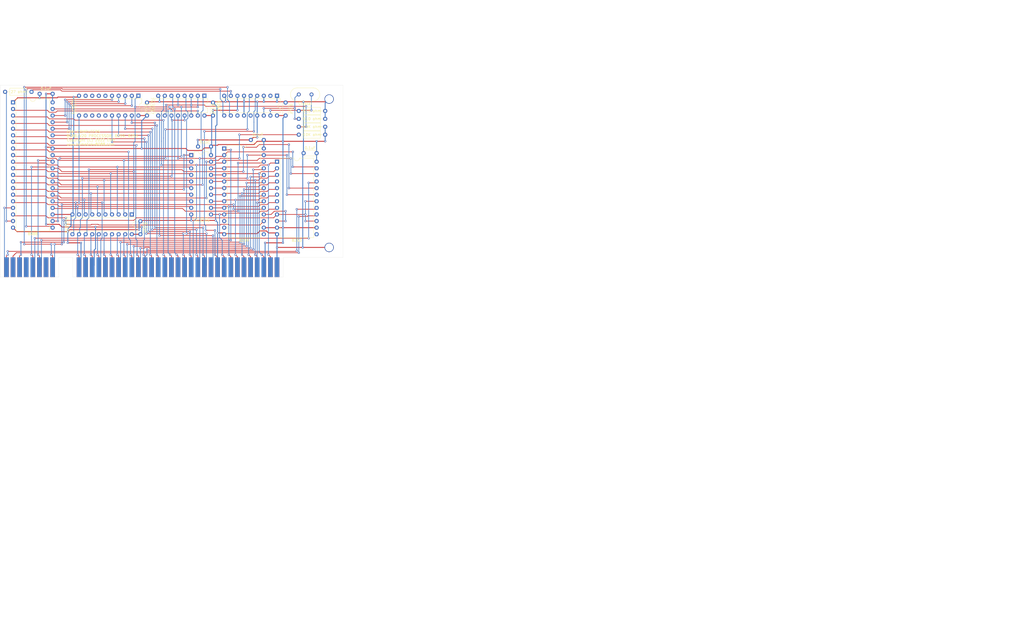
<source format=kicad_pcb>
(kicad_pcb (version 20171130) (host pcbnew "(5.1.8)-1")
  (layers (0 F.Cu signal) (31 B.Cu signal) (34 B.Paste user) (35 F.Paste user) (36 B.SilkS user) (37 F.SilkS user) (38 B.Mask user) (39 F.Mask user) (44 Edge.Cuts user))
  (net 0 "")
  (net 1 /5+)
  (net 2 /GND)
  (net 3 /IRQ2)
  (net 4 /5-)
  (net 5 /DRQ2)
  (net 6 /12-)
  (net 7 /12+)
  (net 8 /DACK3)
  (net 9 /DRQ3)
  (net 10 /DACK1)
  (net 11 /DRQ1)
  (net 12 /IRQ7)
  (net 13 /IRQ6)
  (net 14 /IRQ5)
  (net 15 /IRQ4)
  (net 16 /IRQ3)
  (net 17 /DACK2)
  (net 18 /TC)
  (net 19 /ALE)
  (net 20 /CH_CK)
  (net 21 /D7)
  (net 22 /D6)
  (net 23 /D5)
  (net 24 /D4)
  (net 25 /D3)
  (net 26 /D2)
  (net 27 /D1)
  (net 28 /D0)
  (net 29 /RDY1)
  (net 30 /AEN)
  (net 31 /A19)
  (net 32 /A18)
  (net 33 /A17)
  (net 34 /A16)
  (net 35 /A15)
  (net 36 /A14)
  (net 37 /A13)
  (net 38 /A12)
  (net 39 /A11)
  (net 40 /A10)
  (net 41 /A9)
  (net 42 /A8)
  (net 43 /A7)
  (net 44 /A6)
  (net 45 /A5)
  (net 46 /A4)
  (net 47 /A3)
  (net 48 /A2)
  (net 49 /A1)
  (net 50 /A0)
  (net 51 /RESOUT)
  (net 52 /MWR)
  (net 53 /MRD)
  (net 54 /IOWR)
  (net 55 /IORD)
  (net 56 /REFRQ)
  (net 57 /NC)
  (net 58 /OSC88)
  (net 59 /CLK88)
  (net 60 /AD0)
  (net 61 /AD2)
  (net 62 /AD4)
  (net 63 /AD6)
  (net 64 /AD1)
  (net 65 /AD3)
  (net 66 /AD5)
  (net 67 /AD7)
  (net 68 /A16_)
  (net 69 /A18_)
  (net 70 /A17_)
  (net 71 /A19_)
  (net 72 "Net-(U1-Pad2)")
  (net 73 "Net-(U3-Pad9)")
  (net 74 "Net-(U3-Pad8)")
  (net 75 "Net-(U3-Pad7)")
  (net 76 "Net-(U3-Pad6)")
  (net 77 "Net-(U3-Pad15)")
  (net 78 "Net-(U3-Pad14)")
  (net 79 "Net-(U3-Pad13)")
  (net 80 "Net-(U3-Pad12)")
  (net 81 /SPK_OUT)
  (net 82 /SPK_GO)
  (net 83 /HF_PCLK)
  (net 84 /DRQ0)
  (net 85 /HOLDA)
  (net 86 /HOLD)
  (net 87 /READY)
  (net 88 /RESET)
  (net 89 /NMI)
  (net 90 /IO_008X)
  (net 91 /IO_006X)
  (net 92 /IO_004X)
  (net 93 /IO_002X)
  (net 94 /IO_000X)
  (net 95 /IRQ1)
  (net 96 /DEN)
  (net 97 /X1)
  (net 98 /DTR)
  (net 99 /X2)
  (net 100 /CLK1)
  (net 101 /CLK_88)
  (net 102 /PU1)
  (net 103 "Net-(U1-Pad14)")
  (net 104 /READY1)
  (net 105 "Net-(U1-Pad12)")
  (net 106 /RESET1)
  (net 107 /INTR)
  (net 108 "Net-(U5-Pad34)")
  (net 109 /RD)
  (net 110 /WR)
  (net 111 /IO_M)
  (net 112 /INTA)
  (net 113 "Net-(U6-Pad13)")
  (net 114 "Net-(U6-Pad12)")
  (net 115 /IRQ0)
  (net 116 "Net-(U6-Pad15)")
  (net 117 /PCLK88)
  (net 118 "Net-(U7-Pad13)")
  (module Crystal:Crystal_HC18-U_Vertical (layer F.Cu) (at 169.91838 63.2206)
    (fp_text reference Y1 hide)
    (fp_text value Crystal (at 2.45 3.525) (layer F.SilkS))
    (pad 2 thru_hole circle (at 4.9 0) (size 1.5 1.5) (drill 0.8) (layers *.Cu *.Mask) (net 97 /X1))
    (pad 1 thru_hole circle (at 0 0) (size 1.5 1.5) (drill 0.8) (layers *.Cu *.Mask) (net 99 /X2))
  )
  (module Package_DIP:DIP-16_W7.62mm (layer F.Cu) (at 133.59638 63.7286 270)
    (fp_text reference U8 hide)
    (fp_text value 74LS257 (at 3.81 20.11 270 unlocked) (layer F.SilkS))
    (pad 16 thru_hole oval (at 7.62 0 270) (size 1.6 1.6) (drill 0.8) (layers *.Cu *.Mask) (net 1 /5+))
    (pad 8 thru_hole oval (at 0 17.78 270) (size 1.6 1.6) (drill 0.8) (layers *.Cu *.Mask) (net 2 /GND))
    (pad 15 thru_hole oval (at 7.62 2.54 270) (size 1.6 1.6) (drill 0.8) (layers *.Cu *.Mask) (net 85 /HOLDA))
    (pad 7 thru_hole oval (at 0 15.24 270) (size 1.6 1.6) (drill 0.8) (layers *.Cu *.Mask) (net 55 /IORD))
    (pad 14 thru_hole oval (at 7.62 5.08 270) (size 1.6 1.6) (drill 0.8) (layers *.Cu *.Mask) (net 102 /PU1))
    (pad 6 thru_hole oval (at 0 12.7 270) (size 1.6 1.6) (drill 0.8) (layers *.Cu *.Mask) (net 109 /RD))
    (pad 13 thru_hole oval (at 7.62 7.62 270) (size 1.6 1.6) (drill 0.8) (layers *.Cu *.Mask) (net 110 /WR))
    (pad 5 thru_hole oval (at 0 10.16 270) (size 1.6 1.6) (drill 0.8) (layers *.Cu *.Mask) (net 102 /PU1))
    (pad 12 thru_hole oval (at 7.62 10.16 270) (size 1.6 1.6) (drill 0.8) (layers *.Cu *.Mask) (net 54 /IOWR))
    (pad 4 thru_hole oval (at 0 7.62 270) (size 1.6 1.6) (drill 0.8) (layers *.Cu *.Mask) (net 53 /MRD))
    (pad 11 thru_hole oval (at 7.62 12.7 270) (size 1.6 1.6) (drill 0.8) (layers *.Cu *.Mask) (net 110 /WR))
    (pad 3 thru_hole oval (at 0 5.08 270) (size 1.6 1.6) (drill 0.8) (layers *.Cu *.Mask) (net 102 /PU1))
    (pad 10 thru_hole oval (at 7.62 15.24 270) (size 1.6 1.6) (drill 0.8) (layers *.Cu *.Mask) (net 102 /PU1))
    (pad 2 thru_hole oval (at 0 2.54 270) (size 1.6 1.6) (drill 0.8) (layers *.Cu *.Mask) (net 109 /RD))
    (pad 9 thru_hole oval (at 7.62 17.78 270) (size 1.6 1.6) (drill 0.8) (layers *.Cu *.Mask) (net 52 /MWR))
    (pad 1 thru_hole rect (at 0 0 270) (size 1.6 1.6) (drill 0.8) (layers *.Cu *.Mask) (net 111 /IO_M))
  )
  (module Package_DIP:DIP-24_W15.24mm (layer F.Cu) (at 161.53638 89.1286)
    (fp_text reference U7 hide)
    (fp_text value 8253 (at 7.62 30.27) (layer F.SilkS))
    (pad 24 thru_hole oval (at 15.24 0) (size 1.6 1.6) (drill 0.8) (layers *.Cu *.Mask) (net 1 /5+))
    (pad 12 thru_hole oval (at 0 27.94) (size 1.6 1.6) (drill 0.8) (layers *.Cu *.Mask) (net 2 /GND))
    (pad 23 thru_hole oval (at 15.24 2.54) (size 1.6 1.6) (drill 0.8) (layers *.Cu *.Mask) (net 54 /IOWR))
    (pad 11 thru_hole oval (at 0 25.4) (size 1.6 1.6) (drill 0.8) (layers *.Cu *.Mask) (net 1 /5+))
    (pad 22 thru_hole oval (at 15.24 5.08) (size 1.6 1.6) (drill 0.8) (layers *.Cu *.Mask) (net 55 /IORD))
    (pad 10 thru_hole oval (at 0 22.86) (size 1.6 1.6) (drill 0.8) (layers *.Cu *.Mask) (net 115 /IRQ0))
    (pad 21 thru_hole oval (at 15.24 7.62) (size 1.6 1.6) (drill 0.8) (layers *.Cu *.Mask) (net 92 /IO_004X))
    (pad 9 thru_hole oval (at 0 20.32) (size 1.6 1.6) (drill 0.8) (layers *.Cu *.Mask) (net 83 /HF_PCLK))
    (pad 20 thru_hole oval (at 15.24 10.16) (size 1.6 1.6) (drill 0.8) (layers *.Cu *.Mask) (net 49 /A1))
    (pad 8 thru_hole oval (at 0 17.78) (size 1.6 1.6) (drill 0.8) (layers *.Cu *.Mask) (net 28 /D0))
    (pad 19 thru_hole oval (at 15.24 12.7) (size 1.6 1.6) (drill 0.8) (layers *.Cu *.Mask) (net 50 /A0))
    (pad 7 thru_hole oval (at 0 15.24) (size 1.6 1.6) (drill 0.8) (layers *.Cu *.Mask) (net 27 /D1))
    (pad 18 thru_hole oval (at 15.24 15.24) (size 1.6 1.6) (drill 0.8) (layers *.Cu *.Mask) (net 83 /HF_PCLK))
    (pad 6 thru_hole oval (at 0 12.7) (size 1.6 1.6) (drill 0.8) (layers *.Cu *.Mask) (net 26 /D2))
    (pad 17 thru_hole oval (at 15.24 17.78) (size 1.6 1.6) (drill 0.8) (layers *.Cu *.Mask) (net 81 /SPK_OUT))
    (pad 5 thru_hole oval (at 0 10.16) (size 1.6 1.6) (drill 0.8) (layers *.Cu *.Mask) (net 25 /D3))
    (pad 16 thru_hole oval (at 15.24 20.32) (size 1.6 1.6) (drill 0.8) (layers *.Cu *.Mask) (net 82 /SPK_GO))
    (pad 4 thru_hole oval (at 0 7.62) (size 1.6 1.6) (drill 0.8) (layers *.Cu *.Mask) (net 24 /D4))
    (pad 15 thru_hole oval (at 15.24 22.86) (size 1.6 1.6) (drill 0.8) (layers *.Cu *.Mask) (net 83 /HF_PCLK))
    (pad 3 thru_hole oval (at 0 5.08) (size 1.6 1.6) (drill 0.8) (layers *.Cu *.Mask) (net 23 /D5))
    (pad 14 thru_hole oval (at 15.24 25.4) (size 1.6 1.6) (drill 0.8) (layers *.Cu *.Mask) (net 1 /5+))
    (pad 2 thru_hole oval (at 0 2.54) (size 1.6 1.6) (drill 0.8) (layers *.Cu *.Mask) (net 22 /D6))
    (pad 13 thru_hole oval (at 15.24 27.94) (size 1.6 1.6) (drill 0.8) (layers *.Cu *.Mask) (net 118 "Net-(U7-Pad13)"))
    (pad 1 thru_hole rect (at 0 0) (size 1.6 1.6) (drill 0.8) (layers *.Cu *.Mask) (net 21 /D7))
  )
  (module Package_DIP:DIP-28_W15.24mm (layer F.Cu) (at 141.21638 84.0486)
    (fp_text reference U6 hide)
    (fp_text value 8259 (at 7.62 35.35) (layer F.SilkS))
    (pad 28 thru_hole oval (at 15.24 0) (size 1.6 1.6) (drill 0.8) (layers *.Cu *.Mask) (net 1 /5+))
    (pad 14 thru_hole oval (at 0 33.02) (size 1.6 1.6) (drill 0.8) (layers *.Cu *.Mask) (net 2 /GND))
    (pad 27 thru_hole oval (at 15.24 2.54) (size 1.6 1.6) (drill 0.8) (layers *.Cu *.Mask) (net 50 /A0))
    (pad 13 thru_hole oval (at 0 30.48) (size 1.6 1.6) (drill 0.8) (layers *.Cu *.Mask) (net 113 "Net-(U6-Pad13)"))
    (pad 26 thru_hole oval (at 15.24 5.08) (size 1.6 1.6) (drill 0.8) (layers *.Cu *.Mask) (net 112 /INTA))
    (pad 12 thru_hole oval (at 0 27.94) (size 1.6 1.6) (drill 0.8) (layers *.Cu *.Mask) (net 114 "Net-(U6-Pad12)"))
    (pad 25 thru_hole oval (at 15.24 7.62) (size 1.6 1.6) (drill 0.8) (layers *.Cu *.Mask) (net 12 /IRQ7))
    (pad 11 thru_hole oval (at 0 25.4) (size 1.6 1.6) (drill 0.8) (layers *.Cu *.Mask) (net 28 /D0))
    (pad 24 thru_hole oval (at 15.24 10.16) (size 1.6 1.6) (drill 0.8) (layers *.Cu *.Mask) (net 13 /IRQ6))
    (pad 10 thru_hole oval (at 0 22.86) (size 1.6 1.6) (drill 0.8) (layers *.Cu *.Mask) (net 27 /D1))
    (pad 23 thru_hole oval (at 15.24 12.7) (size 1.6 1.6) (drill 0.8) (layers *.Cu *.Mask) (net 14 /IRQ5))
    (pad 9 thru_hole oval (at 0 20.32) (size 1.6 1.6) (drill 0.8) (layers *.Cu *.Mask) (net 26 /D2))
    (pad 22 thru_hole oval (at 15.24 15.24) (size 1.6 1.6) (drill 0.8) (layers *.Cu *.Mask) (net 15 /IRQ4))
    (pad 8 thru_hole oval (at 0 17.78) (size 1.6 1.6) (drill 0.8) (layers *.Cu *.Mask) (net 25 /D3))
    (pad 21 thru_hole oval (at 15.24 17.78) (size 1.6 1.6) (drill 0.8) (layers *.Cu *.Mask) (net 16 /IRQ3))
    (pad 7 thru_hole oval (at 0 15.24) (size 1.6 1.6) (drill 0.8) (layers *.Cu *.Mask) (net 24 /D4))
    (pad 20 thru_hole oval (at 15.24 20.32) (size 1.6 1.6) (drill 0.8) (layers *.Cu *.Mask) (net 3 /IRQ2))
    (pad 6 thru_hole oval (at 0 12.7) (size 1.6 1.6) (drill 0.8) (layers *.Cu *.Mask) (net 23 /D5))
    (pad 19 thru_hole oval (at 15.24 22.86) (size 1.6 1.6) (drill 0.8) (layers *.Cu *.Mask) (net 95 /IRQ1))
    (pad 5 thru_hole oval (at 0 10.16) (size 1.6 1.6) (drill 0.8) (layers *.Cu *.Mask) (net 22 /D6))
    (pad 18 thru_hole oval (at 15.24 25.4) (size 1.6 1.6) (drill 0.8) (layers *.Cu *.Mask) (net 115 /IRQ0))
    (pad 4 thru_hole oval (at 0 7.62) (size 1.6 1.6) (drill 0.8) (layers *.Cu *.Mask) (net 21 /D7))
    (pad 17 thru_hole oval (at 15.24 27.94) (size 1.6 1.6) (drill 0.8) (layers *.Cu *.Mask) (net 107 /INTR))
    (pad 3 thru_hole oval (at 0 5.08) (size 1.6 1.6) (drill 0.8) (layers *.Cu *.Mask) (net 55 /IORD))
    (pad 16 thru_hole oval (at 15.24 30.48) (size 1.6 1.6) (drill 0.8) (layers *.Cu *.Mask) (net 1 /5+))
    (pad 2 thru_hole oval (at 0 2.54) (size 1.6 1.6) (drill 0.8) (layers *.Cu *.Mask) (net 54 /IOWR))
    (pad 15 thru_hole oval (at 15.24 33.02) (size 1.6 1.6) (drill 0.8) (layers *.Cu *.Mask) (net 116 "Net-(U6-Pad15)"))
    (pad 1 thru_hole rect (at 0 0) (size 1.6 1.6) (drill 0.8) (layers *.Cu *.Mask) (net 93 /IO_002X))
  )
  (module Package_DIP:DIP-40_W15.24mm (layer F.Cu) (at 59.93638 66.2686)
    (fp_text reference U5 hide)
    (fp_text value 8088 (at 7.62 50.59) (layer F.SilkS))
    (pad 40 thru_hole oval (at 15.24 0) (size 1.6 1.6) (drill 0.8) (layers *.Cu *.Mask) (net 1 /5+))
    (pad 20 thru_hole oval (at 0 48.26) (size 1.6 1.6) (drill 0.8) (layers *.Cu *.Mask) (net 2 /GND))
    (pad 39 thru_hole oval (at 15.24 2.54) (size 1.6 1.6) (drill 0.8) (layers *.Cu *.Mask) (net 35 /A15))
    (pad 19 thru_hole oval (at 0 45.72) (size 1.6 1.6) (drill 0.8) (layers *.Cu *.Mask) (net 101 /CLK_88))
    (pad 38 thru_hole oval (at 15.24 5.08) (size 1.6 1.6) (drill 0.8) (layers *.Cu *.Mask) (net 68 /A16_))
    (pad 18 thru_hole oval (at 0 43.18) (size 1.6 1.6) (drill 0.8) (layers *.Cu *.Mask) (net 107 /INTR))
    (pad 37 thru_hole oval (at 15.24 7.62) (size 1.6 1.6) (drill 0.8) (layers *.Cu *.Mask) (net 70 /A17_))
    (pad 17 thru_hole oval (at 0 40.64) (size 1.6 1.6) (drill 0.8) (layers *.Cu *.Mask) (net 89 /NMI))
    (pad 36 thru_hole oval (at 15.24 10.16) (size 1.6 1.6) (drill 0.8) (layers *.Cu *.Mask) (net 69 /A18_))
    (pad 16 thru_hole oval (at 0 38.1) (size 1.6 1.6) (drill 0.8) (layers *.Cu *.Mask) (net 60 /AD0))
    (pad 35 thru_hole oval (at 15.24 12.7) (size 1.6 1.6) (drill 0.8) (layers *.Cu *.Mask) (net 71 /A19_))
    (pad 15 thru_hole oval (at 0 35.56) (size 1.6 1.6) (drill 0.8) (layers *.Cu *.Mask) (net 64 /AD1))
    (pad 34 thru_hole oval (at 15.24 15.24) (size 1.6 1.6) (drill 0.8) (layers *.Cu *.Mask) (net 108 "Net-(U5-Pad34)"))
    (pad 14 thru_hole oval (at 0 33.02) (size 1.6 1.6) (drill 0.8) (layers *.Cu *.Mask) (net 61 /AD2))
    (pad 33 thru_hole oval (at 15.24 17.78) (size 1.6 1.6) (drill 0.8) (layers *.Cu *.Mask) (net 1 /5+))
    (pad 13 thru_hole oval (at 0 30.48) (size 1.6 1.6) (drill 0.8) (layers *.Cu *.Mask) (net 65 /AD3))
    (pad 32 thru_hole oval (at 15.24 20.32) (size 1.6 1.6) (drill 0.8) (layers *.Cu *.Mask) (net 109 /RD))
    (pad 12 thru_hole oval (at 0 27.94) (size 1.6 1.6) (drill 0.8) (layers *.Cu *.Mask) (net 62 /AD4))
    (pad 31 thru_hole oval (at 15.24 22.86) (size 1.6 1.6) (drill 0.8) (layers *.Cu *.Mask) (net 86 /HOLD))
    (pad 11 thru_hole oval (at 0 25.4) (size 1.6 1.6) (drill 0.8) (layers *.Cu *.Mask) (net 66 /AD5))
    (pad 30 thru_hole oval (at 15.24 25.4) (size 1.6 1.6) (drill 0.8) (layers *.Cu *.Mask) (net 85 /HOLDA))
    (pad 10 thru_hole oval (at 0 22.86) (size 1.6 1.6) (drill 0.8) (layers *.Cu *.Mask) (net 63 /AD6))
    (pad 29 thru_hole oval (at 15.24 27.94) (size 1.6 1.6) (drill 0.8) (layers *.Cu *.Mask) (net 110 /WR))
    (pad 9 thru_hole oval (at 0 20.32) (size 1.6 1.6) (drill 0.8) (layers *.Cu *.Mask) (net 67 /AD7))
    (pad 28 thru_hole oval (at 15.24 30.48) (size 1.6 1.6) (drill 0.8) (layers *.Cu *.Mask) (net 111 /IO_M))
    (pad 8 thru_hole oval (at 0 17.78) (size 1.6 1.6) (drill 0.8) (layers *.Cu *.Mask) (net 42 /A8))
    (pad 27 thru_hole oval (at 15.24 33.02) (size 1.6 1.6) (drill 0.8) (layers *.Cu *.Mask) (net 98 /DTR))
    (pad 7 thru_hole oval (at 0 15.24) (size 1.6 1.6) (drill 0.8) (layers *.Cu *.Mask) (net 41 /A9))
    (pad 26 thru_hole oval (at 15.24 35.56) (size 1.6 1.6) (drill 0.8) (layers *.Cu *.Mask) (net 96 /DEN))
    (pad 6 thru_hole oval (at 0 12.7) (size 1.6 1.6) (drill 0.8) (layers *.Cu *.Mask) (net 40 /A10))
    (pad 25 thru_hole oval (at 15.24 38.1) (size 1.6 1.6) (drill 0.8) (layers *.Cu *.Mask) (net 19 /ALE))
    (pad 5 thru_hole oval (at 0 10.16) (size 1.6 1.6) (drill 0.8) (layers *.Cu *.Mask) (net 39 /A11))
    (pad 24 thru_hole oval (at 15.24 40.64) (size 1.6 1.6) (drill 0.8) (layers *.Cu *.Mask) (net 112 /INTA))
    (pad 4 thru_hole oval (at 0 7.62) (size 1.6 1.6) (drill 0.8) (layers *.Cu *.Mask) (net 38 /A12))
    (pad 23 thru_hole oval (at 15.24 43.18) (size 1.6 1.6) (drill 0.8) (layers *.Cu *.Mask) (net 2 /GND))
    (pad 3 thru_hole oval (at 0 5.08) (size 1.6 1.6) (drill 0.8) (layers *.Cu *.Mask) (net 37 /A13))
    (pad 22 thru_hole oval (at 15.24 45.72) (size 1.6 1.6) (drill 0.8) (layers *.Cu *.Mask) (net 104 /READY1))
    (pad 2 thru_hole oval (at 0 2.54) (size 1.6 1.6) (drill 0.8) (layers *.Cu *.Mask) (net 36 /A14))
    (pad 21 thru_hole oval (at 15.24 48.26) (size 1.6 1.6) (drill 0.8) (layers *.Cu *.Mask) (net 106 /RESET1))
    (pad 1 thru_hole rect (at 0 0) (size 1.6 1.6) (drill 0.8) (layers *.Cu *.Mask) (net 2 /GND))
  )
  (module Package_DIP:DIP-18_W7.62mm (layer F.Cu) (at 161.53638 63.7286 270)
    (fp_text reference U1 hide)
    (fp_text value 8284 (at 3.81 22.65 270 unlocked) (layer F.SilkS))
    (pad 18 thru_hole oval (at 7.62 0 270) (size 1.6 1.6) (drill 0.8) (layers *.Cu *.Mask) (net 1 /5+))
    (pad 9 thru_hole oval (at 0 20.32 270) (size 1.6 1.6) (drill 0.8) (layers *.Cu *.Mask) (net 2 /GND))
    (pad 17 thru_hole oval (at 7.62 2.54 270) (size 1.6 1.6) (drill 0.8) (layers *.Cu *.Mask) (net 97 /X1))
    (pad 8 thru_hole oval (at 0 17.78 270) (size 1.6 1.6) (drill 0.8) (layers *.Cu *.Mask) (net 100 /CLK1))
    (pad 16 thru_hole oval (at 7.62 5.08 270) (size 1.6 1.6) (drill 0.8) (layers *.Cu *.Mask) (net 99 /X2))
    (pad 7 thru_hole oval (at 0 15.24 270) (size 1.6 1.6) (drill 0.8) (layers *.Cu *.Mask) (net 1 /5+))
    (pad 15 thru_hole oval (at 7.62 7.62 270) (size 1.6 1.6) (drill 0.8) (layers *.Cu *.Mask) (net 2 /GND))
    (pad 6 thru_hole oval (at 0 12.7 270) (size 1.6 1.6) (drill 0.8) (layers *.Cu *.Mask) (net 2 /GND))
    (pad 14 thru_hole oval (at 7.62 10.16 270) (size 1.6 1.6) (drill 0.8) (layers *.Cu *.Mask) (net 103 "Net-(U1-Pad14)"))
    (pad 5 thru_hole oval (at 0 10.16 270) (size 1.6 1.6) (drill 0.8) (layers *.Cu *.Mask) (net 104 /READY1))
    (pad 13 thru_hole oval (at 7.62 12.7 270) (size 1.6 1.6) (drill 0.8) (layers *.Cu *.Mask) (net 2 /GND))
    (pad 4 thru_hole oval (at 0 7.62 270) (size 1.6 1.6) (drill 0.8) (layers *.Cu *.Mask) (net 29 /RDY1))
    (pad 12 thru_hole oval (at 7.62 15.24 270) (size 1.6 1.6) (drill 0.8) (layers *.Cu *.Mask) (net 105 "Net-(U1-Pad12)"))
    (pad 3 thru_hole oval (at 0 5.08 270) (size 1.6 1.6) (drill 0.8) (layers *.Cu *.Mask) (net 2 /GND))
    (pad 11 thru_hole oval (at 7.62 17.78 270) (size 1.6 1.6) (drill 0.8) (layers *.Cu *.Mask) (net 88 /RESET))
    (pad 2 thru_hole oval (at 0 2.54 270) (size 1.6 1.6) (drill 0.8) (layers *.Cu *.Mask) (net 72 "Net-(U1-Pad2)"))
    (pad 10 thru_hole oval (at 7.62 20.32 270) (size 1.6 1.6) (drill 0.8) (layers *.Cu *.Mask) (net 106 /RESET1))
    (pad 1 thru_hole rect (at 0 0 270) (size 1.6 1.6) (drill 0.8) (layers *.Cu *.Mask) (net 2 /GND))
  )
  (module Resistor_THT:R_Axial_DIN0207_L6.3mm_D2.5mm_P10.16mm_Horizontal (layer F.Cu) (at 169.91838 75.6666)
    (fp_text reference R5 hide)
    (fp_text value "10K ohm" (at 5.08 0) (layer F.SilkS))
    (pad 2 thru_hole oval (at 10.16 0) (size 1.6 1.6) (drill 0.8) (layers *.Cu *.Mask) (net 1 /5+))
    (pad 1 thru_hole circle (at 0 0) (size 1.6 1.6) (drill 0.8) (layers *.Cu *.Mask) (net 102 /PU1))
  )
  (module Resistor_THT:R_Axial_DIN0207_L6.3mm_D2.5mm_P10.16mm_Horizontal (layer F.Cu) (at 169.91838 69.5706)
    (fp_text reference R4 hide)
    (fp_text value "510 ohm" (at 5.08 0) (layer F.SilkS))
    (pad 2 thru_hole oval (at 10.16 0) (size 1.6 1.6) (drill 0.8) (layers *.Cu *.Mask) (net 2 /GND))
    (pad 1 thru_hole circle (at 0 0) (size 1.6 1.6) (drill 0.8) (layers *.Cu *.Mask) (net 97 /X1))
  )
  (module Resistor_THT:R_Axial_DIN0207_L6.3mm_D2.5mm_P10.16mm_Horizontal (layer F.Cu) (at 169.91838 72.6186)
    (fp_text reference R3 hide)
    (fp_text value "510 ohm" (at 5.08 0) (layer F.SilkS))
    (pad 2 thru_hole oval (at 10.16 0) (size 1.6 1.6) (drill 0.8) (layers *.Cu *.Mask) (net 2 /GND))
    (pad 1 thru_hole circle (at 0 0) (size 1.6 1.6) (drill 0.8) (layers *.Cu *.Mask) (net 99 /X2))
  )
  (module Resistor_THT:R_Axial_DIN0207_L6.3mm_D2.5mm_P10.16mm_Horizontal (layer F.Cu) (at 56.88838 62.2046)
    (fp_text reference R2 hide)
    (fp_text value "27 ohm" (at 5.08 0) (layer F.SilkS))
    (pad 2 thru_hole oval (at 10.16 0) (size 1.6 1.6) (drill 0.8) (layers *.Cu *.Mask) (net 100 /CLK1))
    (pad 1 thru_hole circle (at 0 0) (size 1.6 1.6) (drill 0.8) (layers *.Cu *.Mask) (net 101 /CLK_88))
  )
  (module Resistor_THT:R_Axial_DIN0207_L6.3mm_D2.5mm_P10.16mm_Horizontal (layer F.Cu) (at 169.91838 78.7146)
    (fp_text reference R1 hide)
    (fp_text value "10K ohm" (at 5.08 0) (layer F.SilkS))
    (pad 2 thru_hole oval (at 10.16 0) (size 1.6 1.6) (drill 0.8) (layers *.Cu *.Mask) (net 1 /5+))
    (pad 1 thru_hole circle (at 0 0) (size 1.6 1.6) (drill 0.8) (layers *.Cu *.Mask) (net 96 /DEN))
  )
  (module Capacitor_THT:C_Disc_D4.3mm_W1.9mm_P5.00mm (layer F.Cu) (at 136.89838 66.3486 270)
    (fp_text reference C8 hide)
    (fp_text value 0.1uF (at 2.46 0 270 unlocked) (layer F.SilkS))
    (pad 2 thru_hole circle (at 5 0 270) (size 1.6 1.6) (drill 0.8) (layers *.Cu *.Mask) (net 1 /5+))
    (pad 1 thru_hole circle (at 0 0 270) (size 1.6 1.6) (drill 0.8) (layers *.Cu *.Mask) (net 2 /GND))
  )
  (module Capacitor_THT:C_Disc_D4.3mm_W1.9mm_P5.00mm (layer F.Cu) (at 151.45638 80.7466)
    (fp_text reference C7 hide)
    (fp_text value 0.1uF (at 2.714 -2.032) (layer F.SilkS))
    (pad 2 thru_hole circle (at 5 0) (size 1.6 1.6) (drill 0.8) (layers *.Cu *.Mask) (net 1 /5+))
    (pad 1 thru_hole circle (at 0 0) (size 1.6 1.6) (drill 0.8) (layers *.Cu *.Mask) (net 2 /GND))
  )
  (module Capacitor_THT:C_Disc_D4.3mm_W1.9mm_P5.00mm (layer F.Cu) (at 171.77638 85.8266)
    (fp_text reference C6 hide)
    (fp_text value 0.1uF (at 2.5 -2.032) (layer F.SilkS))
    (pad 2 thru_hole circle (at 5 0) (size 1.6 1.6) (drill 0.8) (layers *.Cu *.Mask) (net 1 /5+))
    (pad 1 thru_hole circle (at 0 0) (size 1.6 1.6) (drill 0.8) (layers *.Cu *.Mask) (net 2 /GND))
  )
  (module Capacitor_THT:C_Disc_D4.3mm_W1.9mm_P5.00mm (layer F.Cu) (at 164.83838 66.3486 270)
    (fp_text reference C5 hide)
    (fp_text value 0.1uF (at 2.46 -2.032 270 unlocked) (layer F.SilkS))
    (pad 2 thru_hole circle (at 5 0 270) (size 1.6 1.6) (drill 0.8) (layers *.Cu *.Mask) (net 1 /5+))
    (pad 1 thru_hole circle (at 0 0 270) (size 1.6 1.6) (drill 0.8) (layers *.Cu *.Mask) (net 2 /GND))
  )
  (module Capacitor_THT:C_Disc_D4.3mm_W1.9mm_P5.00mm (layer F.Cu) (at 70.17638 62.9666)
    (fp_text reference C1 hide)
    (fp_text value 0.1uF (at 2.46 -2.032) (layer F.SilkS))
    (pad 2 thru_hole circle (at 5 0) (size 1.6 1.6) (drill 0.8) (layers *.Cu *.Mask) (net 1 /5+))
    (pad 1 thru_hole circle (at 0 0) (size 1.6 1.6) (drill 0.8) (layers *.Cu *.Mask) (net 2 /GND))
  )
  (module My:16_EDGE_CARD_BUS (layer F.Cu) (at 75.17638 125.9586 270)
    (fp_text reference J1 hide)
    (fp_text value Conn_02x08_Counter_Clockwise hide)
    (pad 9 connect rect (at 3.81 17.78) (size 1.78 7.62) (layers F.Cu F.Mask) (net 81 /SPK_OUT))
    (pad 10 connect rect (at 3.81 15.24) (size 1.78 7.62) (layers F.Cu F.Mask) (net 82 /SPK_GO))
    (pad 11 connect rect (at 3.81 12.7) (size 1.78 7.62) (layers F.Cu F.Mask) (net 83 /HF_PCLK))
    (pad 12 connect rect (at 3.81 10.16) (size 1.78 7.62) (layers F.Cu F.Mask) (net 84 /DRQ0))
    (pad 13 connect rect (at 3.81 7.62) (size 1.78 7.62) (layers F.Cu F.Mask) (net 85 /HOLDA))
    (pad 14 connect rect (at 3.81 5.08) (size 1.78 7.62) (layers F.Cu F.Mask) (net 86 /HOLD))
    (pad 15 connect rect (at 3.81 2.54) (size 1.78 7.62) (layers F.Cu F.Mask) (net 87 /READY))
    (pad 16 connect rect (at 3.81 0) (size 1.78 7.62) (layers F.Cu F.Mask) (net 88 /RESET))
    (pad 8 connect rect (at 3.81 17.78) (size 1.78 7.62) (layers B.Cu B.Mask) (net 89 /NMI))
    (pad 7 connect rect (at 3.81 15.24) (size 1.78 7.62) (layers B.Cu B.Mask) (net 117 /PCLK88))
    (pad 6 connect rect (at 3.81 12.7) (size 1.78 7.62) (layers B.Cu B.Mask) (net 90 /IO_008X))
    (pad 5 connect rect (at 3.81 10.16) (size 1.78 7.62) (layers B.Cu B.Mask) (net 91 /IO_006X))
    (pad 4 connect rect (at 3.81 7.62) (size 1.78 7.62) (layers B.Cu B.Mask) (net 92 /IO_004X))
    (pad 3 connect rect (at 3.81 5.08) (size 1.78 7.62) (layers B.Cu B.Mask) (net 93 /IO_002X))
    (pad 2 connect rect (at 3.81 2.54) (size 1.78 7.62) (layers B.Cu B.Mask) (net 94 /IO_000X))
    (pad 1 connect rect (at 3.81 0) (size 1.78 7.62) (layers B.Cu B.Mask) (net 95 /IRQ1))
  )
  (module Package_DIP:DIP-20_W7.62mm (layer F.Cu) (at 128.51638 86.5886)
    (fp_text reference U4 hide)
    (fp_text value 74LS245 (at 3.81 25.19 unlocked) (layer F.SilkS))
    (pad 20 thru_hole oval (at 7.62 0) (size 1.6 1.6) (drill 0.8) (layers *.Cu *.Mask) (net 1 /5+))
    (pad 10 thru_hole oval (at 0 22.86) (size 1.6 1.6) (drill 0.8) (layers *.Cu *.Mask) (net 2 /GND))
    (pad 19 thru_hole oval (at 7.62 2.54) (size 1.6 1.6) (drill 0.8) (layers *.Cu *.Mask) (net 96 /DEN))
    (pad 9 thru_hole oval (at 0 20.32) (size 1.6 1.6) (drill 0.8) (layers *.Cu *.Mask) (net 60 /AD0))
    (pad 18 thru_hole oval (at 7.62 5.08) (size 1.6 1.6) (drill 0.8) (layers *.Cu *.Mask) (net 21 /D7))
    (pad 8 thru_hole oval (at 0 17.78) (size 1.6 1.6) (drill 0.8) (layers *.Cu *.Mask) (net 64 /AD1))
    (pad 17 thru_hole oval (at 7.62 7.62) (size 1.6 1.6) (drill 0.8) (layers *.Cu *.Mask) (net 22 /D6))
    (pad 7 thru_hole oval (at 0 15.24) (size 1.6 1.6) (drill 0.8) (layers *.Cu *.Mask) (net 61 /AD2))
    (pad 16 thru_hole oval (at 7.62 10.16) (size 1.6 1.6) (drill 0.8) (layers *.Cu *.Mask) (net 23 /D5))
    (pad 6 thru_hole oval (at 0 12.7) (size 1.6 1.6) (drill 0.8) (layers *.Cu *.Mask) (net 65 /AD3))
    (pad 15 thru_hole oval (at 7.62 12.7) (size 1.6 1.6) (drill 0.8) (layers *.Cu *.Mask) (net 24 /D4))
    (pad 5 thru_hole oval (at 0 10.16) (size 1.6 1.6) (drill 0.8) (layers *.Cu *.Mask) (net 62 /AD4))
    (pad 14 thru_hole oval (at 7.62 15.24) (size 1.6 1.6) (drill 0.8) (layers *.Cu *.Mask) (net 25 /D3))
    (pad 4 thru_hole oval (at 0 7.62) (size 1.6 1.6) (drill 0.8) (layers *.Cu *.Mask) (net 66 /AD5))
    (pad 13 thru_hole oval (at 7.62 17.78) (size 1.6 1.6) (drill 0.8) (layers *.Cu *.Mask) (net 26 /D2))
    (pad 3 thru_hole oval (at 0 5.08) (size 1.6 1.6) (drill 0.8) (layers *.Cu *.Mask) (net 63 /AD6))
    (pad 12 thru_hole oval (at 7.62 20.32) (size 1.6 1.6) (drill 0.8) (layers *.Cu *.Mask) (net 27 /D1))
    (pad 2 thru_hole oval (at 0 2.54) (size 1.6 1.6) (drill 0.8) (layers *.Cu *.Mask) (net 67 /AD7))
    (pad 11 thru_hole oval (at 7.62 22.86) (size 1.6 1.6) (drill 0.8) (layers *.Cu *.Mask) (net 28 /D0))
    (pad 1 thru_hole rect (at 0 0) (size 1.6 1.6) (drill 0.8) (layers *.Cu *.Mask) (net 98 /DTR))
  )
  (module Package_DIP:DIP-20_W7.62mm (layer F.Cu) (at 108.19638 63.7286 270)
    (fp_text reference U3 hide)
    (fp_text value 74LS573 (at 3.81 25.19 270 unlocked) (layer F.SilkS))
    (pad 20 thru_hole oval (at 7.62 0 270) (size 1.6 1.6) (drill 0.8) (layers *.Cu *.Mask) (net 1 /5+))
    (pad 10 thru_hole oval (at 0 22.86 270) (size 1.6 1.6) (drill 0.8) (layers *.Cu *.Mask) (net 2 /GND))
    (pad 19 thru_hole oval (at 7.62 2.54 270) (size 1.6 1.6) (drill 0.8) (layers *.Cu *.Mask) (net 31 /A19))
    (pad 9 thru_hole oval (at 0 20.32 270) (size 1.6 1.6) (drill 0.8) (layers *.Cu *.Mask) (net 73 "Net-(U3-Pad9)"))
    (pad 18 thru_hole oval (at 7.62 5.08 270) (size 1.6 1.6) (drill 0.8) (layers *.Cu *.Mask) (net 32 /A18))
    (pad 8 thru_hole oval (at 0 17.78 270) (size 1.6 1.6) (drill 0.8) (layers *.Cu *.Mask) (net 74 "Net-(U3-Pad8)"))
    (pad 17 thru_hole oval (at 7.62 7.62 270) (size 1.6 1.6) (drill 0.8) (layers *.Cu *.Mask) (net 33 /A17))
    (pad 7 thru_hole oval (at 0 15.24 270) (size 1.6 1.6) (drill 0.8) (layers *.Cu *.Mask) (net 75 "Net-(U3-Pad7)"))
    (pad 16 thru_hole oval (at 7.62 10.16 270) (size 1.6 1.6) (drill 0.8) (layers *.Cu *.Mask) (net 34 /A16))
    (pad 6 thru_hole oval (at 0 12.7 270) (size 1.6 1.6) (drill 0.8) (layers *.Cu *.Mask) (net 76 "Net-(U3-Pad6)"))
    (pad 15 thru_hole oval (at 7.62 12.7 270) (size 1.6 1.6) (drill 0.8) (layers *.Cu *.Mask) (net 77 "Net-(U3-Pad15)"))
    (pad 5 thru_hole oval (at 0 10.16 270) (size 1.6 1.6) (drill 0.8) (layers *.Cu *.Mask) (net 68 /A16_))
    (pad 14 thru_hole oval (at 7.62 15.24 270) (size 1.6 1.6) (drill 0.8) (layers *.Cu *.Mask) (net 78 "Net-(U3-Pad14)"))
    (pad 4 thru_hole oval (at 0 7.62 270) (size 1.6 1.6) (drill 0.8) (layers *.Cu *.Mask) (net 70 /A17_))
    (pad 13 thru_hole oval (at 7.62 17.78 270) (size 1.6 1.6) (drill 0.8) (layers *.Cu *.Mask) (net 79 "Net-(U3-Pad13)"))
    (pad 3 thru_hole oval (at 0 5.08 270) (size 1.6 1.6) (drill 0.8) (layers *.Cu *.Mask) (net 69 /A18_))
    (pad 12 thru_hole oval (at 7.62 20.32 270) (size 1.6 1.6) (drill 0.8) (layers *.Cu *.Mask) (net 80 "Net-(U3-Pad12)"))
    (pad 2 thru_hole oval (at 0 2.54 270) (size 1.6 1.6) (drill 0.8) (layers *.Cu *.Mask) (net 71 /A19_))
    (pad 11 thru_hole oval (at 7.62 22.86 270) (size 1.6 1.6) (drill 0.8) (layers *.Cu *.Mask) (net 19 /ALE))
    (pad 1 thru_hole rect (at 0 0 270) (size 1.6 1.6) (drill 0.8) (layers *.Cu *.Mask) (net 85 /HOLDA))
  )
  (module Package_DIP:DIP-20_W7.62mm (layer F.Cu) (at 105.65638 109.4486 270)
    (fp_text reference U2 hide)
    (fp_text value 74LS573 (at 3.81 25.19 270 unlocked) (layer F.SilkS))
    (pad 20 thru_hole oval (at 7.62 0 270) (size 1.6 1.6) (drill 0.8) (layers *.Cu *.Mask) (net 1 /5+))
    (pad 10 thru_hole oval (at 0 22.86 270) (size 1.6 1.6) (drill 0.8) (layers *.Cu *.Mask) (net 2 /GND))
    (pad 19 thru_hole oval (at 7.62 2.54 270) (size 1.6 1.6) (drill 0.8) (layers *.Cu *.Mask) (net 43 /A7))
    (pad 9 thru_hole oval (at 0 20.32 270) (size 1.6 1.6) (drill 0.8) (layers *.Cu *.Mask) (net 60 /AD0))
    (pad 18 thru_hole oval (at 7.62 5.08 270) (size 1.6 1.6) (drill 0.8) (layers *.Cu *.Mask) (net 44 /A6))
    (pad 8 thru_hole oval (at 0 17.78 270) (size 1.6 1.6) (drill 0.8) (layers *.Cu *.Mask) (net 64 /AD1))
    (pad 17 thru_hole oval (at 7.62 7.62 270) (size 1.6 1.6) (drill 0.8) (layers *.Cu *.Mask) (net 45 /A5))
    (pad 7 thru_hole oval (at 0 15.24 270) (size 1.6 1.6) (drill 0.8) (layers *.Cu *.Mask) (net 61 /AD2))
    (pad 16 thru_hole oval (at 7.62 10.16 270) (size 1.6 1.6) (drill 0.8) (layers *.Cu *.Mask) (net 46 /A4))
    (pad 6 thru_hole oval (at 0 12.7 270) (size 1.6 1.6) (drill 0.8) (layers *.Cu *.Mask) (net 65 /AD3))
    (pad 15 thru_hole oval (at 7.62 12.7 270) (size 1.6 1.6) (drill 0.8) (layers *.Cu *.Mask) (net 47 /A3))
    (pad 5 thru_hole oval (at 0 10.16 270) (size 1.6 1.6) (drill 0.8) (layers *.Cu *.Mask) (net 62 /AD4))
    (pad 14 thru_hole oval (at 7.62 15.24 270) (size 1.6 1.6) (drill 0.8) (layers *.Cu *.Mask) (net 48 /A2))
    (pad 4 thru_hole oval (at 0 7.62 270) (size 1.6 1.6) (drill 0.8) (layers *.Cu *.Mask) (net 66 /AD5))
    (pad 13 thru_hole oval (at 7.62 17.78 270) (size 1.6 1.6) (drill 0.8) (layers *.Cu *.Mask) (net 49 /A1))
    (pad 3 thru_hole oval (at 0 5.08 270) (size 1.6 1.6) (drill 0.8) (layers *.Cu *.Mask) (net 63 /AD6))
    (pad 12 thru_hole oval (at 7.62 20.32 270) (size 1.6 1.6) (drill 0.8) (layers *.Cu *.Mask) (net 50 /A0))
    (pad 2 thru_hole oval (at 0 2.54 270) (size 1.6 1.6) (drill 0.8) (layers *.Cu *.Mask) (net 67 /AD7))
    (pad 11 thru_hole oval (at 7.62 22.86 270) (size 1.6 1.6) (drill 0.8) (layers *.Cu *.Mask) (net 19 /ALE))
    (pad 1 thru_hole rect (at 0 0 270) (size 1.6 1.6) (drill 0.8) (layers *.Cu *.Mask) (net 85 /HOLDA))
  )
  (module Capacitor_THT:C_Disc_D4.3mm_W1.9mm_P5.00mm (layer F.Cu) (at 131.13638 83.2866)
    (fp_text reference C4 hide)
    (fp_text value 0.1uF (at 2.714 -2.032 unlocked) (layer F.SilkS))
    (pad 2 thru_hole circle (at 5 0) (size 1.6 1.6) (drill 0.8) (layers *.Cu *.Mask) (net 1 /5+))
    (pad 1 thru_hole circle (at 0 0) (size 1.6 1.6) (drill 0.8) (layers *.Cu *.Mask) (net 2 /GND))
  )
  (module Capacitor_THT:C_Disc_D4.3mm_W1.9mm_P5.00mm (layer F.Cu) (at 111.49838 66.3486 270)
    (fp_text reference C3 hide)
    (fp_text value 0.1uF (at 2.46 0 270 unlocked) (layer F.SilkS))
    (pad 2 thru_hole circle (at 5 0 270) (size 1.6 1.6) (drill 0.8) (layers *.Cu *.Mask) (net 1 /5+))
    (pad 1 thru_hole circle (at 0 0 270) (size 1.6 1.6) (drill 0.8) (layers *.Cu *.Mask) (net 2 /GND))
  )
  (module Capacitor_THT:C_Disc_D4.3mm_W1.9mm_P5.00mm (layer F.Cu) (at 108.95838 112.0686 270)
    (fp_text reference C2 hide)
    (fp_text value 0.1uF (at 2.46 -2.032 270 unlocked) (layer F.SilkS))
    (pad 2 thru_hole circle (at 5 0 270) (size 1.6 1.6) (drill 0.8) (layers *.Cu *.Mask) (net 1 /5+))
    (pad 1 thru_hole circle (at 0 0 270) (size 1.6 1.6) (drill 0.8) (layers *.Cu *.Mask) (net 2 /GND))
  )
  (module My:BUS_8_BIT (layer F.Cu) (at 161.53638 125.9586 270)
    (fp_text reference J9 hide)
    (fp_text value Bus_ISA_8bit hide)
    (pad 62 connect rect (at 3.81 76.2) (size 1.78 7.62) (layers F.Cu F.Mask) (net 50 /A0))
    (pad 61 connect rect (at 3.81 73.66) (size 1.78 7.62) (layers F.Cu F.Mask) (net 49 /A1))
    (pad 60 connect rect (at 3.81 71.12) (size 1.78 7.62) (layers F.Cu F.Mask) (net 48 /A2))
    (pad 59 connect rect (at 3.81 68.58) (size 1.78 7.62) (layers F.Cu F.Mask) (net 47 /A3))
    (pad 58 connect rect (at 3.81 66.04) (size 1.78 7.62) (layers F.Cu F.Mask) (net 46 /A4))
    (pad 57 connect rect (at 3.81 63.5) (size 1.78 7.62) (layers F.Cu F.Mask) (net 45 /A5))
    (pad 56 connect rect (at 3.81 60.96) (size 1.78 7.62) (layers F.Cu F.Mask) (net 44 /A6))
    (pad 55 connect rect (at 3.81 58.42) (size 1.78 7.62) (layers F.Cu F.Mask) (net 43 /A7))
    (pad 54 connect rect (at 3.81 55.88) (size 1.78 7.62) (layers F.Cu F.Mask) (net 42 /A8))
    (pad 53 connect rect (at 3.81 53.34) (size 1.78 7.62) (layers F.Cu F.Mask) (net 41 /A9))
    (pad 52 connect rect (at 3.81 50.8) (size 1.78 7.62) (layers F.Cu F.Mask) (net 40 /A10))
    (pad 51 connect rect (at 3.81 48.26) (size 1.78 7.62) (layers F.Cu F.Mask) (net 39 /A11))
    (pad 50 connect rect (at 3.81 45.72) (size 1.78 7.62) (layers F.Cu F.Mask) (net 38 /A12))
    (pad 49 connect rect (at 3.81 43.18) (size 1.78 7.62) (layers F.Cu F.Mask) (net 37 /A13))
    (pad 48 connect rect (at 3.81 40.64) (size 1.78 7.62) (layers F.Cu F.Mask) (net 36 /A14))
    (pad 47 connect rect (at 3.81 38.1) (size 1.78 7.62) (layers F.Cu F.Mask) (net 35 /A15))
    (pad 46 connect rect (at 3.81 35.56) (size 1.78 7.62) (layers F.Cu F.Mask) (net 34 /A16))
    (pad 45 connect rect (at 3.81 33.02) (size 1.78 7.62) (layers F.Cu F.Mask) (net 33 /A17))
    (pad 44 connect rect (at 3.81 30.48) (size 1.78 7.62) (layers F.Cu F.Mask) (net 32 /A18))
    (pad 43 connect rect (at 3.81 27.94) (size 1.78 7.62) (layers F.Cu F.Mask) (net 31 /A19))
    (pad 42 connect rect (at 3.81 25.4) (size 1.78 7.62) (layers F.Cu F.Mask) (net 30 /AEN))
    (pad 41 connect rect (at 3.81 22.86) (size 1.78 7.62) (layers F.Cu F.Mask) (net 29 /RDY1))
    (pad 40 connect rect (at 3.81 20.32) (size 1.78 7.62) (layers F.Cu F.Mask) (net 28 /D0))
    (pad 39 connect rect (at 3.81 17.78) (size 1.78 7.62) (layers F.Cu F.Mask) (net 27 /D1))
    (pad 38 connect rect (at 3.81 15.24) (size 1.78 7.62) (layers F.Cu F.Mask) (net 26 /D2))
    (pad 37 connect rect (at 3.81 12.7) (size 1.78 7.62) (layers F.Cu F.Mask) (net 25 /D3))
    (pad 36 connect rect (at 3.81 10.16) (size 1.78 7.62) (layers F.Cu F.Mask) (net 24 /D4))
    (pad 35 connect rect (at 3.81 7.62) (size 1.78 7.62) (layers F.Cu F.Mask) (net 23 /D5))
    (pad 34 connect rect (at 3.81 5.08) (size 1.78 7.62) (layers F.Cu F.Mask) (net 22 /D6))
    (pad 33 connect rect (at 3.81 2.54) (size 1.78 7.62) (layers F.Cu F.Mask) (net 21 /D7))
    (pad 32 connect rect (at 3.81 0) (size 1.78 7.62) (layers F.Cu F.Mask) (net 20 /CH_CK))
    (pad 31 connect rect (at 3.81 76.2) (size 1.78 7.62) (layers B.Cu B.Mask) (net 2 /GND))
    (pad 30 connect rect (at 3.81 73.66) (size 1.78 7.62) (layers B.Cu B.Mask) (net 58 /OSC88))
    (pad 29 connect rect (at 3.81 71.12) (size 1.78 7.62) (layers B.Cu B.Mask) (net 1 /5+))
    (pad 28 connect rect (at 3.81 68.58) (size 1.78 7.62) (layers B.Cu B.Mask) (net 19 /ALE))
    (pad 27 connect rect (at 3.81 66.04) (size 1.78 7.62) (layers B.Cu B.Mask) (net 18 /TC))
    (pad 26 connect rect (at 3.81 63.5) (size 1.78 7.62) (layers B.Cu B.Mask) (net 17 /DACK2))
    (pad 25 connect rect (at 3.81 60.96) (size 1.78 7.62) (layers B.Cu B.Mask) (net 16 /IRQ3))
    (pad 24 connect rect (at 3.81 58.42) (size 1.78 7.62) (layers B.Cu B.Mask) (net 15 /IRQ4))
    (pad 23 connect rect (at 3.81 55.88) (size 1.78 7.62) (layers B.Cu B.Mask) (net 14 /IRQ5))
    (pad 22 connect rect (at 3.81 53.34) (size 1.78 7.62) (layers B.Cu B.Mask) (net 13 /IRQ6))
    (pad 21 connect rect (at 3.81 50.8) (size 1.78 7.62) (layers B.Cu B.Mask) (net 12 /IRQ7))
    (pad 20 connect rect (at 3.81 48.26) (size 1.78 7.62) (layers B.Cu B.Mask) (net 59 /CLK88))
    (pad 19 connect rect (at 3.81 45.72) (size 1.78 7.62) (layers B.Cu B.Mask) (net 56 /REFRQ))
    (pad 18 connect rect (at 3.81 43.18) (size 1.78 7.62) (layers B.Cu B.Mask) (net 11 /DRQ1))
    (pad 17 connect rect (at 3.81 40.64) (size 1.78 7.62) (layers B.Cu B.Mask) (net 10 /DACK1))
    (pad 16 connect rect (at 3.81 38.1) (size 1.78 7.62) (layers B.Cu B.Mask) (net 9 /DRQ3))
    (pad 15 connect rect (at 3.81 35.56) (size 1.78 7.62) (layers B.Cu B.Mask) (net 8 /DACK3))
    (pad 14 connect rect (at 3.81 33.02) (size 1.78 7.62) (layers B.Cu B.Mask) (net 55 /IORD))
    (pad 13 connect rect (at 3.81 30.48) (size 1.78 7.62) (layers B.Cu B.Mask) (net 54 /IOWR))
    (pad 12 connect rect (at 3.81 27.94) (size 1.78 7.62) (layers B.Cu B.Mask) (net 53 /MRD))
    (pad 11 connect rect (at 3.81 25.4) (size 1.78 7.62) (layers B.Cu B.Mask) (net 52 /MWR))
    (pad 10 connect rect (at 3.81 22.86) (size 1.78 7.62) (layers B.Cu B.Mask) (net 2 /GND))
    (pad 9 connect rect (at 3.81 20.32) (size 1.78 7.62) (layers B.Cu B.Mask) (net 7 /12+))
    (pad 8 connect rect (at 3.81 17.78) (size 1.78 7.62) (layers B.Cu B.Mask) (net 57 /NC))
    (pad 7 connect rect (at 3.81 15.24) (size 1.78 7.62) (layers B.Cu B.Mask) (net 6 /12-))
    (pad 6 connect rect (at 3.81 12.7) (size 1.78 7.62) (layers B.Cu B.Mask) (net 5 /DRQ2))
    (pad 5 connect rect (at 3.81 10.16) (size 1.78 7.62) (layers B.Cu B.Mask) (net 4 /5-))
    (pad 4 connect rect (at 3.81 7.62) (size 1.78 7.62) (layers B.Cu B.Mask) (net 3 /IRQ2))
    (pad 3 connect rect (at 3.81 5.08) (size 1.78 7.62) (layers B.Cu B.Mask) (net 1 /5+))
    (pad 2 connect rect (at 3.81 2.54) (size 1.78 7.62) (layers B.Cu B.Mask) (net 51 /RESOUT))
    (pad 1 connect rect (at 3.81 0) (size 1.78 7.62) (layers B.Cu B.Mask) (net 2 /GND))
  )
  (module Motherboard:Large_Via (layer F.Cu) (at 181.60238 122.1486)
    (fp_text reference R hide)
    (fp_text value L hide)
    (pad 1 thru_hole circle (at 0 0) (size 3.556 3.556) (drill 3.048) (layers *.Cu *.Mask) (net 2 /GND))
  )
  (module Motherboard:Large_Via (layer F.Cu) (at 181.60238 64.9986)
    (fp_text reference R hide)
    (fp_text value L hide)
    (pad 1 thru_hole circle (at 0 0) (size 3.556 3.556) (drill 3.048) (layers *.Cu *.Mask) (net 2 /GND))
  )
  (module "" (layer F.Cu) (at 224.79 68.326)
    (fp_text reference "" (at 224.028 64.008) (layer F.SilkS) (effects (font (size 1.27 1.27))))
    (fp_text value "" (at 224.028 64.008) (layer F.SilkS) (effects (font (size 1.27 1.27))))
  )
  (module "" (layer F.Cu) (at 221.996 148.082)
    (fp_text reference "" (at 63.5 124.714) (layer F.SilkS) (effects (font (size 1.27 1.27))))
    (fp_text value "" (at 63.5 124.714) (layer F.SilkS) (effects (font (size 1.27 1.27))))
  )
  (gr_line (start 82.92338 133.5786) (end 82.92338 125.9586) (layer Edge.Cuts) (width 0.05))
  (gr_line (start 186.93638 59.6646) (end 54.98338 59.6646) (layer Edge.Cuts) (width 0.05))
  (gr_line (start 77.58938 125.9586) (end 82.92338 125.9586) (layer Edge.Cuts) (width 0.05))
  (gr_line (start 77.58938 133.5786) (end 77.58938 125.9586) (layer Edge.Cuts) (width 0.05))
  (gr_line (start 54.98338 133.5786) (end 77.58938 133.5786) (layer Edge.Cuts) (width 0.05))
  (gr_line (start 54.98338 125.9586) (end 54.98338 133.5786) (layer Edge.Cuts) (width 0.05))
  (gr_text "EMM COMPUTERS\n8088/V20 PROCESSOR, 8259, 8253\nCopyright (C) 2022 EMM\nwww.homebrew8088.com" (at 80.51038 79.9846) (layer F.SilkS) (effects (font (size 1 1)) (justify left)))
  (gr_line (start 54.98338 125.9586) (end 54.98338 59.6646) (layer Edge.Cuts) (width 0.05))
  (gr_line (start 163.94938 133.5786) (end 82.92338 133.5786) (layer Edge.Cuts) (width 0.05))
  (gr_line (start 163.94938 125.9586) (end 163.94938 133.5786) (layer Edge.Cuts) (width 0.05))
  (gr_line (start 186.93638 125.9586) (end 186.93638 59.6646) (layer Edge.Cuts) (width 0.05))
  (gr_line (start 163.94938 125.9586) (end 186.93638 125.9586) (layer Edge.Cuts) (width 0.05))
  (segment (start 156.45638 129.7686) (end 156.45638 126.4666) (width 0.3302) (layer B.Cu) (net 1))
  (segment (start 156.45638 126.4666) (end 156.96438 125.9586) (width 0.3302) (layer B.Cu) (net 1))
  (segment (start 156.96438 125.9586) (end 156.96438 120.3706) (width 0.3302) (layer B.Cu) (net 1))
  (segment (start 156.96438 120.3706) (end 156.96438 120.3706) (width 0.3302) (layer B.Cu) (net 1))
  (via (at 156.96438 120.3706) (size 0.8) (drill 0.4) (layers F.Cu B.Cu) (net 1))
  (segment (start 156.96438 120.3706) (end 163.82238 120.3706) (width 0.3302) (layer F.Cu) (net 1))
  (segment (start 163.82238 120.3706) (end 163.82238 120.3706) (width 0.3302) (layer F.Cu) (net 1))
  (via (at 163.82238 120.3706) (size 0.8) (drill 0.4) (layers F.Cu B.Cu) (net 1))
  (segment (start 163.82238 120.3706) (end 163.82238 114.5286) (width 0.3302) (layer B.Cu) (net 1))
  (segment (start 163.82238 114.5286) (end 163.82238 114.5286) (width 0.3302) (layer B.Cu) (net 1))
  (via (at 163.82238 114.5286) (size 0.8) (drill 0.4) (layers F.Cu B.Cu) (net 1))
  (segment (start 156.45638 114.5286) (end 161.53638 114.5286) (width 0.3302) (layer F.Cu) (net 1))
  (segment (start 161.53638 114.5286) (end 163.82238 114.5286) (width 0.3302) (layer F.Cu) (net 1))
  (segment (start 163.82238 114.5286) (end 176.77638 114.5286) (width 0.3302) (layer F.Cu) (net 1))
  (segment (start 75.17638 84.0486) (end 74.66838 83.5406) (width 0.3302) (layer F.Cu) (net 1))
  (segment (start 74.66838 83.5406) (end 72.63638 83.5406) (width 0.3302) (layer F.Cu) (net 1))
  (segment (start 72.63638 83.5406) (end 72.63638 83.5406) (width 0.3302) (layer F.Cu) (net 1))
  (via (at 72.63638 83.5406) (size 0.8) (drill 0.4) (layers F.Cu B.Cu) (net 1))
  (segment (start 72.63638 83.5406) (end 72.63638 62.9666) (width 0.3302) (layer B.Cu) (net 1))
  (segment (start 75.17638 62.9666) (end 75.17638 66.2686) (width 0.3302) (layer B.Cu) (net 1))
  (segment (start 72.63638 62.9666) (end 72.63638 62.9666) (width 0.3302) (layer B.Cu) (net 1))
  (via (at 72.63638 62.9666) (size 0.8) (drill 0.4) (layers F.Cu B.Cu) (net 1))
  (segment (start 72.63638 62.9666) (end 75.17638 62.9666) (width 0.3302) (layer F.Cu) (net 1))
  (segment (start 75.17638 84.0486) (end 109.46638 84.0486) (width 0.3302) (layer F.Cu) (net 1))
  (segment (start 126.48438 84.0486) (end 127.24638 84.8106) (width 0.3302) (layer F.Cu) (net 1))
  (segment (start 127.24638 84.8106) (end 132.58038 84.8106) (width 0.3302) (layer F.Cu) (net 1))
  (segment (start 132.58038 84.8106) (end 133.59638 83.7946) (width 0.3302) (layer F.Cu) (net 1))
  (segment (start 135.62838 83.7946) (end 136.13638 83.2866) (width 0.3302) (layer F.Cu) (net 1))
  (segment (start 133.59638 83.7946) (end 135.62838 83.7946) (width 0.3302) (layer F.Cu) (net 1))
  (segment (start 156.45638 80.7466) (end 156.96438 81.2546) (width 0.3302) (layer F.Cu) (net 1))
  (segment (start 156.96438 81.2546) (end 157.72638 81.2546) (width 0.3302) (layer F.Cu) (net 1))
  (segment (start 157.72638 81.2546) (end 176.77638 81.2546) (width 0.3302) (layer F.Cu) (net 1))
  (segment (start 156.45638 84.0486) (end 156.45638 80.7466) (width 0.3302) (layer B.Cu) (net 1))
  (segment (start 176.77638 89.1286) (end 176.77638 85.8266) (width 0.3302) (layer B.Cu) (net 1))
  (segment (start 176.77638 85.8266) (end 176.77638 81.5086) (width 0.3302) (layer B.Cu) (net 1))
  (segment (start 176.77638 81.5086) (end 176.77638 81.2546) (width 0.3302) (layer B.Cu) (net 1))
  (segment (start 176.77638 81.2546) (end 176.77638 81.2546) (width 0.3302) (layer B.Cu) (net 1))
  (via (at 176.77638 81.2546) (size 0.8) (drill 0.4) (layers F.Cu B.Cu) (net 1))
  (segment (start 164.83838 71.3486) (end 161.53638 71.3486) (width 0.3302) (layer F.Cu) (net 1))
  (segment (start 155.94838 81.2546) (end 156.45638 80.7466) (width 0.3302) (layer F.Cu) (net 1))
  (segment (start 153.91638 81.2546) (end 155.94838 81.2546) (width 0.3302) (layer F.Cu) (net 1))
  (segment (start 152.64638 82.5246) (end 153.91638 81.2546) (width 0.3302) (layer F.Cu) (net 1))
  (segment (start 138.93038 82.5246) (end 152.64638 82.5246) (width 0.3302) (layer F.Cu) (net 1))
  (segment (start 138.67638 82.7786) (end 138.93038 82.5246) (width 0.3302) (layer F.Cu) (net 1))
  (segment (start 136.64438 82.7786) (end 136.13638 83.2866) (width 0.3302) (layer F.Cu) (net 1))
  (segment (start 138.67638 82.7786) (end 136.64438 82.7786) (width 0.3302) (layer F.Cu) (net 1))
  (segment (start 136.39038 71.8566) (end 136.89838 71.3486) (width 0.3302) (layer B.Cu) (net 1))
  (segment (start 136.39038 83.0326) (end 136.39038 71.8566) (width 0.3302) (layer B.Cu) (net 1))
  (segment (start 136.13638 83.2866) (end 136.39038 83.0326) (width 0.3302) (layer B.Cu) (net 1))
  (segment (start 136.89838 71.3486) (end 133.59638 71.3486) (width 0.3302) (layer F.Cu) (net 1))
  (segment (start 109.46638 84.0486) (end 126.48438 84.0486) (width 0.3302) (layer F.Cu) (net 1))
  (via (at 109.46638 84.0486) (size 0.8) (drill 0.4) (layers F.Cu B.Cu) (net 1))
  (segment (start 109.46638 73.3806) (end 111.49838 71.3486) (width 0.3302) (layer B.Cu) (net 1))
  (segment (start 109.46638 84.0486) (end 109.46638 73.3806) (width 0.3302) (layer B.Cu) (net 1))
  (segment (start 111.49838 71.3486) (end 108.19638 71.3486) (width 0.3302) (layer F.Cu) (net 1))
  (segment (start 109.46638 114.2746) (end 109.46638 116.5606) (width 0.3302) (layer B.Cu) (net 1))
  (segment (start 109.46638 116.5606) (end 108.95838 117.0686) (width 0.3302) (layer B.Cu) (net 1))
  (segment (start 108.95838 117.0686) (end 105.65638 117.0686) (width 0.3302) (layer F.Cu) (net 1))
  (segment (start 72.63638 83.5406) (end 72.63638 113.2586) (width 0.3302) (layer B.Cu) (net 1))
  (segment (start 72.63638 113.2586) (end 72.63638 113.2586) (width 0.3302) (layer B.Cu) (net 1))
  (via (at 72.63638 113.2586) (size 0.8) (drill 0.4) (layers F.Cu B.Cu) (net 1))
  (via (at 109.46638 114.274596) (size 0.8) (drill 0.4) (layers F.Cu B.Cu) (net 1))
  (segment (start 109.46638 114.274596) (end 91.686384 114.274596) (width 0.3302) (layer F.Cu) (net 1))
  (segment (start 164.07638 72.1106) (end 164.83838 71.3486) (width 0.3302) (layer B.Cu) (net 1))
  (segment (start 163.82238 72.3646) (end 164.07638 72.1106) (width 0.3302) (layer B.Cu) (net 1))
  (segment (start 163.82238 114.5286) (end 163.82238 81.2546) (width 0.3302) (layer B.Cu) (net 1))
  (segment (start 163.82238 81.2546) (end 163.82238 72.3646) (width 0.3302) (layer B.Cu) (net 1))
  (via (at 163.82238 81.2546) (size 0.8) (drill 0.4) (layers F.Cu B.Cu) (net 1))
  (segment (start 136.13638 83.2866) (end 136.13638 86.5886) (width 0.3302) (layer B.Cu) (net 1))
  (segment (start 146.29638 63.7286) (end 146.29638 69.3166) (width 0.3302) (layer B.Cu) (net 1))
  (segment (start 146.29638 69.3166) (end 146.29638 69.3166) (width 0.3302) (layer B.Cu) (net 1))
  (via (at 146.29638 69.3166) (size 0.8) (drill 0.4) (layers F.Cu B.Cu) (net 1))
  (segment (start 146.29638 69.3166) (end 136.89838 69.3166) (width 0.3302) (layer F.Cu) (net 1))
  (segment (start 136.89838 69.3166) (end 136.89838 69.3166) (width 0.3302) (layer F.Cu) (net 1))
  (via (at 136.89838 69.3166) (size 0.8) (drill 0.4) (layers F.Cu B.Cu) (net 1))
  (segment (start 136.89838 69.3166) (end 136.89838 71.3486) (width 0.3302) (layer B.Cu) (net 1))
  (segment (start 180.07838 81.2546) (end 180.07838 81.2546) (width 0.3302) (layer B.Cu) (net 1))
  (via (at 180.07838 81.2546) (size 0.8) (drill 0.4) (layers F.Cu B.Cu) (net 1))
  (segment (start 176.77638 81.2546) (end 180.07838 81.2546) (width 0.3302) (layer F.Cu) (net 1))
  (segment (start 72.63638 113.2586) (end 77.71638 113.2586) (width 0.3302) (layer F.Cu) (net 1))
  (segment (start 77.71638 113.2586) (end 78.73238 114.2746) (width 0.3302) (layer F.Cu) (net 1))
  (segment (start 78.73238 114.2746) (end 91.68638 114.2746) (width 0.3302) (layer F.Cu) (net 1))
  (segment (start 180.07838 75.6666) (end 180.07838 78.7146) (width 0.3302) (layer B.Cu) (net 1))
  (segment (start 180.07838 78.7146) (end 180.07838 81.2546) (width 0.3302) (layer B.Cu) (net 1))
  (segment (start 91.686384 114.274596) (end 91.686384 114.274596) (width 0.3302) (layer F.Cu) (net 1))
  (via (at 91.686384 114.274596) (size 0.8) (drill 0.4) (layers F.Cu B.Cu) (net 1))
  (segment (start 91.17838 129.0066) (end 90.41638 129.7686) (width 0.3302) (layer B.Cu) (net 1))
  (segment (start 91.17838 123.1646) (end 91.17838 129.0066) (width 0.3302) (layer B.Cu) (net 1))
  (segment (start 91.686384 122.656596) (end 91.17838 123.1646) (width 0.3302) (layer B.Cu) (net 1))
  (segment (start 91.686384 114.274596) (end 91.686384 122.656596) (width 0.3302) (layer B.Cu) (net 1))
  (segment (start 181.60238 122.1486) (end 161.53638 122.1486) (width 0.3302) (layer F.Cu) (net 2))
  (via (at 161.53638 122.1486) (size 0.8) (drill 0.4) (layers F.Cu B.Cu) (net 2))
  (segment (start 161.53638 129.7686) (end 161.53638 122.1486) (width 0.3302) (layer B.Cu) (net 2))
  (segment (start 75.17638 109.4486) (end 82.79638 109.4486) (width 0.3302) (layer F.Cu) (net 2))
  (segment (start 81.78038 115.2906) (end 82.28838 115.2906) (width 0.3302) (layer F.Cu) (net 2))
  (segment (start 81.01838 116.0526) (end 81.78038 115.2906) (width 0.3302) (layer F.Cu) (net 2))
  (segment (start 61.46038 116.0526) (end 81.01838 116.0526) (width 0.3302) (layer F.Cu) (net 2))
  (segment (start 59.93638 114.5286) (end 61.46038 116.0526) (width 0.3302) (layer F.Cu) (net 2))
  (via (at 108.45038 115.2906) (size 0.8) (drill 0.4) (layers F.Cu B.Cu) (net 2))
  (segment (start 108.45038 112.5766) (end 108.95838 112.0686) (width 0.3302) (layer B.Cu) (net 2))
  (segment (start 108.45038 115.2906) (end 108.45038 112.5766) (width 0.3302) (layer B.Cu) (net 2))
  (segment (start 82.28838 115.2906) (end 108.45038 115.2906) (width 0.3302) (layer F.Cu) (net 2))
  (segment (start 82.79638 109.4486) (end 82.79638 108.9406) (width 0.3302) (layer B.Cu) (net 2))
  (segment (start 82.79638 108.9406) (end 83.05038 108.6866) (width 0.3302) (layer B.Cu) (net 2))
  (segment (start 83.05038 108.6866) (end 83.05038 106.4006) (width 0.3302) (layer B.Cu) (net 2))
  (segment (start 83.05038 106.4006) (end 83.05038 90.9066) (width 0.3302) (layer B.Cu) (net 2))
  (segment (start 83.05038 90.9066) (end 83.05038 80.2386) (width 0.3302) (layer B.Cu) (net 2))
  (segment (start 83.05038 80.2386) (end 83.30438 79.9846) (width 0.3302) (layer B.Cu) (net 2))
  (segment (start 83.30438 79.9846) (end 83.30438 64.2366) (width 0.3302) (layer B.Cu) (net 2))
  (segment (start 83.30438 64.2366) (end 83.30438 64.2366) (width 0.3302) (layer B.Cu) (net 2))
  (via (at 83.30438 64.2366) (size 0.8) (drill 0.4) (layers F.Cu B.Cu) (net 2))
  (segment (start 84.82838 64.2366) (end 85.33638 63.7286) (width 0.3302) (layer F.Cu) (net 2))
  (segment (start 83.30438 64.2366) (end 84.82838 64.2366) (width 0.3302) (layer F.Cu) (net 2))
  (segment (start 76.95438 64.4906) (end 70.17638 64.4906) (width 0.3302) (layer F.Cu) (net 2))
  (segment (start 77.20838 64.2366) (end 76.95438 64.4906) (width 0.3302) (layer F.Cu) (net 2))
  (segment (start 83.30438 64.2366) (end 77.20838 64.2366) (width 0.3302) (layer F.Cu) (net 2))
  (segment (start 70.17638 64.4906) (end 70.17638 64.4906) (width 0.3302) (layer F.Cu) (net 2))
  (via (at 70.17638 64.4906) (size 0.8) (drill 0.4) (layers F.Cu B.Cu) (net 2))
  (segment (start 70.17638 64.4906) (end 70.17638 62.9666) (width 0.3302) (layer B.Cu) (net 2))
  (segment (start 61.71438 64.4906) (end 59.93638 66.2686) (width 0.3302) (layer F.Cu) (net 2))
  (segment (start 70.17638 64.4906) (end 61.71438 64.4906) (width 0.3302) (layer F.Cu) (net 2))
  (segment (start 111.49838 66.3486) (end 111.49838 66.2686) (width 0.3302) (layer F.Cu) (net 2))
  (segment (start 111.49838 66.2686) (end 111.75238 66.0146) (width 0.3302) (layer F.Cu) (net 2))
  (segment (start 136.56438 66.0146) (end 136.89838 66.3486) (width 0.3302) (layer F.Cu) (net 2))
  (segment (start 111.75238 66.0146) (end 116.32438 66.0146) (width 0.3302) (layer F.Cu) (net 2))
  (segment (start 136.89838 66.3486) (end 136.89838 66.2686) (width 0.3302) (layer F.Cu) (net 2))
  (segment (start 136.89838 66.2686) (end 137.15238 66.0146) (width 0.3302) (layer F.Cu) (net 2))
  (segment (start 164.50438 66.0146) (end 164.83838 66.3486) (width 0.3302) (layer F.Cu) (net 2))
  (segment (start 137.15238 66.0146) (end 141.72438 66.0146) (width 0.3302) (layer F.Cu) (net 2))
  (segment (start 161.53638 66.0146) (end 164.50438 66.0146) (width 0.3302) (layer F.Cu) (net 2))
  (via (at 161.53638 66.0146) (size 0.8) (drill 0.4) (layers F.Cu B.Cu) (net 2))
  (segment (start 156.45638 66.0146) (end 161.53638 66.0146) (width 0.3302) (layer F.Cu) (net 2))
  (via (at 156.45638 66.0146) (size 0.8) (drill 0.4) (layers F.Cu B.Cu) (net 2))
  (segment (start 153.91638 66.0146) (end 156.45638 66.0146) (width 0.3302) (layer F.Cu) (net 2))
  (via (at 153.91638 66.0146) (size 0.8) (drill 0.4) (layers F.Cu B.Cu) (net 2))
  (segment (start 148.83638 66.0146) (end 153.91638 66.0146) (width 0.3302) (layer F.Cu) (net 2))
  (via (at 148.83638 66.0146) (size 0.8) (drill 0.4) (layers F.Cu B.Cu) (net 2))
  (segment (start 141.72438 66.0146) (end 148.83638 66.0146) (width 0.3302) (layer F.Cu) (net 2))
  (via (at 141.72438 66.0146) (size 0.8) (drill 0.4) (layers F.Cu B.Cu) (net 2))
  (segment (start 116.32438 66.0146) (end 136.56438 66.0146) (width 0.3302) (layer F.Cu) (net 2))
  (via (at 116.32438 66.0146) (size 0.8) (drill 0.4) (layers F.Cu B.Cu) (net 2))
  (segment (start 116.32438 64.2366) (end 115.81638 63.7286) (width 0.3302) (layer B.Cu) (net 2))
  (segment (start 116.32438 66.0146) (end 116.32438 64.2366) (width 0.3302) (layer B.Cu) (net 2))
  (segment (start 141.72438 64.2366) (end 141.21638 63.7286) (width 0.3302) (layer B.Cu) (net 2))
  (segment (start 141.72438 66.0146) (end 141.72438 64.2366) (width 0.3302) (layer B.Cu) (net 2))
  (segment (start 148.83638 66.0146) (end 148.83638 63.7286) (width 0.3302) (layer B.Cu) (net 2))
  (segment (start 148.83638 66.0146) (end 148.83638 71.3486) (width 0.3302) (layer B.Cu) (net 2))
  (segment (start 161.53638 66.0146) (end 161.53638 63.7286) (width 0.3302) (layer B.Cu) (net 2))
  (segment (start 156.45638 66.0146) (end 156.45638 63.7286) (width 0.3302) (layer B.Cu) (net 2))
  (segment (start 153.91638 66.0146) (end 153.91638 71.3486) (width 0.3302) (layer B.Cu) (net 2))
  (segment (start 108.95838 112.0686) (end 109.29238 111.7346) (width 0.3302) (layer F.Cu) (net 2))
  (segment (start 109.29238 111.7346) (end 128.51638 111.7346) (width 0.3302) (layer F.Cu) (net 2))
  (segment (start 128.51638 111.7346) (end 137.91438 111.7346) (width 0.3302) (layer F.Cu) (net 2))
  (segment (start 128.51638 111.7346) (end 128.51638 111.7346) (width 0.3302) (layer F.Cu) (net 2))
  (via (at 128.51638 111.7346) (size 0.8) (drill 0.4) (layers F.Cu B.Cu) (net 2))
  (segment (start 137.91438 111.7346) (end 137.91438 111.7346) (width 0.3302) (layer F.Cu) (net 2))
  (via (at 137.91438 111.7346) (size 0.8) (drill 0.4) (layers F.Cu B.Cu) (net 2))
  (segment (start 128.51638 111.7346) (end 128.51638 109.4486) (width 0.3302) (layer B.Cu) (net 2))
  (segment (start 138.42238 67.8726) (end 136.89838 66.3486) (width 0.3302) (layer B.Cu) (net 2))
  (segment (start 137.91438 75.4126) (end 138.42238 74.9046) (width 0.3302) (layer B.Cu) (net 2))
  (segment (start 138.42238 74.9046) (end 138.42238 67.8726) (width 0.3302) (layer B.Cu) (net 2))
  (segment (start 137.91438 111.7346) (end 137.91438 75.4126) (width 0.3302) (layer B.Cu) (net 2))
  (segment (start 141.47038 116.8146) (end 141.21638 117.0686) (width 0.3302) (layer F.Cu) (net 2))
  (segment (start 154.93238 115.7986) (end 153.91638 116.8146) (width 0.3302) (layer F.Cu) (net 2))
  (segment (start 153.91638 116.8146) (end 141.47038 116.8146) (width 0.3302) (layer F.Cu) (net 2))
  (segment (start 158.23438 116.5606) (end 157.47238 115.7986) (width 0.3302) (layer F.Cu) (net 2))
  (segment (start 157.47238 115.7986) (end 154.93238 115.7986) (width 0.3302) (layer F.Cu) (net 2))
  (segment (start 161.02838 116.5606) (end 158.23438 116.5606) (width 0.3302) (layer F.Cu) (net 2))
  (segment (start 161.53638 117.0686) (end 161.02838 116.5606) (width 0.3302) (layer F.Cu) (net 2))
  (segment (start 161.53638 117.0686) (end 161.53638 122.1486) (width 0.3302) (layer B.Cu) (net 2))
  (segment (start 180.07838 66.5226) (end 180.07838 69.5706) (width 0.3302) (layer B.Cu) (net 2))
  (segment (start 181.60238 64.9986) (end 180.07838 66.5226) (width 0.3302) (layer B.Cu) (net 2))
  (segment (start 180.07838 69.5706) (end 180.07838 72.6186) (width 0.3302) (layer B.Cu) (net 2))
  (segment (start 180.58638 66.0146) (end 181.60238 64.9986) (width 0.3302) (layer F.Cu) (net 2))
  (segment (start 165.17238 66.0146) (end 171.69638 66.0146) (width 0.3302) (layer F.Cu) (net 2))
  (segment (start 164.83838 66.3486) (end 165.17238 66.0146) (width 0.3302) (layer F.Cu) (net 2))
  (segment (start 171.69638 66.0146) (end 180.58638 66.0146) (width 0.3302) (layer F.Cu) (net 2))
  (via (at 171.69638 66.0146) (size 0.8) (drill 0.4) (layers F.Cu B.Cu) (net 2))
  (segment (start 171.69638 77.1906) (end 171.69638 66.0146) (width 0.3302) (layer B.Cu) (net 2))
  (segment (start 171.69638 85.7466) (end 171.69638 77.1906) (width 0.3302) (layer B.Cu) (net 2))
  (segment (start 171.77638 85.8266) (end 171.69638 85.7466) (width 0.3302) (layer B.Cu) (net 2))
  (segment (start 171.77638 85.8266) (end 171.77638 86.0006) (width 0.3302) (layer B.Cu) (net 2))
  (segment (start 171.77638 86.0006) (end 171.44238 86.3346) (width 0.3302) (layer B.Cu) (net 2))
  (segment (start 171.44238 86.3346) (end 171.44238 122.1486) (width 0.3302) (layer B.Cu) (net 2))
  (segment (start 171.44238 122.1486) (end 171.44238 122.1486) (width 0.3302) (layer B.Cu) (net 2))
  (via (at 171.44238 122.1486) (size 0.8) (drill 0.4) (layers F.Cu B.Cu) (net 2))
  (segment (start 153.91638 71.3486) (end 153.91638 79.7306) (width 0.3302) (layer B.Cu) (net 2))
  (segment (start 153.91638 79.7306) (end 153.91638 79.7306) (width 0.3302) (layer B.Cu) (net 2))
  (via (at 153.91638 79.7306) (size 0.8) (drill 0.4) (layers F.Cu B.Cu) (net 2))
  (segment (start 152.47238 79.7306) (end 151.45638 80.7466) (width 0.3302) (layer F.Cu) (net 2))
  (segment (start 153.91638 79.7306) (end 152.47238 79.7306) (width 0.3302) (layer F.Cu) (net 2))
  (segment (start 151.45638 80.7466) (end 131.05638 80.7466) (width 0.3302) (layer F.Cu) (net 2))
  (segment (start 131.05638 80.7466) (end 131.05638 80.7466) (width 0.3302) (layer F.Cu) (net 2))
  (via (at 131.05638 80.7466) (size 0.8) (drill 0.4) (layers F.Cu B.Cu) (net 2))
  (segment (start 131.05638 83.2066) (end 131.13638 83.2866) (width 0.3302) (layer B.Cu) (net 2))
  (segment (start 131.05638 80.7466) (end 131.05638 83.2066) (width 0.3302) (layer B.Cu) (net 2))
  (segment (start 138.67638 129.7686) (end 138.67638 116.5606) (width 0.3302) (layer B.Cu) (net 2))
  (via (at 138.67638 116.5606) (size 0.8) (drill 0.4) (layers F.Cu B.Cu) (net 2))
  (segment (start 140.70838 116.5606) (end 138.67638 116.5606) (width 0.3302) (layer F.Cu) (net 2))
  (segment (start 141.21638 117.0686) (end 140.70838 116.5606) (width 0.3302) (layer F.Cu) (net 2))
  (segment (start 138.67638 112.4966) (end 138.67638 116.5606) (width 0.3302) (layer B.Cu) (net 2))
  (segment (start 137.91438 111.7346) (end 138.67638 112.4966) (width 0.3302) (layer B.Cu) (net 2))
  (segment (start 81.01838 116.0526) (end 81.01838 116.0526) (width 0.3302) (layer B.Cu) (net 2))
  (via (at 81.01838 116.0526) (size 0.8) (drill 0.4) (layers F.Cu B.Cu) (net 2))
  (segment (start 82.28838 109.9566) (end 82.79638 109.4486) (width 0.3302) (layer B.Cu) (net 2))
  (segment (start 82.28838 113.7666) (end 82.28838 109.9566) (width 0.3302) (layer B.Cu) (net 2))
  (segment (start 81.01838 115.0366) (end 82.28838 113.7666) (width 0.3302) (layer B.Cu) (net 2))
  (segment (start 81.01838 116.0526) (end 81.01838 115.0366) (width 0.3302) (layer B.Cu) (net 2))
  (segment (start 86.09838 125.9586) (end 86.09838 120.3706) (width 0.3302) (layer B.Cu) (net 2))
  (segment (start 85.33638 126.7206) (end 86.09838 125.9586) (width 0.3302) (layer B.Cu) (net 2))
  (segment (start 85.33638 129.7686) (end 85.33638 126.7206) (width 0.3302) (layer B.Cu) (net 2))
  (segment (start 86.09838 120.3706) (end 86.09838 120.3706) (width 0.3302) (layer B.Cu) (net 2))
  (via (at 86.09838 120.3706) (size 0.8) (drill 0.4) (layers F.Cu B.Cu) (net 2))
  (segment (start 86.09838 120.3706) (end 81.01838 120.3706) (width 0.3302) (layer F.Cu) (net 2))
  (segment (start 81.01838 120.3706) (end 81.01838 120.3706) (width 0.3302) (layer F.Cu) (net 2))
  (via (at 81.01838 120.3706) (size 0.8) (drill 0.4) (layers F.Cu B.Cu) (net 2))
  (segment (start 81.01838 120.3706) (end 81.01838 116.0526) (width 0.3302) (layer B.Cu) (net 2))
  (segment (start 153.91638 129.7686) (end 153.91638 104.8766) (width 0.25) (layer B.Cu) (net 3))
  (segment (start 153.91638 104.8766) (end 153.91638 104.8766) (width 0.25) (layer B.Cu) (net 3))
  (via (at 153.91638 104.8766) (size 0.8) (drill 0.4) (layers F.Cu B.Cu) (net 3))
  (segment (start 155.94838 104.8766) (end 156.45638 104.3686) (width 0.25) (layer F.Cu) (net 3))
  (segment (start 153.91638 104.8766) (end 155.94838 104.8766) (width 0.25) (layer F.Cu) (net 3))
  (via (at 152.39238 92.1766) (size 0.8) (drill 0.4) (layers F.Cu B.Cu) (net 12))
  (segment (start 155.94838 92.1766) (end 152.39238 92.1766) (width 0.25) (layer F.Cu) (net 12))
  (segment (start 156.45638 91.6686) (end 155.94838 92.1766) (width 0.25) (layer F.Cu) (net 12))
  (via (at 111.49838 122.9106) (size 0.8) (drill 0.4) (layers F.Cu B.Cu) (net 12))
  (segment (start 110.73638 129.7686) (end 110.73638 125.7086) (width 0.25) (layer B.Cu) (net 12))
  (segment (start 110.73638 125.7086) (end 111.49838 124.9466) (width 0.25) (layer B.Cu) (net 12))
  (segment (start 111.49838 124.9466) (end 111.49838 122.9106) (width 0.25) (layer B.Cu) (net 12))
  (segment (start 146.04238 123.1646) (end 111.75238 123.1646) (width 0.25) (layer F.Cu) (net 12))
  (segment (start 111.75238 123.1646) (end 111.49838 122.9106) (width 0.25) (layer F.Cu) (net 12))
  (via (at 152.39238 122.9106) (size 0.8) (drill 0.4) (layers F.Cu B.Cu) (net 12))
  (segment (start 152.39238 92.1766) (end 152.39238 122.9106) (width 0.25) (layer B.Cu) (net 12))
  (segment (start 142.74038 123.1646) (end 152.13838 123.1646) (width 0.25) (layer F.Cu) (net 12))
  (segment (start 152.13838 123.1646) (end 152.39238 122.9106) (width 0.25) (layer F.Cu) (net 12))
  (segment (start 108.95838 125.9586) (end 108.95838 122.4026) (width 0.25) (layer B.Cu) (net 13))
  (segment (start 108.19638 126.7206) (end 108.95838 125.9586) (width 0.25) (layer B.Cu) (net 13))
  (segment (start 108.19638 129.7686) (end 108.19638 126.7206) (width 0.25) (layer B.Cu) (net 13))
  (segment (start 108.95838 122.4026) (end 108.95838 122.4026) (width 0.25) (layer B.Cu) (net 13))
  (via (at 108.95838 122.4026) (size 0.8) (drill 0.4) (layers F.Cu B.Cu) (net 13))
  (segment (start 156.45638 94.2086) (end 155.94838 94.7166) (width 0.25) (layer F.Cu) (net 13))
  (segment (start 155.94838 94.7166) (end 155.69438 94.9706) (width 0.25) (layer F.Cu) (net 13))
  (segment (start 155.69438 94.9706) (end 151.37638 94.9706) (width 0.25) (layer F.Cu) (net 13))
  (via (at 151.37638 94.9706) (size 0.8) (drill 0.4) (layers F.Cu B.Cu) (net 13))
  (segment (start 151.37638 94.9706) (end 151.37638 122.4026) (width 0.25) (layer B.Cu) (net 13))
  (segment (start 151.37638 122.4026) (end 151.37638 122.4026) (width 0.25) (layer B.Cu) (net 13))
  (via (at 151.37638 122.4026) (size 0.8) (drill 0.4) (layers F.Cu B.Cu) (net 13))
  (segment (start 151.37638 122.4026) (end 145.02638 122.4026) (width 0.25) (layer F.Cu) (net 13))
  (segment (start 145.02638 122.4026) (end 145.78838 122.4026) (width 0.25) (layer F.Cu) (net 13))
  (segment (start 112.51438 122.4026) (end 145.02638 122.4026) (width 0.25) (layer F.Cu) (net 13))
  (segment (start 112.26038 122.1486) (end 112.51438 122.4026) (width 0.25) (layer F.Cu) (net 13))
  (segment (start 110.73638 122.1486) (end 112.26038 122.1486) (width 0.25) (layer F.Cu) (net 13))
  (segment (start 110.48238 122.4026) (end 110.73638 122.1486) (width 0.25) (layer F.Cu) (net 13))
  (segment (start 108.95838 122.4026) (end 110.48238 122.4026) (width 0.25) (layer F.Cu) (net 13))
  (segment (start 106.41838 125.9586) (end 106.41838 121.6406) (width 0.25) (layer B.Cu) (net 14))
  (segment (start 105.65638 126.7206) (end 106.41838 125.9586) (width 0.25) (layer B.Cu) (net 14))
  (segment (start 105.65638 129.7686) (end 105.65638 126.7206) (width 0.25) (layer B.Cu) (net 14))
  (segment (start 106.41838 121.6406) (end 106.41838 121.6406) (width 0.25) (layer B.Cu) (net 14))
  (via (at 106.41838 121.6406) (size 0.8) (drill 0.4) (layers F.Cu B.Cu) (net 14))
  (segment (start 106.41838 121.6406) (end 145.02638 121.6406) (width 0.25) (layer F.Cu) (net 14))
  (segment (start 145.02638 121.6406) (end 149.85238 121.6406) (width 0.25) (layer F.Cu) (net 14))
  (segment (start 149.85238 121.6406) (end 149.85238 121.6406) (width 0.25) (layer F.Cu) (net 14))
  (via (at 149.85238 121.6406) (size 0.8) (drill 0.4) (layers F.Cu B.Cu) (net 14))
  (segment (start 149.85238 121.6406) (end 149.85238 97.2566) (width 0.25) (layer B.Cu) (net 14))
  (segment (start 155.94838 97.2566) (end 149.85238 97.2566) (width 0.25) (layer F.Cu) (net 14))
  (segment (start 156.45638 96.7486) (end 155.94838 97.2566) (width 0.25) (layer F.Cu) (net 14))
  (segment (start 149.85238 97.2566) (end 149.85238 97.2566) (width 0.25) (layer B.Cu) (net 14))
  (via (at 149.85238 97.2566) (size 0.8) (drill 0.4) (layers F.Cu B.Cu) (net 14))
  (via (at 103.87838 120.8786) (size 0.8) (drill 0.4) (layers F.Cu B.Cu) (net 15))
  (segment (start 103.87838 125.9586) (end 103.87838 120.8786) (width 0.25) (layer B.Cu) (net 15))
  (segment (start 103.11638 126.7206) (end 103.87838 125.9586) (width 0.25) (layer B.Cu) (net 15))
  (segment (start 103.11638 129.7686) (end 103.11638 126.7206) (width 0.25) (layer B.Cu) (net 15))
  (segment (start 103.87838 120.8786) (end 146.80438 120.8786) (width 0.25) (layer F.Cu) (net 15))
  (segment (start 146.80438 120.8786) (end 148.83638 120.8786) (width 0.25) (layer F.Cu) (net 15))
  (segment (start 148.83638 120.8786) (end 148.83638 120.8786) (width 0.25) (layer F.Cu) (net 15))
  (via (at 148.83638 120.8786) (size 0.8) (drill 0.4) (layers F.Cu B.Cu) (net 15))
  (segment (start 148.83638 120.8786) (end 148.83638 99.7966) (width 0.25) (layer B.Cu) (net 15))
  (segment (start 148.83638 99.7966) (end 148.83638 99.7966) (width 0.25) (layer B.Cu) (net 15))
  (via (at 148.83638 99.7966) (size 0.8) (drill 0.4) (layers F.Cu B.Cu) (net 15))
  (segment (start 155.94838 99.7966) (end 156.45638 99.2886) (width 0.25) (layer F.Cu) (net 15))
  (segment (start 148.83638 99.7966) (end 155.94838 99.7966) (width 0.25) (layer F.Cu) (net 15))
  (segment (start 101.33838 125.9586) (end 101.33838 120.1166) (width 0.25) (layer B.Cu) (net 16))
  (segment (start 100.57638 126.7206) (end 101.33838 125.9586) (width 0.25) (layer B.Cu) (net 16))
  (segment (start 100.57638 129.7686) (end 100.57638 126.7206) (width 0.25) (layer B.Cu) (net 16))
  (segment (start 101.33838 120.1166) (end 101.33838 120.1166) (width 0.25) (layer B.Cu) (net 16))
  (via (at 101.33838 120.1166) (size 0.8) (drill 0.4) (layers F.Cu B.Cu) (net 16))
  (segment (start 101.33838 120.1166) (end 143.50238 120.1166) (width 0.25) (layer F.Cu) (net 16))
  (segment (start 143.50238 120.1166) (end 147.31238 120.1166) (width 0.25) (layer F.Cu) (net 16))
  (segment (start 147.31238 120.1166) (end 147.31238 120.1166) (width 0.25) (layer F.Cu) (net 16))
  (via (at 147.31238 120.1166) (size 0.8) (drill 0.4) (layers F.Cu B.Cu) (net 16))
  (segment (start 147.31238 120.1166) (end 147.31238 102.3366) (width 0.25) (layer B.Cu) (net 16))
  (segment (start 147.31238 102.3366) (end 147.31238 102.3366) (width 0.25) (layer B.Cu) (net 16))
  (via (at 147.31238 102.3366) (size 0.8) (drill 0.4) (layers F.Cu B.Cu) (net 16))
  (segment (start 155.94838 102.3366) (end 156.45638 101.8286) (width 0.25) (layer F.Cu) (net 16))
  (segment (start 147.31238 102.3366) (end 155.94838 102.3366) (width 0.25) (layer F.Cu) (net 16))
  (segment (start 82.79638 117.0686) (end 83.30438 116.5606) (width 0.25) (layer B.Cu) (net 19))
  (segment (start 83.30438 116.5606) (end 83.30438 112.4966) (width 0.25) (layer B.Cu) (net 19))
  (segment (start 83.30438 112.4966) (end 83.30438 111.4806) (width 0.25) (layer B.Cu) (net 19))
  (segment (start 83.30438 111.4806) (end 84.06638 110.7186) (width 0.25) (layer B.Cu) (net 19))
  (segment (start 84.06638 110.7186) (end 84.06638 104.8766) (width 0.25) (layer B.Cu) (net 19))
  (segment (start 84.06638 104.8766) (end 84.06638 104.8766) (width 0.25) (layer B.Cu) (net 19))
  (via (at 84.06638 104.8766) (size 0.8) (drill 0.4) (layers F.Cu B.Cu) (net 19))
  (segment (start 92.95638 129.7686) (end 92.95638 126.7206) (width 0.25) (layer B.Cu) (net 19))
  (segment (start 92.95638 126.7206) (end 93.71838 125.9586) (width 0.25) (layer B.Cu) (net 19))
  (segment (start 93.71838 125.9586) (end 93.71838 119.1006) (width 0.25) (layer B.Cu) (net 19))
  (segment (start 93.71838 119.1006) (end 94.22638 118.5926) (width 0.25) (layer B.Cu) (net 19))
  (segment (start 94.22638 118.5926) (end 94.22638 104.8766) (width 0.25) (layer B.Cu) (net 19))
  (via (at 85.33638 104.8766) (size 0.8) (drill 0.4) (layers F.Cu B.Cu) (net 19))
  (segment (start 85.33638 71.3486) (end 85.33638 104.8766) (width 0.25) (layer B.Cu) (net 19))
  (segment (start 75.68438 104.8766) (end 84.06638 104.8766) (width 0.25) (layer F.Cu) (net 19))
  (segment (start 75.17638 104.3686) (end 75.68438 104.8766) (width 0.25) (layer F.Cu) (net 19))
  (segment (start 94.22638 104.8766) (end 94.22638 104.8766) (width 0.25) (layer B.Cu) (net 19))
  (via (at 94.22638 104.8766) (size 0.8) (drill 0.4) (layers F.Cu B.Cu) (net 19))
  (segment (start 94.22638 104.8766) (end 85.33638 104.8766) (width 0.25) (layer F.Cu) (net 19))
  (segment (start 84.06638 104.8766) (end 85.33638 104.8766) (width 0.25) (layer F.Cu) (net 19))
  (via (at 158.23438 124.9426) (size 0.8) (drill 0.4) (layers F.Cu B.Cu) (net 21))
  (segment (start 158.23438 124.9426) (end 158.23438 124.9426) (width 0.25) (layer F.Cu) (net 21))
  (segment (start 158.99638 125.7046) (end 158.23438 124.9426) (width 0.25) (layer F.Cu) (net 21))
  (segment (start 158.99638 129.7686) (end 158.99638 125.7046) (width 0.25) (layer F.Cu) (net 21))
  (segment (start 141.21638 91.6686) (end 136.13638 91.6686) (width 0.25) (layer F.Cu) (net 21))
  (segment (start 158.23438 124.9426) (end 158.23438 90.3986) (width 0.25) (layer B.Cu) (net 21))
  (segment (start 141.72438 91.1606) (end 141.21638 91.6686) (width 0.25) (layer F.Cu) (net 21))
  (segment (start 154.42438 91.1606) (end 141.72438 91.1606) (width 0.25) (layer F.Cu) (net 21))
  (segment (start 155.18638 90.3986) (end 154.42438 91.1606) (width 0.25) (layer F.Cu) (net 21))
  (segment (start 158.23438 90.3986) (end 155.18638 90.3986) (width 0.25) (layer F.Cu) (net 21))
  (segment (start 158.99638 89.6366) (end 158.23438 90.3986) (width 0.25) (layer F.Cu) (net 21))
  (segment (start 161.02838 89.6366) (end 158.99638 89.6366) (width 0.25) (layer F.Cu) (net 21))
  (segment (start 161.53638 89.1286) (end 161.02838 89.6366) (width 0.25) (layer F.Cu) (net 21))
  (segment (start 158.23438 90.3986) (end 158.23438 90.3986) (width 0.25) (layer B.Cu) (net 21))
  (via (at 158.23438 90.3986) (size 0.8) (drill 0.4) (layers F.Cu B.Cu) (net 21))
  (via (at 155.69438 124.9426) (size 0.8) (drill 0.4) (layers F.Cu B.Cu) (net 22))
  (segment (start 156.45638 125.7046) (end 155.69438 124.9426) (width 0.25) (layer F.Cu) (net 22))
  (segment (start 156.45638 129.7686) (end 156.45638 125.7046) (width 0.25) (layer F.Cu) (net 22))
  (segment (start 155.69438 124.9426) (end 155.69438 124.9426) (width 0.25) (layer F.Cu) (net 22))
  (segment (start 136.13638 94.2086) (end 141.21638 94.2086) (width 0.25) (layer F.Cu) (net 22))
  (segment (start 155.69438 124.9426) (end 154.67838 123.9266) (width 0.25) (layer B.Cu) (net 22))
  (segment (start 155.44038 92.9386) (end 154.67838 93.7006) (width 0.25) (layer F.Cu) (net 22))
  (segment (start 160.26638 92.9386) (end 155.44038 92.9386) (width 0.25) (layer F.Cu) (net 22))
  (segment (start 161.53638 91.6686) (end 160.26638 92.9386) (width 0.25) (layer F.Cu) (net 22))
  (segment (start 154.67838 123.9266) (end 154.67838 93.7006) (width 0.25) (layer B.Cu) (net 22))
  (via (at 154.67838 93.7006) (size 0.8) (drill 0.4) (layers F.Cu B.Cu) (net 22))
  (segment (start 141.72438 93.7006) (end 154.67838 93.7006) (width 0.25) (layer F.Cu) (net 22))
  (segment (start 141.21638 94.2086) (end 141.72438 93.7006) (width 0.25) (layer F.Cu) (net 22))
  (via (at 153.15438 124.9426) (size 0.8) (drill 0.4) (layers F.Cu B.Cu) (net 23))
  (segment (start 153.15438 124.9426) (end 153.15438 124.9426) (width 0.25) (layer F.Cu) (net 23))
  (segment (start 153.91638 129.7686) (end 153.91638 125.7046) (width 0.25) (layer F.Cu) (net 23))
  (segment (start 153.91638 125.7046) (end 153.15438 124.9426) (width 0.25) (layer F.Cu) (net 23))
  (segment (start 141.21638 96.7486) (end 136.13638 96.7486) (width 0.25) (layer F.Cu) (net 23))
  (segment (start 161.02838 94.7166) (end 158.48838 94.7166) (width 0.25) (layer F.Cu) (net 23))
  (segment (start 155.18638 95.4786) (end 154.42438 96.2406) (width 0.25) (layer F.Cu) (net 23))
  (segment (start 157.72638 95.4786) (end 155.18638 95.4786) (width 0.25) (layer F.Cu) (net 23))
  (segment (start 161.53638 94.2086) (end 161.02838 94.7166) (width 0.25) (layer F.Cu) (net 23))
  (segment (start 141.72438 96.2406) (end 141.21638 96.7486) (width 0.25) (layer F.Cu) (net 23))
  (segment (start 158.48838 94.7166) (end 157.72638 95.4786) (width 0.25) (layer F.Cu) (net 23))
  (segment (start 154.42438 96.2406) (end 141.72438 96.2406) (width 0.25) (layer F.Cu) (net 23))
  (segment (start 153.15438 124.9426) (end 153.15438 96.2406) (width 0.25) (layer B.Cu) (net 23))
  (segment (start 153.15438 96.2406) (end 153.15438 96.2406) (width 0.25) (layer B.Cu) (net 23))
  (via (at 153.15438 96.2406) (size 0.8) (drill 0.4) (layers F.Cu B.Cu) (net 23))
  (via (at 150.61438 124.9426) (size 0.8) (drill 0.4) (layers F.Cu B.Cu) (net 24))
  (segment (start 151.37638 129.7686) (end 151.37638 125.7046) (width 0.25) (layer F.Cu) (net 24))
  (segment (start 150.61438 124.9426) (end 150.61438 124.9426) (width 0.25) (layer F.Cu) (net 24))
  (segment (start 151.37638 125.7046) (end 150.61438 124.9426) (width 0.25) (layer F.Cu) (net 24))
  (segment (start 136.13638 99.2886) (end 141.21638 99.2886) (width 0.25) (layer F.Cu) (net 24))
  (segment (start 158.48838 97.2566) (end 157.72638 98.0186) (width 0.25) (layer F.Cu) (net 24))
  (segment (start 157.72638 98.0186) (end 155.18638 98.0186) (width 0.25) (layer F.Cu) (net 24))
  (segment (start 161.53638 96.7486) (end 161.02838 97.2566) (width 0.25) (layer F.Cu) (net 24))
  (segment (start 161.02838 97.2566) (end 158.48838 97.2566) (width 0.25) (layer F.Cu) (net 24))
  (segment (start 154.42438 98.7806) (end 141.72438 98.7806) (width 0.25) (layer F.Cu) (net 24))
  (segment (start 155.18638 98.0186) (end 154.42438 98.7806) (width 0.25) (layer F.Cu) (net 24))
  (segment (start 141.72438 98.7806) (end 141.21638 99.2886) (width 0.25) (layer F.Cu) (net 24))
  (segment (start 150.61438 124.9426) (end 150.61438 98.7806) (width 0.25) (layer B.Cu) (net 24))
  (segment (start 150.61438 98.7806) (end 150.61438 98.7806) (width 0.25) (layer B.Cu) (net 24))
  (via (at 150.61438 98.7806) (size 0.8) (drill 0.4) (layers F.Cu B.Cu) (net 24))
  (via (at 148.07438 124.9426) (size 0.8) (drill 0.4) (layers F.Cu B.Cu) (net 25))
  (segment (start 148.83638 125.7046) (end 148.07438 124.9426) (width 0.25) (layer F.Cu) (net 25))
  (segment (start 148.83638 129.7686) (end 148.83638 125.7046) (width 0.25) (layer F.Cu) (net 25))
  (segment (start 148.07438 124.9426) (end 148.07438 124.9426) (width 0.25) (layer F.Cu) (net 25))
  (segment (start 141.21638 101.8286) (end 136.13638 101.8286) (width 0.25) (layer F.Cu) (net 25))
  (segment (start 154.42438 101.3206) (end 141.72438 101.3206) (width 0.25) (layer F.Cu) (net 25))
  (segment (start 161.53638 99.2886) (end 161.02838 99.7966) (width 0.25) (layer F.Cu) (net 25))
  (segment (start 155.18638 100.5586) (end 154.42438 101.3206) (width 0.25) (layer F.Cu) (net 25))
  (segment (start 141.72438 101.3206) (end 141.21638 101.8286) (width 0.25) (layer F.Cu) (net 25))
  (segment (start 157.72638 100.5586) (end 155.18638 100.5586) (width 0.25) (layer F.Cu) (net 25))
  (segment (start 158.48838 99.7966) (end 157.72638 100.5586) (width 0.25) (layer F.Cu) (net 25))
  (segment (start 161.02838 99.7966) (end 158.48838 99.7966) (width 0.25) (layer F.Cu) (net 25))
  (segment (start 148.07438 124.9426) (end 148.07438 101.3206) (width 0.25) (layer B.Cu) (net 25))
  (segment (start 148.07438 101.3206) (end 148.07438 101.3206) (width 0.25) (layer B.Cu) (net 25))
  (via (at 148.07438 101.3206) (size 0.8) (drill 0.4) (layers F.Cu B.Cu) (net 25))
  (via (at 145.53438 124.9426) (size 0.8) (drill 0.4) (layers F.Cu B.Cu) (net 26))
  (segment (start 146.29638 129.7686) (end 146.29638 125.7046) (width 0.25) (layer F.Cu) (net 26))
  (segment (start 145.53438 124.9426) (end 145.53438 124.9426) (width 0.25) (layer F.Cu) (net 26))
  (segment (start 146.29638 125.7046) (end 145.53438 124.9426) (width 0.25) (layer F.Cu) (net 26))
  (segment (start 136.13638 104.3686) (end 141.21638 104.3686) (width 0.25) (layer F.Cu) (net 26))
  (segment (start 157.72638 103.0986) (end 155.18638 103.0986) (width 0.25) (layer F.Cu) (net 26))
  (segment (start 161.53638 101.8286) (end 161.02838 102.3366) (width 0.25) (layer F.Cu) (net 26))
  (segment (start 158.48838 102.3366) (end 157.72638 103.0986) (width 0.25) (layer F.Cu) (net 26))
  (segment (start 155.18638 103.0986) (end 154.42438 103.8606) (width 0.25) (layer F.Cu) (net 26))
  (segment (start 154.42438 103.8606) (end 145.53438 103.8606) (width 0.25) (layer F.Cu) (net 26))
  (segment (start 161.02838 102.3366) (end 158.48838 102.3366) (width 0.25) (layer F.Cu) (net 26))
  (segment (start 141.72438 103.8606) (end 141.21638 104.3686) (width 0.25) (layer F.Cu) (net 26))
  (segment (start 145.53438 124.9426) (end 145.53438 103.8606) (width 0.25) (layer B.Cu) (net 26))
  (segment (start 145.53438 103.8606) (end 141.72438 103.8606) (width 0.25) (layer F.Cu) (net 26))
  (via (at 145.53438 103.8606) (size 0.8) (drill 0.4) (layers F.Cu B.Cu) (net 26))
  (segment (start 143.75638 129.7686) (end 143.75638 125.7046) (width 0.25) (layer F.Cu) (net 27))
  (segment (start 143.75638 125.7046) (end 142.99438 124.9426) (width 0.25) (layer F.Cu) (net 27))
  (segment (start 142.99438 124.9426) (end 142.99438 124.9426) (width 0.25) (layer F.Cu) (net 27))
  (via (at 142.99438 124.9426) (size 0.8) (drill 0.4) (layers F.Cu B.Cu) (net 27))
  (segment (start 141.21638 106.9086) (end 136.13638 106.9086) (width 0.25) (layer F.Cu) (net 27))
  (segment (start 157.72638 105.6386) (end 155.18638 105.6386) (width 0.25) (layer F.Cu) (net 27))
  (segment (start 155.18638 105.6386) (end 154.42438 106.4006) (width 0.25) (layer F.Cu) (net 27))
  (segment (start 161.02838 104.8766) (end 158.48838 104.8766) (width 0.25) (layer F.Cu) (net 27))
  (segment (start 154.42438 106.4006) (end 142.99438 106.4006) (width 0.25) (layer F.Cu) (net 27))
  (segment (start 161.53638 104.3686) (end 161.02838 104.8766) (width 0.25) (layer F.Cu) (net 27))
  (segment (start 141.72438 106.4006) (end 141.21638 106.9086) (width 0.25) (layer F.Cu) (net 27))
  (segment (start 158.48838 104.8766) (end 157.72638 105.6386) (width 0.25) (layer F.Cu) (net 27))
  (segment (start 142.99438 124.9426) (end 142.99438 106.4006) (width 0.25) (layer B.Cu) (net 27))
  (segment (start 142.99438 106.4006) (end 141.72438 106.4006) (width 0.25) (layer F.Cu) (net 27))
  (via (at 142.99438 106.4006) (size 0.8) (drill 0.4) (layers F.Cu B.Cu) (net 27))
  (segment (start 141.72438 108.9406) (end 141.21638 109.4486) (width 0.25) (layer F.Cu) (net 28))
  (segment (start 155.18638 108.1786) (end 154.42438 108.9406) (width 0.25) (layer F.Cu) (net 28))
  (segment (start 158.48838 107.4166) (end 157.72638 108.1786) (width 0.25) (layer F.Cu) (net 28))
  (segment (start 157.72638 108.1786) (end 155.18638 108.1786) (width 0.25) (layer F.Cu) (net 28))
  (segment (start 161.02838 107.4166) (end 158.48838 107.4166) (width 0.25) (layer F.Cu) (net 28))
  (segment (start 154.42438 108.9406) (end 141.72438 108.9406) (width 0.25) (layer F.Cu) (net 28))
  (segment (start 161.53638 106.9086) (end 161.02838 107.4166) (width 0.25) (layer F.Cu) (net 28))
  (segment (start 141.21638 129.7686) (end 141.21638 125.7046) (width 0.25) (layer F.Cu) (net 28))
  (segment (start 141.21638 125.7046) (end 140.45438 124.9426) (width 0.25) (layer F.Cu) (net 28))
  (segment (start 140.45438 124.9426) (end 140.45438 124.9426) (width 0.25) (layer F.Cu) (net 28))
  (via (at 140.45438 124.9426) (size 0.8) (drill 0.4) (layers F.Cu B.Cu) (net 28))
  (segment (start 136.13638 109.4486) (end 139.18438 109.4486) (width 0.25) (layer F.Cu) (net 28))
  (via (at 139.43838 109.4486) (size 0.8) (drill 0.4) (layers F.Cu B.Cu) (net 28))
  (segment (start 139.18438 109.4486) (end 139.43838 109.4486) (width 0.25) (layer F.Cu) (net 28))
  (segment (start 141.21638 109.4486) (end 139.43838 109.4486) (width 0.25) (layer F.Cu) (net 28))
  (segment (start 139.43838 118.3386) (end 139.43838 109.4486) (width 0.25) (layer B.Cu) (net 28))
  (segment (start 140.45438 119.3546) (end 139.43838 118.3386) (width 0.25) (layer B.Cu) (net 28))
  (segment (start 140.45438 124.9426) (end 140.45438 119.3546) (width 0.25) (layer B.Cu) (net 28))
  (segment (start 152.64638 69.8246) (end 152.64638 70.8406) (width 0.25) (layer B.Cu) (net 29))
  (segment (start 153.15438 69.3166) (end 152.64638 69.8246) (width 0.25) (layer B.Cu) (net 29))
  (segment (start 153.15438 64.7446) (end 153.15438 69.3166) (width 0.25) (layer B.Cu) (net 29))
  (segment (start 153.91638 63.9826) (end 153.15438 64.7446) (width 0.25) (layer B.Cu) (net 29))
  (segment (start 152.64638 70.8406) (end 152.64638 73.8886) (width 0.25) (layer B.Cu) (net 29))
  (segment (start 153.91638 63.7286) (end 153.91638 63.9826) (width 0.25) (layer B.Cu) (net 29))
  (segment (start 152.64638 73.8886) (end 152.64638 77.4446) (width 0.25) (layer B.Cu) (net 29))
  (segment (start 152.64638 77.4446) (end 152.64638 77.4446) (width 0.25) (layer B.Cu) (net 29))
  (via (at 152.64638 77.4446) (size 0.8) (drill 0.4) (layers F.Cu B.Cu) (net 29))
  (segment (start 152.64638 77.4446) (end 133.59638 77.4446) (width 0.25) (layer F.Cu) (net 29))
  (via (at 133.59638 77.4446) (size 0.8) (drill 0.4) (layers F.Cu B.Cu) (net 29))
  (segment (start 133.59638 113.2586) (end 134.10438 113.7666) (width 0.25) (layer B.Cu) (net 29))
  (segment (start 133.59638 77.4446) (end 133.59638 113.2586) (width 0.25) (layer B.Cu) (net 29))
  (segment (start 134.10438 113.7666) (end 134.10438 115.5446) (width 0.25) (layer B.Cu) (net 29))
  (segment (start 134.10438 115.5446) (end 134.10438 115.5446) (width 0.25) (layer B.Cu) (net 29))
  (via (at 134.10438 115.5446) (size 0.8) (drill 0.4) (layers F.Cu B.Cu) (net 29))
  (segment (start 134.10438 115.5446) (end 137.66038 115.5446) (width 0.25) (layer F.Cu) (net 29))
  (segment (start 137.66038 115.5446) (end 137.66038 115.5446) (width 0.25) (layer F.Cu) (net 29))
  (via (at 137.66038 115.5446) (size 0.8) (drill 0.4) (layers F.Cu B.Cu) (net 29))
  (segment (start 137.66038 115.5446) (end 137.66038 121.8946) (width 0.25) (layer B.Cu) (net 29))
  (segment (start 137.66038 121.8946) (end 137.66038 124.9426) (width 0.25) (layer B.Cu) (net 29))
  (segment (start 137.66038 124.9426) (end 137.66038 124.9426) (width 0.25) (layer B.Cu) (net 29))
  (via (at 137.66038 124.9426) (size 0.8) (drill 0.4) (layers F.Cu B.Cu) (net 29))
  (segment (start 137.66038 124.9426) (end 138.67638 125.9586) (width 0.25) (layer F.Cu) (net 29))
  (segment (start 138.67638 125.9586) (end 138.67638 129.7686) (width 0.25) (layer F.Cu) (net 29))
  (segment (start 133.08838 124.9426) (end 133.59638 125.4506) (width 0.25) (layer F.Cu) (net 31))
  (segment (start 133.59638 125.4506) (end 133.59638 129.7686) (width 0.25) (layer F.Cu) (net 31))
  (via (at 133.08838 124.9426) (size 0.8) (drill 0.4) (layers F.Cu B.Cu) (net 31))
  (segment (start 133.08838 124.9426) (end 133.08838 114.5286) (width 0.25) (layer B.Cu) (net 31))
  (segment (start 133.08838 114.5286) (end 133.08838 114.5286) (width 0.25) (layer B.Cu) (net 31))
  (via (at 133.08838 114.5286) (size 0.8) (drill 0.4) (layers F.Cu B.Cu) (net 31))
  (segment (start 114.54638 114.5286) (end 114.54638 114.5286) (width 0.25) (layer B.Cu) (net 31))
  (via (at 114.54638 114.5286) (size 0.8) (drill 0.4) (layers F.Cu B.Cu) (net 31))
  (segment (start 114.54638 114.5286) (end 133.08838 114.5286) (width 0.25) (layer F.Cu) (net 31))
  (segment (start 114.54638 74.1426) (end 114.54638 74.1426) (width 0.25) (layer F.Cu) (net 31))
  (via (at 114.54638 74.1426) (size 0.8) (drill 0.4) (layers F.Cu B.Cu) (net 31))
  (segment (start 114.54638 76.485602) (end 114.54638 114.5286) (width 0.25) (layer B.Cu) (net 31))
  (segment (start 114.54638 74.1426) (end 114.54638 76.485602) (width 0.25) (layer B.Cu) (net 31))
  (segment (start 105.65638 74.1426) (end 105.65638 74.1426) (width 0.25) (layer B.Cu) (net 31))
  (via (at 105.65638 74.1426) (size 0.8) (drill 0.4) (layers F.Cu B.Cu) (net 31))
  (segment (start 105.65638 71.3486) (end 105.65638 74.1426) (width 0.25) (layer B.Cu) (net 31))
  (segment (start 105.65638 74.1426) (end 114.54638 74.1426) (width 0.25) (layer F.Cu) (net 31))
  (via (at 130.54838 124.9426) (size 0.8) (drill 0.4) (layers F.Cu B.Cu) (net 32))
  (segment (start 131.05638 125.4506) (end 131.05638 129.7686) (width 0.25) (layer F.Cu) (net 32))
  (segment (start 130.54838 124.9426) (end 131.05638 125.4506) (width 0.25) (layer F.Cu) (net 32))
  (segment (start 130.54838 124.9426) (end 130.54838 115.2906) (width 0.25) (layer B.Cu) (net 32))
  (segment (start 130.54838 115.2906) (end 130.54838 115.2906) (width 0.25) (layer B.Cu) (net 32))
  (via (at 130.54838 115.2906) (size 0.8) (drill 0.4) (layers F.Cu B.Cu) (net 32))
  (segment (start 103.11638 71.3486) (end 103.11638 76.4286) (width 0.25) (layer B.Cu) (net 32))
  (segment (start 103.11638 76.4286) (end 103.11638 76.4286) (width 0.25) (layer B.Cu) (net 32))
  (via (at 103.11638 76.4286) (size 0.8) (drill 0.4) (layers F.Cu B.Cu) (net 32))
  (segment (start 103.11638 76.4286) (end 113.53038 76.4286) (width 0.25) (layer F.Cu) (net 32))
  (segment (start 113.53038 76.4286) (end 113.53038 76.4286) (width 0.25) (layer F.Cu) (net 32))
  (via (at 113.53038 76.4286) (size 0.8) (drill 0.4) (layers F.Cu B.Cu) (net 32))
  (segment (start 113.53038 76.4286) (end 113.53038 115.2906) (width 0.25) (layer B.Cu) (net 32))
  (segment (start 113.53038 115.2906) (end 113.53038 115.2906) (width 0.25) (layer B.Cu) (net 32))
  (via (at 113.53038 115.2906) (size 0.8) (drill 0.4) (layers F.Cu B.Cu) (net 32))
  (segment (start 130.54838 115.2906) (end 113.53038 115.2906) (width 0.25) (layer F.Cu) (net 32))
  (segment (start 128.51638 125.4506) (end 128.51638 129.7686) (width 0.25) (layer F.Cu) (net 33))
  (segment (start 128.00838 124.9426) (end 128.51638 125.4506) (width 0.25) (layer F.Cu) (net 33))
  (via (at 128.00838 124.9426) (size 0.8) (drill 0.4) (layers F.Cu B.Cu) (net 33))
  (segment (start 128.00838 124.9426) (end 128.00838 116.0526) (width 0.25) (layer B.Cu) (net 33))
  (segment (start 128.00838 116.0526) (end 128.00838 116.0526) (width 0.25) (layer B.Cu) (net 33))
  (via (at 128.00838 116.0526) (size 0.8) (drill 0.4) (layers F.Cu B.Cu) (net 33))
  (segment (start 100.57638 71.3486) (end 100.57638 78.9686) (width 0.25) (layer B.Cu) (net 33))
  (segment (start 100.57638 78.9686) (end 100.57638 78.9686) (width 0.25) (layer B.Cu) (net 33))
  (via (at 100.57638 78.9686) (size 0.8) (drill 0.4) (layers F.Cu B.Cu) (net 33))
  (segment (start 100.57638 78.9686) (end 112.00638 78.9686) (width 0.25) (layer F.Cu) (net 33))
  (segment (start 112.00638 78.9686) (end 112.00638 78.9686) (width 0.25) (layer F.Cu) (net 33))
  (via (at 112.00638 78.9686) (size 0.8) (drill 0.4) (layers F.Cu B.Cu) (net 33))
  (segment (start 112.00638 116.0526) (end 112.00638 116.0526) (width 0.25) (layer B.Cu) (net 33))
  (via (at 112.00638 116.0526) (size 0.8) (drill 0.4) (layers F.Cu B.Cu) (net 33))
  (segment (start 112.00638 116.0526) (end 128.00838 116.0526) (width 0.25) (layer F.Cu) (net 33))
  (segment (start 112.00638 115.0366) (end 112.00638 116.0526) (width 0.25) (layer B.Cu) (net 33))
  (segment (start 112.00638 78.9686) (end 112.00638 115.0366) (width 0.25) (layer B.Cu) (net 33))
  (via (at 125.46838 124.9426) (size 0.8) (drill 0.4) (layers F.Cu B.Cu) (net 34))
  (segment (start 125.97638 125.4506) (end 125.97638 129.7686) (width 0.25) (layer F.Cu) (net 34))
  (segment (start 125.46838 124.9426) (end 125.97638 125.4506) (width 0.25) (layer F.Cu) (net 34))
  (segment (start 125.46838 124.9426) (end 125.46838 116.8146) (width 0.25) (layer B.Cu) (net 34))
  (segment (start 125.46838 116.8146) (end 125.46838 116.8146) (width 0.25) (layer B.Cu) (net 34))
  (via (at 125.46838 116.8146) (size 0.8) (drill 0.4) (layers F.Cu B.Cu) (net 34))
  (segment (start 125.46838 116.8146) (end 111.24438 116.8146) (width 0.25) (layer F.Cu) (net 34))
  (segment (start 111.24438 116.8146) (end 111.24438 116.8146) (width 0.25) (layer F.Cu) (net 34))
  (via (at 111.24438 116.8146) (size 0.8) (drill 0.4) (layers F.Cu B.Cu) (net 34))
  (via (at 98.036388 81.5086) (size 0.8) (drill 0.4) (layers F.Cu B.Cu) (net 34))
  (segment (start 98.03638 71.3486) (end 98.03638 81.508592) (width 0.25) (layer B.Cu) (net 34))
  (segment (start 98.03638 81.508592) (end 98.036388 81.5086) (width 0.25) (layer B.Cu) (net 34))
  (segment (start 98.036388 81.5086) (end 111.24438 81.5086) (width 0.25) (layer F.Cu) (net 34))
  (via (at 111.24438 81.5086) (size 0.8) (drill 0.4) (layers F.Cu B.Cu) (net 34))
  (segment (start 111.24438 115.0366) (end 111.24438 116.8146) (width 0.25) (layer B.Cu) (net 34))
  (segment (start 111.24438 81.5086) (end 111.24438 115.0366) (width 0.25) (layer B.Cu) (net 34))
  (via (at 122.92838 124.9426) (size 0.8) (drill 0.4) (layers F.Cu B.Cu) (net 35))
  (segment (start 122.92838 124.9426) (end 123.43638 125.4506) (width 0.25) (layer F.Cu) (net 35))
  (segment (start 123.43638 125.4506) (end 123.43638 129.7686) (width 0.25) (layer F.Cu) (net 35))
  (segment (start 75.17638 68.8086) (end 122.16638 68.8086) (width 0.25) (layer F.Cu) (net 35))
  (via (at 122.16638 68.8086) (size 0.8) (drill 0.4) (layers F.Cu B.Cu) (net 35))
  (segment (start 122.16638 124.1806) (end 122.92838 124.9426) (width 0.25) (layer B.Cu) (net 35))
  (segment (start 122.16638 68.8086) (end 122.16638 124.1806) (width 0.25) (layer B.Cu) (net 35))
  (via (at 120.38838 124.9426) (size 0.8) (drill 0.4) (layers F.Cu B.Cu) (net 36))
  (segment (start 120.89638 125.4506) (end 120.89638 129.7686) (width 0.25) (layer F.Cu) (net 36))
  (segment (start 120.38838 124.9426) (end 120.89638 125.4506) (width 0.25) (layer F.Cu) (net 36))
  (segment (start 120.38838 124.9426) (end 119.62638 124.1806) (width 0.25) (layer B.Cu) (net 36))
  (segment (start 119.62638 124.1806) (end 119.62638 69.5706) (width 0.25) (layer B.Cu) (net 36))
  (via (at 119.62638 69.5706) (size 0.8) (drill 0.4) (layers F.Cu B.Cu) (net 36))
  (segment (start 60.44438 69.3166) (end 59.93638 68.8086) (width 0.25) (layer F.Cu) (net 36))
  (segment (start 73.14438 69.3166) (end 60.44438 69.3166) (width 0.25) (layer F.Cu) (net 36))
  (segment (start 73.90638 70.0786) (end 73.14438 69.3166) (width 0.25) (layer F.Cu) (net 36))
  (segment (start 76.44638 70.0786) (end 73.90638 70.0786) (width 0.25) (layer F.Cu) (net 36))
  (segment (start 76.95438 69.5706) (end 76.44638 70.0786) (width 0.25) (layer F.Cu) (net 36))
  (segment (start 119.62638 69.5706) (end 76.95438 69.5706) (width 0.25) (layer F.Cu) (net 36))
  (via (at 117.84838 124.9426) (size 0.8) (drill 0.4) (layers F.Cu B.Cu) (net 37))
  (segment (start 118.35638 125.4506) (end 118.35638 129.7686) (width 0.25) (layer F.Cu) (net 37))
  (segment (start 117.84838 124.9426) (end 118.35638 125.4506) (width 0.25) (layer F.Cu) (net 37))
  (segment (start 117.84838 124.9426) (end 117.84838 79.9846) (width 0.25) (layer B.Cu) (net 37))
  (segment (start 117.84838 79.9846) (end 117.84838 73.1266) (width 0.25) (layer B.Cu) (net 37))
  (segment (start 85.08238 73.1266) (end 117.84838 73.1266) (width 0.25) (layer F.Cu) (net 37))
  (segment (start 83.81238 73.1266) (end 85.08238 73.1266) (width 0.25) (layer F.Cu) (net 37))
  (segment (start 83.30438 72.6186) (end 83.81238 73.1266) (width 0.25) (layer F.Cu) (net 37))
  (segment (start 73.90638 72.6186) (end 83.30438 72.6186) (width 0.25) (layer F.Cu) (net 37))
  (segment (start 73.14438 71.8566) (end 73.90638 72.6186) (width 0.25) (layer F.Cu) (net 37))
  (segment (start 60.44438 71.8566) (end 73.14438 71.8566) (width 0.25) (layer F.Cu) (net 37))
  (segment (start 59.93638 71.3486) (end 60.44438 71.8566) (width 0.25) (layer F.Cu) (net 37))
  (segment (start 117.84838 73.1266) (end 117.84838 73.1266) (width 0.25) (layer B.Cu) (net 37))
  (via (at 117.84838 73.1266) (size 0.8) (drill 0.4) (layers F.Cu B.Cu) (net 37))
  (via (at 115.30838 124.9426) (size 0.8) (drill 0.4) (layers F.Cu B.Cu) (net 38))
  (segment (start 115.30838 124.9426) (end 115.81638 125.4506) (width 0.25) (layer F.Cu) (net 38))
  (segment (start 115.81638 125.4506) (end 115.81638 129.7686) (width 0.25) (layer F.Cu) (net 38))
  (segment (start 115.30838 124.9426) (end 115.30838 75.1586) (width 0.25) (layer B.Cu) (net 38))
  (segment (start 73.90638 75.1586) (end 115.30838 75.1586) (width 0.25) (layer F.Cu) (net 38))
  (segment (start 73.14438 74.3966) (end 73.90638 75.1586) (width 0.25) (layer F.Cu) (net 38))
  (segment (start 60.44438 74.3966) (end 73.14438 74.3966) (width 0.25) (layer F.Cu) (net 38))
  (segment (start 59.93638 73.8886) (end 60.44438 74.3966) (width 0.25) (layer F.Cu) (net 38))
  (segment (start 115.30838 75.1586) (end 115.30838 75.1586) (width 0.25) (layer B.Cu) (net 38))
  (via (at 115.30838 75.1586) (size 0.8) (drill 0.4) (layers F.Cu B.Cu) (net 38))
  (via (at 112.76838 124.9426) (size 0.8) (drill 0.4) (layers F.Cu B.Cu) (net 39))
  (segment (start 113.27638 125.4506) (end 113.27638 129.7686) (width 0.25) (layer F.Cu) (net 39))
  (segment (start 112.76838 124.9426) (end 113.27638 125.4506) (width 0.25) (layer F.Cu) (net 39))
  (segment (start 112.76838 124.9426) (end 112.76838 77.6986) (width 0.25) (layer B.Cu) (net 39))
  (segment (start 73.90638 77.6986) (end 112.76838 77.6986) (width 0.25) (layer F.Cu) (net 39))
  (segment (start 73.14438 76.9366) (end 73.90638 77.6986) (width 0.25) (layer F.Cu) (net 39))
  (segment (start 60.44438 76.9366) (end 73.14438 76.9366) (width 0.25) (layer F.Cu) (net 39))
  (segment (start 59.93638 76.4286) (end 60.44438 76.9366) (width 0.25) (layer F.Cu) (net 39))
  (segment (start 112.76838 77.6986) (end 112.76838 77.6986) (width 0.25) (layer B.Cu) (net 39))
  (via (at 112.76838 77.6986) (size 0.8) (drill 0.4) (layers F.Cu B.Cu) (net 39))
  (segment (start 73.14438 79.4766) (end 73.39838 79.7306) (width 0.25) (layer F.Cu) (net 40))
  (segment (start 60.44438 79.4766) (end 62.47638 79.4766) (width 0.25) (layer F.Cu) (net 40))
  (segment (start 73.90638 80.2386) (end 110.48238 80.2386) (width 0.25) (layer F.Cu) (net 40))
  (segment (start 73.39838 79.7306) (end 73.90638 80.2386) (width 0.25) (layer F.Cu) (net 40))
  (segment (start 62.47638 79.4766) (end 73.14438 79.4766) (width 0.25) (layer F.Cu) (net 40))
  (segment (start 59.93638 78.9686) (end 60.44438 79.4766) (width 0.25) (layer F.Cu) (net 40))
  (via (at 110.22838 124.9426) (size 0.8) (drill 0.4) (layers F.Cu B.Cu) (net 40))
  (segment (start 110.22838 124.9426) (end 110.73638 125.4506) (width 0.25) (layer F.Cu) (net 40))
  (segment (start 110.73638 125.4506) (end 110.73638 129.7686) (width 0.25) (layer F.Cu) (net 40))
  (via (at 110.48238 80.2386) (size 0.8) (drill 0.4) (layers F.Cu B.Cu) (net 40))
  (segment (start 110.48238 119.1006) (end 110.48238 108.6866) (width 0.25) (layer B.Cu) (net 40))
  (segment (start 110.48238 108.6866) (end 110.48238 80.2386) (width 0.25) (layer B.Cu) (net 40))
  (segment (start 110.22838 119.3546) (end 110.48238 119.1006) (width 0.25) (layer B.Cu) (net 40))
  (segment (start 110.22838 124.9426) (end 110.22838 119.3546) (width 0.25) (layer B.Cu) (net 40))
  (segment (start 60.44438 82.0166) (end 62.47638 82.0166) (width 0.25) (layer F.Cu) (net 41))
  (segment (start 73.90638 82.7786) (end 107.43438 82.7786) (width 0.25) (layer F.Cu) (net 41))
  (segment (start 73.14438 82.0166) (end 73.39838 82.2706) (width 0.25) (layer F.Cu) (net 41))
  (segment (start 73.39838 82.2706) (end 73.90638 82.7786) (width 0.25) (layer F.Cu) (net 41))
  (segment (start 59.93638 81.5086) (end 60.44438 82.0166) (width 0.25) (layer F.Cu) (net 41))
  (segment (start 62.47638 82.0166) (end 73.14438 82.0166) (width 0.25) (layer F.Cu) (net 41))
  (via (at 107.68838 124.9426) (size 0.8) (drill 0.4) (layers F.Cu B.Cu) (net 41))
  (segment (start 107.68838 124.9426) (end 108.19638 125.4506) (width 0.25) (layer F.Cu) (net 41))
  (segment (start 108.19638 125.4506) (end 108.19638 129.7686) (width 0.25) (layer F.Cu) (net 41))
  (via (at 107.43438 82.7786) (size 0.8) (drill 0.4) (layers F.Cu B.Cu) (net 41))
  (segment (start 107.68838 119.3546) (end 107.68838 124.9426) (width 0.25) (layer B.Cu) (net 41))
  (segment (start 107.18038 118.8466) (end 107.68838 119.3546) (width 0.25) (layer B.Cu) (net 41))
  (segment (start 107.18038 83.0326) (end 107.18038 118.8466) (width 0.25) (layer B.Cu) (net 41))
  (segment (start 107.43438 82.7786) (end 107.18038 83.0326) (width 0.25) (layer B.Cu) (net 41))
  (segment (start 73.39838 84.8106) (end 73.90638 85.3186) (width 0.25) (layer F.Cu) (net 42))
  (segment (start 59.93638 84.0486) (end 60.44438 84.5566) (width 0.25) (layer F.Cu) (net 42))
  (segment (start 62.47638 84.5566) (end 73.14438 84.5566) (width 0.25) (layer F.Cu) (net 42))
  (segment (start 73.14438 84.5566) (end 73.39838 84.8106) (width 0.25) (layer F.Cu) (net 42))
  (segment (start 60.44438 84.5566) (end 62.47638 84.5566) (width 0.25) (layer F.Cu) (net 42))
  (segment (start 73.90638 85.3186) (end 104.38638 85.3186) (width 0.25) (layer F.Cu) (net 42))
  (via (at 105.14838 124.9426) (size 0.8) (drill 0.4) (layers F.Cu B.Cu) (net 42))
  (segment (start 105.14838 124.9426) (end 105.65638 125.4506) (width 0.25) (layer F.Cu) (net 42))
  (segment (start 105.65638 125.4506) (end 105.65638 129.7686) (width 0.25) (layer F.Cu) (net 42))
  (segment (start 105.14838 124.9426) (end 105.14838 119.3546) (width 0.25) (layer B.Cu) (net 42))
  (segment (start 105.14838 119.3546) (end 104.38638 118.5926) (width 0.25) (layer B.Cu) (net 42))
  (segment (start 104.38638 118.5926) (end 104.38638 85.3186) (width 0.25) (layer B.Cu) (net 42))
  (via (at 104.38638 85.3186) (size 0.8) (drill 0.4) (layers F.Cu B.Cu) (net 42))
  (via (at 102.60838 124.9426) (size 0.8) (drill 0.4) (layers F.Cu B.Cu) (net 43))
  (segment (start 102.60838 122.9106) (end 102.60838 124.6886) (width 0.25) (layer B.Cu) (net 43))
  (segment (start 102.60838 124.9426) (end 103.11638 125.4506) (width 0.25) (layer F.Cu) (net 43))
  (segment (start 103.11638 125.4506) (end 103.11638 129.7686) (width 0.25) (layer F.Cu) (net 43))
  (segment (start 103.11638 117.0686) (end 102.60838 117.5766) (width 0.25) (layer B.Cu) (net 43))
  (segment (start 102.60838 117.5766) (end 102.60838 122.9106) (width 0.25) (layer B.Cu) (net 43))
  (segment (start 102.60838 124.9426) (end 102.60838 124.9426) (width 0.25) (layer B.Cu) (net 43))
  (segment (start 102.60838 124.6886) (end 102.60838 124.9426) (width 0.25) (layer B.Cu) (net 43))
  (via (at 100.06838 124.9426) (size 0.8) (drill 0.4) (layers F.Cu B.Cu) (net 44))
  (segment (start 100.06838 124.9426) (end 100.06838 124.9426) (width 0.25) (layer B.Cu) (net 44))
  (segment (start 100.57638 125.4506) (end 100.57638 129.7686) (width 0.25) (layer F.Cu) (net 44))
  (segment (start 100.06838 124.9426) (end 100.57638 125.4506) (width 0.25) (layer F.Cu) (net 44))
  (segment (start 100.57638 117.0686) (end 100.06838 117.5766) (width 0.25) (layer B.Cu) (net 44))
  (segment (start 100.06838 117.5766) (end 100.06838 122.9106) (width 0.25) (layer B.Cu) (net 44))
  (segment (start 100.06838 124.6886) (end 100.06838 124.9426) (width 0.25) (layer B.Cu) (net 44))
  (segment (start 100.06838 122.9106) (end 100.06838 124.6886) (width 0.25) (layer B.Cu) (net 44))
  (via (at 97.52838 124.9426) (size 0.8) (drill 0.4) (layers F.Cu B.Cu) (net 45))
  (segment (start 97.52838 124.9426) (end 97.52838 124.9426) (width 0.25) (layer B.Cu) (net 45))
  (segment (start 97.52838 124.6886) (end 97.52838 124.9426) (width 0.25) (layer B.Cu) (net 45))
  (segment (start 98.03638 125.4506) (end 98.03638 129.7686) (width 0.25) (layer F.Cu) (net 45))
  (segment (start 97.52838 122.9106) (end 97.52838 124.6886) (width 0.25) (layer B.Cu) (net 45))
  (segment (start 97.52838 124.9426) (end 98.03638 125.4506) (width 0.25) (layer F.Cu) (net 45))
  (segment (start 98.03638 117.0686) (end 97.52838 117.5766) (width 0.25) (layer B.Cu) (net 45))
  (segment (start 97.52838 117.5766) (end 97.52838 122.9106) (width 0.25) (layer B.Cu) (net 45))
  (via (at 94.98838 124.9426) (size 0.8) (drill 0.4) (layers F.Cu B.Cu) (net 46))
  (segment (start 95.49638 125.4506) (end 95.49638 129.7686) (width 0.25) (layer F.Cu) (net 46))
  (segment (start 94.98838 124.6886) (end 94.98838 124.9426) (width 0.25) (layer B.Cu) (net 46))
  (segment (start 94.98838 122.9106) (end 94.98838 124.6886) (width 0.25) (layer B.Cu) (net 46))
  (segment (start 94.98838 117.5766) (end 94.98838 122.9106) (width 0.25) (layer B.Cu) (net 46))
  (segment (start 95.49638 117.0686) (end 94.98838 117.5766) (width 0.25) (layer B.Cu) (net 46))
  (segment (start 94.98838 124.9426) (end 95.49638 125.4506) (width 0.25) (layer F.Cu) (net 46))
  (segment (start 94.98838 124.9426) (end 94.98838 124.9426) (width 0.25) (layer B.Cu) (net 46))
  (via (at 92.44838 124.9426) (size 0.8) (drill 0.4) (layers F.Cu B.Cu) (net 47))
  (segment (start 92.44838 122.9106) (end 92.44838 124.6886) (width 0.25) (layer B.Cu) (net 47))
  (segment (start 92.44838 117.5766) (end 92.44838 122.9106) (width 0.25) (layer B.Cu) (net 47))
  (segment (start 92.44838 124.9426) (end 92.44838 124.9426) (width 0.25) (layer B.Cu) (net 47))
  (segment (start 92.95638 125.4506) (end 92.95638 129.7686) (width 0.25) (layer F.Cu) (net 47))
  (segment (start 92.95638 117.0686) (end 92.44838 117.5766) (width 0.25) (layer B.Cu) (net 47))
  (segment (start 92.44838 124.9426) (end 92.95638 125.4506) (width 0.25) (layer F.Cu) (net 47))
  (segment (start 92.44838 124.6886) (end 92.44838 124.9426) (width 0.25) (layer B.Cu) (net 47))
  (via (at 89.90838 124.9426) (size 0.8) (drill 0.4) (layers F.Cu B.Cu) (net 48))
  (segment (start 89.90838 124.6886) (end 89.90838 124.9426) (width 0.25) (layer B.Cu) (net 48))
  (segment (start 90.41638 117.0686) (end 89.90838 117.5766) (width 0.25) (layer B.Cu) (net 48))
  (segment (start 89.90838 117.5766) (end 89.90838 122.9106) (width 0.25) (layer B.Cu) (net 48))
  (segment (start 89.90838 124.9426) (end 89.90838 124.9426) (width 0.25) (layer B.Cu) (net 48))
  (segment (start 89.90838 122.9106) (end 89.90838 124.6886) (width 0.25) (layer B.Cu) (net 48))
  (segment (start 89.90838 124.9426) (end 90.41638 125.4506) (width 0.25) (layer F.Cu) (net 48))
  (segment (start 90.41638 125.4506) (end 90.41638 129.7686) (width 0.25) (layer F.Cu) (net 48))
  (via (at 87.36838 124.9426) (size 0.8) (drill 0.4) (layers F.Cu B.Cu) (net 49))
  (segment (start 87.36838 117.5766) (end 87.36838 122.9106) (width 0.25) (layer B.Cu) (net 49))
  (segment (start 87.36838 124.9426) (end 87.36838 124.9426) (width 0.25) (layer B.Cu) (net 49))
  (segment (start 87.36838 122.9106) (end 87.36838 124.6886) (width 0.25) (layer B.Cu) (net 49))
  (segment (start 87.36838 124.6886) (end 87.36838 124.9426) (width 0.25) (layer B.Cu) (net 49))
  (segment (start 87.87638 117.0686) (end 87.36838 117.5766) (width 0.25) (layer B.Cu) (net 49))
  (segment (start 87.87638 125.4506) (end 87.87638 129.7686) (width 0.25) (layer F.Cu) (net 49))
  (segment (start 87.36838 124.9426) (end 87.87638 125.4506) (width 0.25) (layer F.Cu) (net 49))
  (segment (start 89.14638 98.5266) (end 89.14638 92.1766) (width 0.25) (layer B.Cu) (net 49))
  (segment (start 89.14638 110.7186) (end 89.14638 98.5266) (width 0.25) (layer B.Cu) (net 49))
  (segment (start 88.38438 111.4806) (end 89.14638 110.7186) (width 0.25) (layer B.Cu) (net 49))
  (segment (start 88.38438 116.5606) (end 88.38438 111.4806) (width 0.25) (layer B.Cu) (net 49))
  (segment (start 87.87638 117.0686) (end 88.38438 116.5606) (width 0.25) (layer B.Cu) (net 49))
  (segment (start 89.14638 92.1766) (end 89.14638 92.1766) (width 0.25) (layer B.Cu) (net 49))
  (via (at 89.14638 92.1766) (size 0.8) (drill 0.4) (layers F.Cu B.Cu) (net 49))
  (segment (start 89.14638 92.1766) (end 124.96038 92.1766) (width 0.25) (layer F.Cu) (net 49))
  (segment (start 124.96038 92.1766) (end 125.72238 92.9386) (width 0.25) (layer F.Cu) (net 49))
  (segment (start 125.72238 92.9386) (end 130.29438 92.9386) (width 0.25) (layer F.Cu) (net 49))
  (segment (start 130.29438 92.9386) (end 130.80238 92.9386) (width 0.25) (layer F.Cu) (net 49))
  (segment (start 130.80238 92.9386) (end 148.58238 92.9386) (width 0.25) (layer F.Cu) (net 49))
  (segment (start 148.58238 92.9386) (end 148.58238 92.9386) (width 0.25) (layer F.Cu) (net 49))
  (via (at 148.58238 92.9386) (size 0.8) (drill 0.4) (layers F.Cu B.Cu) (net 49))
  (segment (start 148.58238 92.9386) (end 148.58238 83.5406) (width 0.25) (layer B.Cu) (net 49))
  (segment (start 148.58238 83.5406) (end 148.58238 83.5406) (width 0.25) (layer B.Cu) (net 49))
  (via (at 148.58238 83.5406) (size 0.8) (drill 0.4) (layers F.Cu B.Cu) (net 49))
  (segment (start 148.58238 83.5406) (end 153.66238 83.5406) (width 0.25) (layer F.Cu) (net 49))
  (segment (start 153.66238 83.5406) (end 154.67838 82.5246) (width 0.25) (layer F.Cu) (net 49))
  (segment (start 154.67838 82.5246) (end 166.10838 82.5246) (width 0.25) (layer F.Cu) (net 49))
  (segment (start 166.10838 82.5246) (end 166.10838 82.5246) (width 0.25) (layer F.Cu) (net 49))
  (via (at 166.10838 82.5246) (size 0.8) (drill 0.4) (layers F.Cu B.Cu) (net 49))
  (segment (start 166.10838 82.5246) (end 166.10838 99.2886) (width 0.25) (layer B.Cu) (net 49))
  (segment (start 166.10838 99.2886) (end 166.10838 99.2886) (width 0.25) (layer B.Cu) (net 49))
  (via (at 166.10838 99.2886) (size 0.8) (drill 0.4) (layers F.Cu B.Cu) (net 49))
  (segment (start 176.77638 99.2886) (end 166.10838 99.2886) (width 0.25) (layer F.Cu) (net 49))
  (segment (start 85.33638 117.0686) (end 84.82838 117.5766) (width 0.25) (layer B.Cu) (net 50))
  (segment (start 84.82838 117.5766) (end 84.82838 122.9106) (width 0.25) (layer B.Cu) (net 50))
  (segment (start 84.82838 122.9106) (end 84.82838 124.6886) (width 0.25) (layer B.Cu) (net 50))
  (segment (start 84.82838 124.6886) (end 84.82838 124.9426) (width 0.25) (layer B.Cu) (net 50))
  (segment (start 84.82838 124.9426) (end 84.82838 124.9426) (width 0.25) (layer B.Cu) (net 50))
  (via (at 84.82838 124.9426) (size 0.8) (drill 0.4) (layers F.Cu B.Cu) (net 50))
  (segment (start 84.82838 124.9426) (end 85.33638 125.4506) (width 0.25) (layer F.Cu) (net 50))
  (segment (start 85.33638 125.4506) (end 85.33638 129.7686) (width 0.25) (layer F.Cu) (net 50))
  (segment (start 85.59038 116.8146) (end 85.33638 117.0686) (width 0.25) (layer B.Cu) (net 50))
  (segment (start 85.84438 114.5286) (end 85.59038 114.7826) (width 0.25) (layer B.Cu) (net 50))
  (segment (start 85.84438 111.4806) (end 85.84438 114.5286) (width 0.25) (layer B.Cu) (net 50))
  (segment (start 85.59038 114.7826) (end 85.59038 116.8146) (width 0.25) (layer B.Cu) (net 50))
  (segment (start 86.60638 110.7186) (end 85.84438 111.4806) (width 0.25) (layer B.Cu) (net 50))
  (segment (start 86.60638 95.4786) (end 86.60638 95.4786) (width 0.25) (layer B.Cu) (net 50))
  (segment (start 86.60638 95.4786) (end 86.60638 110.7186) (width 0.25) (layer B.Cu) (net 50))
  (via (at 86.60638 95.4786) (size 0.8) (drill 0.4) (layers F.Cu B.Cu) (net 50))
  (segment (start 86.60638 95.4786) (end 149.34438 95.4786) (width 0.25) (layer F.Cu) (net 50))
  (segment (start 156.45638 86.5886) (end 150.61438 86.5886) (width 0.25) (layer F.Cu) (net 50))
  (segment (start 149.34438 95.4786) (end 150.10638 95.4786) (width 0.25) (layer F.Cu) (net 50))
  (segment (start 150.61438 86.5886) (end 150.10638 86.5886) (width 0.25) (layer F.Cu) (net 50))
  (segment (start 150.10638 86.5886) (end 150.10638 86.5886) (width 0.25) (layer F.Cu) (net 50))
  (via (at 150.10638 86.5886) (size 0.8) (drill 0.4) (layers F.Cu B.Cu) (net 50))
  (segment (start 150.10638 95.4786) (end 150.10638 95.4786) (width 0.25) (layer F.Cu) (net 50))
  (via (at 150.10638 95.4786) (size 0.8) (drill 0.4) (layers F.Cu B.Cu) (net 50))
  (segment (start 150.10638 86.5886) (end 150.10638 95.4786) (width 0.25) (layer B.Cu) (net 50))
  (segment (start 156.45638 86.5886) (end 165.34638 86.5886) (width 0.25) (layer F.Cu) (net 50))
  (segment (start 165.34638 86.5886) (end 165.34638 86.5886) (width 0.25) (layer F.Cu) (net 50))
  (via (at 165.34638 86.5886) (size 0.8) (drill 0.4) (layers F.Cu B.Cu) (net 50))
  (segment (start 165.34638 86.5886) (end 165.34638 99.16301) (width 0.25) (layer B.Cu) (net 50))
  (segment (start 165.34638 99.16301) (end 165.34638 101.8286) (width 0.25) (layer B.Cu) (net 50))
  (segment (start 165.34638 101.8286) (end 165.34638 101.8286) (width 0.25) (layer B.Cu) (net 50))
  (via (at 165.34638 101.8286) (size 0.8) (drill 0.4) (layers F.Cu B.Cu) (net 50))
  (segment (start 165.34638 101.8286) (end 176.77638 101.8286) (width 0.25) (layer F.Cu) (net 50))
  (via (at 136.89838 117.576602) (size 0.8) (drill 0.4) (layers F.Cu B.Cu) (net 52))
  (segment (start 136.89838 129.0066) (end 136.89838 117.576602) (width 0.25) (layer B.Cu) (net 52))
  (segment (start 136.13638 129.7686) (end 136.89838 129.0066) (width 0.25) (layer B.Cu) (net 52))
  (segment (start 116.324382 117.576602) (end 116.32438 117.5766) (width 0.25) (layer F.Cu) (net 52))
  (segment (start 136.89838 117.576602) (end 116.324382 117.576602) (width 0.25) (layer F.Cu) (net 52))
  (via (at 116.32438 117.5766) (size 0.8) (drill 0.4) (layers F.Cu B.Cu) (net 52))
  (segment (start 116.32438 71.8566) (end 116.32438 117.5766) (width 0.25) (layer B.Cu) (net 52))
  (segment (start 115.81638 71.3486) (end 116.32438 71.8566) (width 0.25) (layer B.Cu) (net 52))
  (via (at 126.73838 116.8146) (size 0.8) (drill 0.4) (layers F.Cu B.Cu) (net 53))
  (segment (start 126.73838 72.8726) (end 126.73838 108.1786) (width 0.25) (layer B.Cu) (net 53))
  (segment (start 127.24638 72.3646) (end 126.73838 72.8726) (width 0.25) (layer B.Cu) (net 53))
  (segment (start 127.24638 70.0786) (end 127.24638 72.3646) (width 0.25) (layer B.Cu) (net 53))
  (segment (start 126.48438 69.3166) (end 127.24638 70.0786) (width 0.25) (layer B.Cu) (net 53))
  (segment (start 126.48438 64.2366) (end 126.48438 69.3166) (width 0.25) (layer B.Cu) (net 53))
  (segment (start 126.73838 108.1786) (end 126.73838 116.8146) (width 0.25) (layer B.Cu) (net 53))
  (segment (start 125.97638 63.7286) (end 126.48438 64.2366) (width 0.25) (layer B.Cu) (net 53))
  (segment (start 126.73838 116.8146) (end 134.358382 116.8146) (width 0.25) (layer F.Cu) (net 53))
  (segment (start 133.59638 129.7686) (end 134.358382 129.006598) (width 0.25) (layer B.Cu) (net 53))
  (via (at 134.358382 116.8146) (size 0.8) (drill 0.4) (layers F.Cu B.Cu) (net 53))
  (segment (start 134.358382 129.006598) (end 134.358382 116.8146) (width 0.25) (layer B.Cu) (net 53))
  (segment (start 141.21638 86.5886) (end 140.70838 87.0966) (width 0.25) (layer F.Cu) (net 54))
  (segment (start 140.70838 87.0966) (end 138.16838 87.0966) (width 0.25) (layer F.Cu) (net 54))
  (segment (start 138.16838 87.0966) (end 137.40638 87.8586) (width 0.25) (layer F.Cu) (net 54))
  (segment (start 137.40638 87.8586) (end 135.88238 87.8586) (width 0.25) (layer F.Cu) (net 54))
  (segment (start 135.88238 87.8586) (end 123.43638 87.8586) (width 0.25) (layer F.Cu) (net 54))
  (segment (start 123.43638 87.8586) (end 123.43638 87.8586) (width 0.25) (layer F.Cu) (net 54))
  (via (at 123.43638 87.8586) (size 0.8) (drill 0.4) (layers F.Cu B.Cu) (net 54))
  (segment (start 123.43638 87.8586) (end 123.43638 71.3486) (width 0.25) (layer B.Cu) (net 54))
  (segment (start 131.05638 129.7686) (end 131.05638 126.7206) (width 0.25) (layer B.Cu) (net 54))
  (segment (start 131.05638 126.7206) (end 131.81838 125.9586) (width 0.25) (layer B.Cu) (net 54))
  (segment (start 131.81838 125.9586) (end 131.81838 87.8586) (width 0.25) (layer B.Cu) (net 54))
  (segment (start 131.81838 87.8586) (end 131.81838 87.8586) (width 0.25) (layer B.Cu) (net 54))
  (via (at 131.81838 87.8586) (size 0.8) (drill 0.4) (layers F.Cu B.Cu) (net 54))
  (segment (start 142.48638 85.3186) (end 167.37838 85.3186) (width 0.25) (layer F.Cu) (net 54))
  (segment (start 141.21638 86.5886) (end 142.48638 85.3186) (width 0.25) (layer F.Cu) (net 54))
  (via (at 167.63238 85.31859) (size 0.8) (drill 0.4) (layers F.Cu B.Cu) (net 54))
  (segment (start 167.63237 85.3186) (end 167.63238 85.31859) (width 0.25) (layer F.Cu) (net 54))
  (segment (start 167.37838 85.3186) (end 167.63237 85.3186) (width 0.25) (layer F.Cu) (net 54))
  (segment (start 167.595381 91.123601) (end 167.595381 91.123601) (width 0.25) (layer B.Cu) (net 54))
  (segment (start 167.595381 85.355589) (end 167.63238 85.31859) (width 0.25) (layer B.Cu) (net 54))
  (segment (start 167.595381 91.123601) (end 167.595381 85.355589) (width 0.25) (layer B.Cu) (net 54))
  (via (at 167.595381 91.123601) (size 0.8) (drill 0.4) (layers F.Cu B.Cu) (net 54))
  (segment (start 176.231381 91.123601) (end 176.77638 91.6686) (width 0.25) (layer F.Cu) (net 54))
  (segment (start 167.595381 91.123601) (end 176.231381 91.123601) (width 0.25) (layer F.Cu) (net 54))
  (segment (start 118.35638 63.7286) (end 117.84838 64.2366) (width 0.25) (layer B.Cu) (net 55))
  (segment (start 117.84838 64.2366) (end 117.84838 69.0626) (width 0.25) (layer B.Cu) (net 55))
  (segment (start 117.84838 69.0626) (end 117.08638 69.8246) (width 0.25) (layer B.Cu) (net 55))
  (segment (start 117.08638 69.8246) (end 117.08638 70.5866) (width 0.25) (layer B.Cu) (net 55))
  (segment (start 117.08638 70.5866) (end 117.08638 70.8406) (width 0.25) (layer B.Cu) (net 55))
  (segment (start 117.08638 70.8406) (end 117.08638 81.2546) (width 0.25) (layer B.Cu) (net 55))
  (segment (start 117.08638 81.2546) (end 117.08638 89.8906) (width 0.25) (layer B.Cu) (net 55))
  (segment (start 117.08638 89.8906) (end 117.08638 90.1446) (width 0.25) (layer B.Cu) (net 55))
  (segment (start 117.08638 90.1446) (end 117.08638 90.3986) (width 0.25) (layer B.Cu) (net 55))
  (segment (start 117.08638 90.3986) (end 117.08638 90.3986) (width 0.25) (layer B.Cu) (net 55))
  (via (at 117.08638 90.3986) (size 0.8) (drill 0.4) (layers F.Cu B.Cu) (net 55))
  (segment (start 138.16838 89.6366) (end 140.70838 89.6366) (width 0.25) (layer F.Cu) (net 55))
  (segment (start 137.40638 90.3986) (end 138.16838 89.6366) (width 0.25) (layer F.Cu) (net 55))
  (segment (start 140.70838 89.6366) (end 141.21638 89.1286) (width 0.25) (layer F.Cu) (net 55))
  (segment (start 117.08638 90.3986) (end 137.40638 90.3986) (width 0.25) (layer F.Cu) (net 55))
  (segment (start 128.51638 129.7686) (end 128.51638 126.7206) (width 0.25) (layer B.Cu) (net 55))
  (segment (start 128.51638 126.7206) (end 129.27838 125.9586) (width 0.25) (layer B.Cu) (net 55))
  (segment (start 129.27838 125.9586) (end 129.27838 112.2426) (width 0.25) (layer B.Cu) (net 55))
  (segment (start 129.27838 112.2426) (end 130.54838 110.9726) (width 0.25) (layer B.Cu) (net 55))
  (segment (start 130.54838 110.9726) (end 130.54838 90.3986) (width 0.25) (layer B.Cu) (net 55))
  (segment (start 130.54838 90.3986) (end 130.54838 90.3986) (width 0.25) (layer B.Cu) (net 55))
  (via (at 130.54838 90.3986) (size 0.8) (drill 0.4) (layers F.Cu B.Cu) (net 55))
  (segment (start 154.67838 87.8586) (end 166.87038 87.8586) (width 0.25) (layer F.Cu) (net 55))
  (segment (start 153.91638 88.6206) (end 154.67838 87.8586) (width 0.25) (layer F.Cu) (net 55))
  (segment (start 141.72438 88.6206) (end 153.91638 88.6206) (width 0.25) (layer F.Cu) (net 55))
  (segment (start 141.21638 89.1286) (end 141.72438 88.6206) (width 0.25) (layer F.Cu) (net 55))
  (via (at 166.87038 87.8586) (size 0.8) (drill 0.4) (layers F.Cu B.Cu) (net 55))
  (segment (start 166.87038 87.8586) (end 166.87038 93.7006) (width 0.25) (layer B.Cu) (net 55))
  (segment (start 166.87038 93.7006) (end 166.87038 93.7006) (width 0.25) (layer B.Cu) (net 55))
  (via (at 166.87038 93.7006) (size 0.8) (drill 0.4) (layers F.Cu B.Cu) (net 55))
  (segment (start 176.26838 93.7006) (end 176.77638 94.2086) (width 0.25) (layer F.Cu) (net 55))
  (segment (start 166.87038 93.7006) (end 176.26838 93.7006) (width 0.25) (layer F.Cu) (net 55))
  (segment (start 60.44438 104.8766) (end 59.93638 104.3686) (width 0.25) (layer F.Cu) (net 60))
  (segment (start 77.71638 106.4006) (end 76.95438 105.6386) (width 0.25) (layer F.Cu) (net 60))
  (segment (start 72.63638 104.8766) (end 60.44438 104.8766) (width 0.25) (layer F.Cu) (net 60))
  (segment (start 128.51638 106.9086) (end 128.00838 106.4006) (width 0.25) (layer F.Cu) (net 60))
  (segment (start 73.39838 105.6386) (end 72.63638 104.8766) (width 0.25) (layer F.Cu) (net 60))
  (segment (start 76.95438 105.6386) (end 73.39838 105.6386) (width 0.25) (layer F.Cu) (net 60))
  (segment (start 128.00838 106.4006) (end 77.71638 106.4006) (width 0.25) (layer F.Cu) (net 60))
  (via (at 84.82838 106.4006) (size 0.8) (drill 0.4) (layers F.Cu B.Cu) (net 60))
  (segment (start 84.82838 108.9406) (end 84.82838 106.4006) (width 0.25) (layer B.Cu) (net 60))
  (segment (start 85.33638 109.4486) (end 84.82838 108.9406) (width 0.25) (layer B.Cu) (net 60))
  (segment (start 73.39838 100.5586) (end 72.63638 99.7966) (width 0.25) (layer F.Cu) (net 61))
  (segment (start 128.51638 101.8286) (end 128.00838 101.3206) (width 0.25) (layer F.Cu) (net 61))
  (segment (start 60.44438 99.7966) (end 59.93638 99.2886) (width 0.25) (layer F.Cu) (net 61))
  (segment (start 76.95438 100.5586) (end 73.39838 100.5586) (width 0.25) (layer F.Cu) (net 61))
  (segment (start 128.00838 101.3206) (end 77.71638 101.3206) (width 0.25) (layer F.Cu) (net 61))
  (segment (start 77.71638 101.3206) (end 76.95438 100.5586) (width 0.25) (layer F.Cu) (net 61))
  (segment (start 72.63638 99.7966) (end 60.44438 99.7966) (width 0.25) (layer F.Cu) (net 61))
  (via (at 89.90838 101.3206) (size 0.8) (drill 0.4) (layers F.Cu B.Cu) (net 61))
  (segment (start 89.90838 108.9406) (end 89.90838 101.3206) (width 0.25) (layer B.Cu) (net 61))
  (segment (start 90.41638 109.4486) (end 89.90838 108.9406) (width 0.25) (layer B.Cu) (net 61))
  (segment (start 128.51638 96.7486) (end 128.00838 96.2406) (width 0.25) (layer F.Cu) (net 62))
  (segment (start 76.95438 95.4786) (end 73.39838 95.4786) (width 0.25) (layer F.Cu) (net 62))
  (segment (start 128.00838 96.2406) (end 77.71638 96.2406) (width 0.25) (layer F.Cu) (net 62))
  (segment (start 73.39838 95.4786) (end 72.63638 94.7166) (width 0.25) (layer F.Cu) (net 62))
  (segment (start 77.71638 96.2406) (end 76.95438 95.4786) (width 0.25) (layer F.Cu) (net 62))
  (segment (start 60.44438 94.7166) (end 59.93638 94.2086) (width 0.25) (layer F.Cu) (net 62))
  (segment (start 72.63638 94.7166) (end 60.44438 94.7166) (width 0.25) (layer F.Cu) (net 62))
  (via (at 94.98838 96.2406) (size 0.8) (drill 0.4) (layers F.Cu B.Cu) (net 62))
  (segment (start 94.98838 108.9406) (end 94.98838 96.2406) (width 0.25) (layer B.Cu) (net 62))
  (segment (start 95.49638 109.4486) (end 94.98838 108.9406) (width 0.25) (layer B.Cu) (net 62))
  (segment (start 60.44438 89.6366) (end 59.93638 89.1286) (width 0.25) (layer F.Cu) (net 63))
  (segment (start 76.95438 90.3986) (end 73.39838 90.3986) (width 0.25) (layer F.Cu) (net 63))
  (segment (start 72.63638 89.6366) (end 60.44438 89.6366) (width 0.25) (layer F.Cu) (net 63))
  (segment (start 73.39838 90.3986) (end 72.63638 89.6366) (width 0.25) (layer F.Cu) (net 63))
  (segment (start 128.51638 91.6686) (end 128.00838 91.1606) (width 0.25) (layer F.Cu) (net 63))
  (segment (start 128.00838 91.1606) (end 77.71638 91.1606) (width 0.25) (layer F.Cu) (net 63))
  (segment (start 77.71638 91.1606) (end 76.95438 90.3986) (width 0.25) (layer F.Cu) (net 63))
  (via (at 100.06838 91.1606) (size 0.8) (drill 0.4) (layers F.Cu B.Cu) (net 63))
  (segment (start 100.06838 108.9406) (end 100.06838 91.1606) (width 0.25) (layer B.Cu) (net 63))
  (segment (start 100.57638 109.4486) (end 100.06838 108.9406) (width 0.25) (layer B.Cu) (net 63))
  (segment (start 60.44438 102.3366) (end 59.93638 101.8286) (width 0.25) (layer F.Cu) (net 64))
  (segment (start 77.71638 103.8606) (end 76.95438 103.0986) (width 0.25) (layer F.Cu) (net 64))
  (segment (start 72.63638 102.3366) (end 60.44438 102.3366) (width 0.25) (layer F.Cu) (net 64))
  (segment (start 128.51638 104.3686) (end 128.00838 103.8606) (width 0.25) (layer F.Cu) (net 64))
  (segment (start 73.39838 103.0986) (end 72.63638 102.3366) (width 0.25) (layer F.Cu) (net 64))
  (segment (start 76.95438 103.0986) (end 73.39838 103.0986) (width 0.25) (layer F.Cu) (net 64))
  (segment (start 128.00838 103.8606) (end 77.71638 103.8606) (width 0.25) (layer F.Cu) (net 64))
  (via (at 87.36838 103.8606) (size 0.8) (drill 0.4) (layers F.Cu B.Cu) (net 64))
  (segment (start 87.36838 108.9406) (end 87.36838 103.8606) (width 0.25) (layer B.Cu) (net 64))
  (segment (start 87.87638 109.4486) (end 87.36838 108.9406) (width 0.25) (layer B.Cu) (net 64))
  (segment (start 76.95438 98.0186) (end 73.39838 98.0186) (width 0.25) (layer F.Cu) (net 65))
  (segment (start 128.51638 99.2886) (end 128.00838 98.7806) (width 0.25) (layer F.Cu) (net 65))
  (segment (start 73.39838 98.0186) (end 72.63638 97.2566) (width 0.25) (layer F.Cu) (net 65))
  (segment (start 128.00838 98.7806) (end 77.71638 98.7806) (width 0.25) (layer F.Cu) (net 65))
  (segment (start 77.71638 98.7806) (end 76.95438 98.0186) (width 0.25) (layer F.Cu) (net 65))
  (segment (start 72.63638 97.2566) (end 60.44438 97.2566) (width 0.25) (layer F.Cu) (net 65))
  (segment (start 60.44438 97.2566) (end 59.93638 96.7486) (width 0.25) (layer F.Cu) (net 65))
  (via (at 92.44838 98.7806) (size 0.8) (drill 0.4) (layers F.Cu B.Cu) (net 65))
  (segment (start 92.44838 108.9406) (end 92.44838 98.7806) (width 0.25) (layer B.Cu) (net 65))
  (segment (start 92.95638 109.4486) (end 92.44838 108.9406) (width 0.25) (layer B.Cu) (net 65))
  (segment (start 72.63638 92.1766) (end 60.44438 92.1766) (width 0.25) (layer F.Cu) (net 66))
  (segment (start 128.51638 94.2086) (end 128.00838 93.7006) (width 0.25) (layer F.Cu) (net 66))
  (segment (start 77.71638 93.7006) (end 76.95438 92.9386) (width 0.25) (layer F.Cu) (net 66))
  (segment (start 76.95438 92.9386) (end 73.39838 92.9386) (width 0.25) (layer F.Cu) (net 66))
  (segment (start 60.44438 92.1766) (end 59.93638 91.6686) (width 0.25) (layer F.Cu) (net 66))
  (segment (start 73.39838 92.9386) (end 72.63638 92.1766) (width 0.25) (layer F.Cu) (net 66))
  (segment (start 128.00838 93.7006) (end 77.71638 93.7006) (width 0.25) (layer F.Cu) (net 66))
  (via (at 97.52838 93.7006) (size 0.8) (drill 0.4) (layers F.Cu B.Cu) (net 66))
  (segment (start 97.52838 108.9406) (end 97.52838 93.7006) (width 0.25) (layer B.Cu) (net 66))
  (segment (start 98.03638 109.4486) (end 97.52838 108.9406) (width 0.25) (layer B.Cu) (net 66))
  (via (at 102.60838 88.6206) (size 0.8) (drill 0.4) (layers F.Cu B.Cu) (net 67))
  (segment (start 102.60838 108.9406) (end 102.60838 88.6206) (width 0.25) (layer B.Cu) (net 67))
  (segment (start 103.11638 109.4486) (end 102.60838 108.9406) (width 0.25) (layer B.Cu) (net 67))
  (segment (start 72.63638 87.0966) (end 60.44438 87.0966) (width 0.25) (layer F.Cu) (net 67))
  (segment (start 73.39838 87.8586) (end 72.63638 87.0966) (width 0.25) (layer F.Cu) (net 67))
  (segment (start 76.44638 87.8586) (end 73.39838 87.8586) (width 0.25) (layer F.Cu) (net 67))
  (segment (start 77.20838 88.6206) (end 76.44638 87.8586) (width 0.25) (layer F.Cu) (net 67))
  (segment (start 60.44438 87.0966) (end 59.93638 86.5886) (width 0.25) (layer F.Cu) (net 67))
  (segment (start 128.00838 88.6206) (end 77.20838 88.6206) (width 0.25) (layer F.Cu) (net 67))
  (segment (start 128.51638 89.1286) (end 128.00838 88.6206) (width 0.25) (layer F.Cu) (net 67))
  (segment (start 98.03638 63.7286) (end 98.03638 64.9986) (width 0.25) (layer B.Cu) (net 68))
  (segment (start 98.03638 64.9986) (end 98.03638 65.2526) (width 0.25) (layer B.Cu) (net 68))
  (segment (start 98.03638 65.2526) (end 98.03638 65.2526) (width 0.25) (layer B.Cu) (net 68))
  (via (at 98.03638 65.2526) (size 0.8) (drill 0.4) (layers F.Cu B.Cu) (net 68))
  (segment (start 98.03638 65.2526) (end 80.00238 65.2526) (width 0.25) (layer F.Cu) (net 68))
  (segment (start 80.00238 65.2526) (end 80.00238 65.2526) (width 0.25) (layer F.Cu) (net 68))
  (via (at 80.00238 65.2526) (size 0.8) (drill 0.4) (layers F.Cu B.Cu) (net 68))
  (segment (start 80.00238 65.2526) (end 80.00238 71.3486) (width 0.25) (layer B.Cu) (net 68))
  (segment (start 80.00238 71.3486) (end 80.00238 71.3486) (width 0.25) (layer B.Cu) (net 68))
  (via (at 80.00238 71.3486) (size 0.8) (drill 0.4) (layers F.Cu B.Cu) (net 68))
  (segment (start 75.17638 71.3486) (end 80.00238 71.3486) (width 0.25) (layer F.Cu) (net 68))
  (segment (start 103.11638 63.7286) (end 103.11638 66.7766) (width 0.25) (layer B.Cu) (net 69))
  (segment (start 103.11638 66.7766) (end 103.11638 66.7766) (width 0.25) (layer B.Cu) (net 69))
  (via (at 103.11638 66.7766) (size 0.8) (drill 0.4) (layers F.Cu B.Cu) (net 69))
  (segment (start 103.11638 66.7766) (end 81.52638 66.7766) (width 0.25) (layer F.Cu) (net 69))
  (segment (start 81.52638 66.7766) (end 81.52638 66.7766) (width 0.25) (layer F.Cu) (net 69))
  (via (at 81.52638 66.7766) (size 0.8) (drill 0.4) (layers F.Cu B.Cu) (net 69))
  (segment (start 81.52638 66.7766) (end 81.52638 76.1746) (width 0.25) (layer B.Cu) (net 69))
  (segment (start 81.52638 76.1746) (end 81.52638 76.4286) (width 0.25) (layer B.Cu) (net 69))
  (segment (start 81.52638 76.4286) (end 81.52638 76.4286) (width 0.25) (layer B.Cu) (net 69))
  (via (at 81.52638 76.4286) (size 0.8) (drill 0.4) (layers F.Cu B.Cu) (net 69))
  (segment (start 75.17638 76.4286) (end 81.52638 76.4286) (width 0.25) (layer F.Cu) (net 69))
  (segment (start 100.57638 63.7286) (end 100.57638 65.7606) (width 0.25) (layer B.Cu) (net 70))
  (segment (start 100.57638 65.7606) (end 100.57638 66.0146) (width 0.25) (layer B.Cu) (net 70))
  (segment (start 100.57638 66.0146) (end 100.57638 66.0146) (width 0.25) (layer B.Cu) (net 70))
  (via (at 100.57638 66.0146) (size 0.8) (drill 0.4) (layers F.Cu B.Cu) (net 70))
  (segment (start 100.57638 66.0146) (end 80.76438 66.0146) (width 0.25) (layer F.Cu) (net 70))
  (segment (start 80.76438 66.0146) (end 80.76438 66.0146) (width 0.25) (layer F.Cu) (net 70))
  (via (at 80.76438 66.0146) (size 0.8) (drill 0.4) (layers F.Cu B.Cu) (net 70))
  (segment (start 80.76438 66.0146) (end 80.76438 73.8886) (width 0.25) (layer B.Cu) (net 70))
  (segment (start 80.76438 73.8886) (end 80.76438 73.8886) (width 0.25) (layer B.Cu) (net 70))
  (via (at 80.76438 73.8886) (size 0.8) (drill 0.4) (layers F.Cu B.Cu) (net 70))
  (segment (start 80.76438 73.8886) (end 75.17638 73.8886) (width 0.25) (layer F.Cu) (net 70))
  (segment (start 105.65638 63.7286) (end 105.65638 67.5386) (width 0.25) (layer B.Cu) (net 71))
  (segment (start 105.65638 67.5386) (end 105.65638 67.5386) (width 0.25) (layer B.Cu) (net 71))
  (via (at 105.65638 67.5386) (size 0.8) (drill 0.4) (layers F.Cu B.Cu) (net 71))
  (segment (start 105.65638 67.5386) (end 82.28838 67.5386) (width 0.25) (layer F.Cu) (net 71))
  (segment (start 82.28838 67.5386) (end 82.28838 67.5386) (width 0.25) (layer F.Cu) (net 71))
  (via (at 82.28838 67.5386) (size 0.8) (drill 0.4) (layers F.Cu B.Cu) (net 71))
  (segment (start 82.28838 67.5386) (end 82.28838 78.9686) (width 0.25) (layer B.Cu) (net 71))
  (segment (start 82.28838 78.9686) (end 82.28838 78.9686) (width 0.25) (layer B.Cu) (net 71))
  (via (at 82.28838 78.9686) (size 0.8) (drill 0.4) (layers F.Cu B.Cu) (net 71))
  (segment (start 82.28838 78.9686) (end 75.17638 78.9686) (width 0.25) (layer F.Cu) (net 71))
  (via (at 57.90438 124.9426) (size 0.8) (drill 0.4) (layers F.Cu B.Cu) (net 81))
  (segment (start 57.39638 129.7686) (end 57.39638 126.7206) (width 0.25) (layer F.Cu) (net 81))
  (segment (start 57.90438 124.9426) (end 57.90438 124.9426) (width 0.25) (layer F.Cu) (net 81))
  (segment (start 57.39638 129.7686) (end 57.39638 125.4506) (width 0.25) (layer F.Cu) (net 81))
  (segment (start 57.39638 125.4506) (end 57.90438 124.9426) (width 0.25) (layer F.Cu) (net 81))
  (via (at 57.904368 123.6726) (size 0.8) (drill 0.4) (layers F.Cu B.Cu) (net 81))
  (segment (start 57.90438 124.9426) (end 57.90438 123.672612) (width 0.25) (layer B.Cu) (net 81))
  (segment (start 57.90438 123.672612) (end 57.904368 123.6726) (width 0.25) (layer B.Cu) (net 81))
  (segment (start 57.904368 123.6726) (end 142.61197 123.6726) (width 0.25) (layer F.Cu) (net 81))
  (segment (start 142.61197 123.6726) (end 168.90238 123.6726) (width 0.25) (layer F.Cu) (net 81))
  (segment (start 168.90238 123.6726) (end 169.15638 123.4186) (width 0.25) (layer F.Cu) (net 81))
  (segment (start 169.15638 123.4186) (end 169.15638 123.4186) (width 0.25) (layer F.Cu) (net 81))
  (via (at 169.15638 123.4186) (size 0.8) (drill 0.4) (layers F.Cu B.Cu) (net 81))
  (segment (start 176.77638 106.9086) (end 176.26838 107.4166) (width 0.25) (layer F.Cu) (net 81))
  (segment (start 176.26838 107.4166) (end 175.50638 107.4166) (width 0.25) (layer F.Cu) (net 81))
  (segment (start 175.50638 107.4166) (end 173.22038 107.4166) (width 0.25) (layer F.Cu) (net 81))
  (segment (start 173.22038 107.4166) (end 169.15638 107.4166) (width 0.25) (layer F.Cu) (net 81))
  (segment (start 169.15638 107.4166) (end 169.15638 107.4166) (width 0.25) (layer F.Cu) (net 81))
  (via (at 169.15638 107.4166) (size 0.8) (drill 0.4) (layers F.Cu B.Cu) (net 81))
  (segment (start 169.15638 107.4166) (end 169.15638 123.4186) (width 0.25) (layer B.Cu) (net 81))
  (segment (start 59.93638 129.7686) (end 59.93638 126.7206) (width 0.25) (layer F.Cu) (net 82))
  (segment (start 60.44438 124.9426) (end 60.44438 124.9426) (width 0.25) (layer F.Cu) (net 82))
  (segment (start 59.93638 129.7686) (end 59.93638 125.4506) (width 0.25) (layer F.Cu) (net 82))
  (segment (start 59.93638 125.4506) (end 60.44438 124.9426) (width 0.25) (layer F.Cu) (net 82))
  (segment (start 60.44438 124.9426) (end 60.69838 124.6886) (width 0.25) (layer F.Cu) (net 82))
  (segment (start 60.69838 124.6886) (end 61.20638 124.1806) (width 0.25) (layer F.Cu) (net 82))
  (segment (start 61.20638 124.1806) (end 110.73638 124.1806) (width 0.25) (layer F.Cu) (net 82))
  (segment (start 110.73638 124.1806) (end 110.99038 124.1806) (width 0.25) (layer F.Cu) (net 82))
  (segment (start 160.26638 124.1806) (end 169.91838 124.1806) (width 0.25) (layer F.Cu) (net 82))
  (segment (start 110.73638 124.1806) (end 160.26638 124.1806) (width 0.25) (layer F.Cu) (net 82))
  (segment (start 169.91838 124.1806) (end 169.91838 124.1806) (width 0.25) (layer F.Cu) (net 82))
  (via (at 169.91838 124.1806) (size 0.8) (drill 0.4) (layers F.Cu B.Cu) (net 82))
  (segment (start 169.91838 124.1806) (end 169.91838 110.2106) (width 0.25) (layer B.Cu) (net 82))
  (segment (start 169.91838 110.2106) (end 169.91838 110.2106) (width 0.25) (layer B.Cu) (net 82))
  (via (at 169.91838 110.2106) (size 0.8) (drill 0.4) (layers F.Cu B.Cu) (net 82))
  (segment (start 176.26838 109.9566) (end 176.77638 109.4486) (width 0.25) (layer F.Cu) (net 82))
  (segment (start 173.47438 109.9566) (end 176.26838 109.9566) (width 0.25) (layer F.Cu) (net 82))
  (segment (start 173.22038 110.2106) (end 173.47438 109.9566) (width 0.25) (layer F.Cu) (net 82))
  (segment (start 169.91838 110.2106) (end 173.22038 110.2106) (width 0.25) (layer F.Cu) (net 82))
  (segment (start 161.53638 109.4486) (end 172.45838 109.4486) (width 0.25) (layer F.Cu) (net 83))
  (segment (start 172.45838 109.4486) (end 172.45838 109.4486) (width 0.25) (layer F.Cu) (net 83))
  (via (at 172.45838 109.4486) (size 0.8) (drill 0.4) (layers F.Cu B.Cu) (net 83))
  (segment (start 172.45838 109.4486) (end 172.45838 111.9886) (width 0.25) (layer B.Cu) (net 83))
  (segment (start 172.45838 109.4486) (end 172.45838 104.3686) (width 0.25) (layer B.Cu) (net 83))
  (segment (start 172.45838 104.3686) (end 172.45838 104.3686) (width 0.25) (layer B.Cu) (net 83))
  (via (at 172.45838 104.3686) (size 0.8) (drill 0.4) (layers F.Cu B.Cu) (net 83))
  (segment (start 172.45838 111.9886) (end 172.45838 111.9886) (width 0.25) (layer B.Cu) (net 83))
  (via (at 172.45838 111.9886) (size 0.8) (drill 0.4) (layers F.Cu B.Cu) (net 83))
  (segment (start 172.45838 104.3686) (end 176.77638 104.3686) (width 0.25) (layer F.Cu) (net 83))
  (segment (start 172.45838 111.9886) (end 176.77638 111.9886) (width 0.25) (layer F.Cu) (net 83))
  (segment (start 62.47638 129.7686) (end 62.47638 126.7206) (width 0.25) (layer F.Cu) (net 83))
  (segment (start 62.47638 125.4506) (end 62.98438 124.9426) (width 0.25) (layer F.Cu) (net 83))
  (segment (start 62.47638 129.7686) (end 62.47638 125.4506) (width 0.25) (layer F.Cu) (net 83))
  (segment (start 62.98438 124.9426) (end 62.98438 124.9426) (width 0.25) (layer F.Cu) (net 83))
  (via (at 62.98438 124.9426) (size 0.8) (drill 0.4) (layers F.Cu B.Cu) (net 83))
  (segment (start 62.98438 120.3706) (end 62.98438 120.3706) (width 0.25) (layer F.Cu) (net 83))
  (segment (start 107.43438 110.7186) (end 106.41838 111.7346) (width 0.25) (layer F.Cu) (net 83))
  (segment (start 160.26638 110.7186) (end 107.43438 110.7186) (width 0.25) (layer F.Cu) (net 83))
  (segment (start 161.53638 109.4486) (end 160.26638 110.7186) (width 0.25) (layer F.Cu) (net 83))
  (segment (start 106.41838 111.7346) (end 79.49438 111.7346) (width 0.25) (layer F.Cu) (net 83))
  (via (at 79.49438 111.7346) (size 0.8) (drill 0.4) (layers F.Cu B.Cu) (net 83))
  (segment (start 79.49438 111.7346) (end 79.49438 120.370592) (width 0.25) (layer B.Cu) (net 83))
  (via (at 79.494372 120.1166) (size 0.8) (drill 0.4) (layers F.Cu B.Cu) (net 83))
  (via (at 62.98438 120.1166) (size 0.8) (drill 0.4) (layers F.Cu B.Cu) (net 83))
  (segment (start 62.98438 124.9426) (end 62.98438 120.1166) (width 0.25) (layer B.Cu) (net 83))
  (segment (start 79.494372 120.1166) (end 78.928687 120.1166) (width 0.25) (layer F.Cu) (net 83))
  (segment (start 78.928687 120.1166) (end 62.98438 120.1166) (width 0.25) (layer F.Cu) (net 83))
  (via (at 67.04838 124.9426) (size 0.8) (drill 0.4) (layers F.Cu B.Cu) (net 85))
  (segment (start 67.04838 124.9426) (end 67.04838 124.9426) (width 0.25) (layer F.Cu) (net 85))
  (segment (start 67.55638 125.4506) (end 67.04838 124.9426) (width 0.25) (layer F.Cu) (net 85))
  (segment (start 67.55638 129.7686) (end 67.55638 125.4506) (width 0.25) (layer F.Cu) (net 85))
  (segment (start 67.04838 124.9426) (end 67.04838 91.1606) (width 0.25) (layer B.Cu) (net 85))
  (via (at 67.04838 91.1606) (size 0.8) (drill 0.4) (layers F.Cu B.Cu) (net 85))
  (segment (start 74.66838 91.1606) (end 67.04838 91.1606) (width 0.25) (layer F.Cu) (net 85))
  (segment (start 75.17638 91.6686) (end 74.66838 91.1606) (width 0.25) (layer F.Cu) (net 85))
  (segment (start 106.67238 92.9386) (end 106.67238 92.9386) (width 0.25) (layer B.Cu) (net 85))
  (segment (start 75.17638 91.6686) (end 77.46238 91.6686) (width 0.25) (layer F.Cu) (net 85))
  (segment (start 77.46238 91.6686) (end 78.73238 92.9386) (width 0.25) (layer F.Cu) (net 85))
  (segment (start 78.73238 92.9386) (end 106.41838 92.9386) (width 0.25) (layer F.Cu) (net 85))
  (segment (start 108.19638 63.7286) (end 106.92638 64.9986) (width 0.25) (layer B.Cu) (net 85))
  (segment (start 106.92638 64.9986) (end 106.92638 68.0466) (width 0.25) (layer B.Cu) (net 85))
  (segment (start 106.92638 81.2546) (end 106.41838 81.7626) (width 0.25) (layer B.Cu) (net 85))
  (via (at 106.41838 92.9386) (size 0.8) (drill 0.4) (layers F.Cu B.Cu) (net 85))
  (segment (start 106.41838 81.7626) (end 106.41838 92.9386) (width 0.25) (layer B.Cu) (net 85))
  (segment (start 106.41838 108.6866) (end 106.41838 92.9386) (width 0.25) (layer B.Cu) (net 85))
  (segment (start 105.65638 109.4486) (end 106.41838 108.6866) (width 0.25) (layer B.Cu) (net 85))
  (segment (start 131.05638 71.3486) (end 131.05638 69.5706) (width 0.25) (layer B.Cu) (net 85))
  (segment (start 106.92638 68.0466) (end 106.92638 81.2546) (width 0.25) (layer B.Cu) (net 85))
  (via (at 106.92638 68.0466) (size 0.8) (drill 0.4) (layers F.Cu B.Cu) (net 85))
  (segment (start 120.89638 69.5706) (end 120.89638 69.5706) (width 0.25) (layer B.Cu) (net 85))
  (via (at 120.89638 69.5706) (size 0.8) (drill 0.4) (layers F.Cu B.Cu) (net 85))
  (segment (start 106.92638 68.0466) (end 120.13438 68.0466) (width 0.25) (layer F.Cu) (net 85))
  (via (at 120.13438 68.0466) (size 0.8) (drill 0.4) (layers F.Cu B.Cu) (net 85))
  (segment (start 120.13438 68.3006) (end 120.13438 68.0466) (width 0.25) (layer B.Cu) (net 85))
  (segment (start 120.89638 69.0626) (end 120.13438 68.3006) (width 0.25) (layer B.Cu) (net 85))
  (segment (start 120.89638 69.5706) (end 120.89638 69.0626) (width 0.25) (layer B.Cu) (net 85))
  (segment (start 120.89638 69.5706) (end 131.05638 69.5706) (width 0.25) (layer F.Cu) (net 85))
  (segment (start 131.05638 69.5706) (end 131.05638 69.5706) (width 0.25) (layer F.Cu) (net 85))
  (via (at 131.05638 69.5706) (size 0.8) (drill 0.4) (layers F.Cu B.Cu) (net 85))
  (segment (start 70.09638 129.7686) (end 70.09638 125.4506) (width 0.25) (layer F.Cu) (net 86))
  (segment (start 70.09638 125.4506) (end 69.58838 124.9426) (width 0.25) (layer F.Cu) (net 86))
  (segment (start 69.58838 124.9426) (end 69.58838 124.9426) (width 0.25) (layer F.Cu) (net 86))
  (via (at 69.58838 124.9426) (size 0.8) (drill 0.4) (layers F.Cu B.Cu) (net 86))
  (segment (start 69.58838 124.9426) (end 69.58838 88.6206) (width 0.25) (layer B.Cu) (net 86))
  (segment (start 69.58838 88.6206) (end 69.58838 88.6206) (width 0.25) (layer B.Cu) (net 86))
  (via (at 69.58838 88.6206) (size 0.8) (drill 0.4) (layers F.Cu B.Cu) (net 86))
  (segment (start 74.66838 88.6206) (end 75.17638 89.1286) (width 0.25) (layer F.Cu) (net 86))
  (segment (start 69.58838 88.6206) (end 74.66838 88.6206) (width 0.25) (layer F.Cu) (net 86))
  (via (at 74.66838 124.9426) (size 0.8) (drill 0.4) (layers F.Cu B.Cu) (net 88))
  (segment (start 74.66838 124.9426) (end 74.66838 124.9426) (width 0.25) (layer F.Cu) (net 88))
  (segment (start 75.17638 125.4506) (end 74.66838 124.9426) (width 0.25) (layer F.Cu) (net 88))
  (segment (start 75.17638 129.7686) (end 75.17638 125.4506) (width 0.25) (layer F.Cu) (net 88))
  (segment (start 143.75638 71.3486) (end 143.24838 70.8406) (width 0.25) (layer B.Cu) (net 88))
  (segment (start 143.24838 70.8406) (end 143.24838 70.3326) (width 0.25) (layer B.Cu) (net 88))
  (segment (start 143.24838 70.3326) (end 143.24838 66.0146) (width 0.25) (layer B.Cu) (net 88))
  (segment (start 143.24838 66.0146) (end 142.48638 65.2526) (width 0.25) (layer B.Cu) (net 88))
  (segment (start 142.48638 65.2526) (end 142.48638 60.4266) (width 0.25) (layer B.Cu) (net 88))
  (segment (start 142.48638 60.4266) (end 142.48638 60.4266) (width 0.25) (layer B.Cu) (net 88))
  (via (at 142.48638 60.4266) (size 0.8) (drill 0.4) (layers F.Cu B.Cu) (net 88))
  (segment (start 142.48638 60.4266) (end 80.51038 60.4266) (width 0.25) (layer F.Cu) (net 88))
  (segment (start 80.51038 60.4266) (end 76.70038 60.4266) (width 0.25) (layer F.Cu) (net 88))
  (segment (start 76.70038 60.4266) (end 64.25438 60.4266) (width 0.25) (layer F.Cu) (net 88))
  (segment (start 64.25438 60.4266) (end 64.25438 60.4266) (width 0.25) (layer F.Cu) (net 88))
  (via (at 64.25438 60.4266) (size 0.8) (drill 0.4) (layers F.Cu B.Cu) (net 88))
  (segment (start 64.25438 60.4266) (end 64.25438 120.8786) (width 0.25) (layer B.Cu) (net 88))
  (via (at 64.25438 120.8786) (size 0.8) (drill 0.4) (layers F.Cu B.Cu) (net 88))
  (segment (start 64.25438 120.8786) (end 74.66838 120.8786) (width 0.25) (layer F.Cu) (net 88))
  (segment (start 74.66838 124.9426) (end 74.66838 120.8786) (width 0.25) (layer B.Cu) (net 88))
  (via (at 74.66838 120.8786) (size 0.8) (drill 0.4) (layers F.Cu B.Cu) (net 88))
  (segment (start 57.39638 129.7686) (end 57.39638 126.7206) (width 0.25) (layer B.Cu) (net 89))
  (segment (start 57.39638 126.7206) (end 56.63438 125.9586) (width 0.25) (layer B.Cu) (net 89))
  (segment (start 56.63438 125.9586) (end 56.63438 106.9086) (width 0.25) (layer B.Cu) (net 89))
  (segment (start 56.63438 106.9086) (end 56.63438 106.9086) (width 0.25) (layer B.Cu) (net 89))
  (via (at 56.63438 106.9086) (size 0.8) (drill 0.4) (layers F.Cu B.Cu) (net 89))
  (segment (start 56.63438 106.9086) (end 59.93638 106.9086) (width 0.25) (layer F.Cu) (net 89))
  (segment (start 67.55638 129.7686) (end 67.55638 126.7206) (width 0.25) (layer B.Cu) (net 92))
  (segment (start 67.55638 126.7206) (end 68.31838 125.9586) (width 0.25) (layer B.Cu) (net 92))
  (segment (start 68.31838 125.9586) (end 68.31838 123.9266) (width 0.25) (layer B.Cu) (net 92))
  (segment (start 68.31838 123.9266) (end 68.31838 118.5926) (width 0.25) (layer B.Cu) (net 92))
  (segment (start 68.31838 118.5926) (end 68.31838 118.5926) (width 0.25) (layer B.Cu) (net 92))
  (via (at 68.31838 118.5926) (size 0.8) (drill 0.4) (layers F.Cu B.Cu) (net 92))
  (segment (start 68.31838 118.5926) (end 118.10238 118.5926) (width 0.25) (layer F.Cu) (net 92))
  (segment (start 118.10238 118.5926) (end 136.955384 118.5926) (width 0.25) (layer F.Cu) (net 92))
  (segment (start 136.955384 118.5926) (end 173.72838 118.5926) (width 0.25) (layer F.Cu) (net 92))
  (segment (start 173.72838 118.5926) (end 173.72838 118.5926) (width 0.25) (layer F.Cu) (net 92))
  (via (at 173.72838 118.5926) (size 0.8) (drill 0.4) (layers F.Cu B.Cu) (net 92))
  (segment (start 173.72838 118.5926) (end 173.72838 97.2566) (width 0.25) (layer B.Cu) (net 92))
  (segment (start 173.72838 97.2566) (end 173.72838 97.2566) (width 0.25) (layer B.Cu) (net 92))
  (via (at 173.72838 97.2566) (size 0.8) (drill 0.4) (layers F.Cu B.Cu) (net 92))
  (segment (start 176.26838 97.2566) (end 176.77638 96.7486) (width 0.25) (layer F.Cu) (net 92))
  (segment (start 173.72838 97.2566) (end 176.26838 97.2566) (width 0.25) (layer F.Cu) (net 92))
  (segment (start 143.75638 119.3546) (end 143.75638 119.3546) (width 0.25) (layer F.Cu) (net 93))
  (via (at 143.75638 119.3546) (size 0.8) (drill 0.4) (layers F.Cu B.Cu) (net 93))
  (segment (start 143.75638 119.3546) (end 143.75638 84.5566) (width 0.25) (layer B.Cu) (net 93))
  (segment (start 143.75638 84.5566) (end 143.75638 84.5566) (width 0.25) (layer B.Cu) (net 93))
  (via (at 143.75638 84.5566) (size 0.8) (drill 0.4) (layers F.Cu B.Cu) (net 93))
  (segment (start 141.72438 84.5566) (end 141.21638 84.0486) (width 0.25) (layer F.Cu) (net 93))
  (segment (start 143.75638 84.5566) (end 141.72438 84.5566) (width 0.25) (layer F.Cu) (net 93))
  (via (at 70.85838 119.3546) (size 0.8) (drill 0.4) (layers F.Cu B.Cu) (net 93))
  (segment (start 143.75638 119.3546) (end 71.424065 119.3546) (width 0.25) (layer F.Cu) (net 93))
  (segment (start 71.424065 119.3546) (end 70.85838 119.3546) (width 0.25) (layer F.Cu) (net 93))
  (segment (start 70.85838 129.0066) (end 70.85838 119.3546) (width 0.25) (layer B.Cu) (net 93))
  (segment (start 70.09638 129.7686) (end 70.85838 129.0066) (width 0.25) (layer B.Cu) (net 93))
  (segment (start 75.17638 129.7686) (end 75.17638 126.9746) (width 0.25) (layer B.Cu) (net 95))
  (segment (start 75.17638 126.9746) (end 75.93838 126.2126) (width 0.25) (layer B.Cu) (net 95))
  (segment (start 75.93838 126.2126) (end 75.93838 120.8786) (width 0.25) (layer B.Cu) (net 95))
  (segment (start 75.93838 120.8786) (end 75.93838 120.8786) (width 0.25) (layer B.Cu) (net 95))
  (via (at 75.93838 120.8786) (size 0.8) (drill 0.4) (layers F.Cu B.Cu) (net 95))
  (segment (start 75.93838 120.8786) (end 78.73238 120.8786) (width 0.25) (layer F.Cu) (net 95))
  (segment (start 78.73238 120.8786) (end 78.73238 120.8786) (width 0.25) (layer F.Cu) (net 95))
  (via (at 78.73238 120.8786) (size 0.8) (drill 0.4) (layers F.Cu B.Cu) (net 95))
  (segment (start 78.73238 120.8786) (end 78.73238 105.6386) (width 0.25) (layer B.Cu) (net 95))
  (segment (start 156.45638 106.9086) (end 155.94838 107.4166) (width 0.25) (layer F.Cu) (net 95))
  (segment (start 155.94838 107.4166) (end 150.36038 107.4166) (width 0.25) (layer F.Cu) (net 95))
  (segment (start 150.36038 107.4166) (end 144.77238 107.4166) (width 0.25) (layer F.Cu) (net 95))
  (segment (start 144.77238 107.4166) (end 144.77238 107.4166) (width 0.25) (layer F.Cu) (net 95))
  (via (at 144.77238 107.4166) (size 0.8) (drill 0.4) (layers F.Cu B.Cu) (net 95))
  (segment (start 144.77238 107.4166) (end 144.77238 105.6386) (width 0.25) (layer B.Cu) (net 95))
  (segment (start 144.77238 105.6386) (end 144.77238 105.6386) (width 0.25) (layer B.Cu) (net 95))
  (via (at 144.77238 105.6386) (size 0.8) (drill 0.4) (layers F.Cu B.Cu) (net 95))
  (segment (start 144.77238 105.6386) (end 110.48238 105.6386) (width 0.25) (layer F.Cu) (net 95))
  (segment (start 110.48238 105.6386) (end 84.82838 105.6386) (width 0.25) (layer F.Cu) (net 95))
  (segment (start 84.82838 105.6386) (end 78.73238 105.6386) (width 0.25) (layer F.Cu) (net 95))
  (segment (start 78.73238 105.6386) (end 78.73238 105.6386) (width 0.25) (layer F.Cu) (net 95))
  (via (at 78.73238 105.6386) (size 0.8) (drill 0.4) (layers F.Cu B.Cu) (net 95))
  (segment (start 75.17638 101.8286) (end 75.68438 102.3366) (width 0.25) (layer F.Cu) (net 96))
  (segment (start 75.68438 102.3366) (end 77.20838 102.3366) (width 0.25) (layer F.Cu) (net 96))
  (segment (start 77.20838 102.3366) (end 77.71638 102.3366) (width 0.25) (layer F.Cu) (net 96))
  (segment (start 77.71638 102.3366) (end 78.47838 103.0986) (width 0.25) (layer F.Cu) (net 96))
  (segment (start 78.47838 103.0986) (end 134.35838 103.0986) (width 0.25) (layer F.Cu) (net 96))
  (segment (start 134.35838 103.0986) (end 134.35838 103.0986) (width 0.25) (layer F.Cu) (net 96))
  (via (at 134.35838 103.0986) (size 0.8) (drill 0.4) (layers F.Cu B.Cu) (net 96))
  (segment (start 134.35838 103.0986) (end 134.35838 89.6366) (width 0.25) (layer B.Cu) (net 96))
  (segment (start 134.35838 89.6366) (end 134.35838 89.1286) (width 0.25) (layer B.Cu) (net 96))
  (segment (start 134.35838 89.1286) (end 134.35838 89.1286) (width 0.25) (layer B.Cu) (net 96))
  (via (at 134.35838 89.1286) (size 0.8) (drill 0.4) (layers F.Cu B.Cu) (net 96))
  (segment (start 134.35838 89.1286) (end 136.13638 89.1286) (width 0.25) (layer F.Cu) (net 96))
  (segment (start 136.13638 89.1286) (end 136.64438 88.6206) (width 0.25) (layer F.Cu) (net 96))
  (segment (start 136.64438 88.6206) (end 138.93038 88.6206) (width 0.25) (layer F.Cu) (net 96))
  (segment (start 138.93038 88.6206) (end 139.69238 87.8586) (width 0.25) (layer F.Cu) (net 96))
  (segment (start 139.69238 87.8586) (end 141.47038 87.8586) (width 0.25) (layer F.Cu) (net 96))
  (segment (start 141.47038 87.8586) (end 147.05838 87.8586) (width 0.25) (layer F.Cu) (net 96))
  (segment (start 147.05838 87.8586) (end 147.05838 87.8586) (width 0.25) (layer F.Cu) (net 96))
  (via (at 147.05838 87.8586) (size 0.8) (drill 0.4) (layers F.Cu B.Cu) (net 96))
  (segment (start 169.91838 78.7146) (end 147.05838 78.7146) (width 0.25) (layer F.Cu) (net 96))
  (segment (start 147.05838 87.8586) (end 147.05838 78.7146) (width 0.25) (layer B.Cu) (net 96))
  (via (at 147.05838 78.7146) (size 0.8) (drill 0.4) (layers F.Cu B.Cu) (net 96))
  (segment (start 158.99638 69.3166) (end 158.99638 71.3486) (width 0.25) (layer B.Cu) (net 97))
  (segment (start 158.99638 69.3166) (end 158.99638 69.3166) (width 0.25) (layer F.Cu) (net 97))
  (via (at 158.99638 69.3166) (size 0.8) (drill 0.4) (layers F.Cu B.Cu) (net 97))
  (segment (start 169.66438 69.3166) (end 169.91838 69.5706) (width 0.25) (layer F.Cu) (net 97))
  (segment (start 158.99638 69.3166) (end 169.66438 69.3166) (width 0.25) (layer F.Cu) (net 97))
  (segment (start 169.91838 69.5706) (end 170.17238 69.3166) (width 0.25) (layer F.Cu) (net 97))
  (segment (start 170.17238 69.3166) (end 172.71238 69.3166) (width 0.25) (layer F.Cu) (net 97))
  (segment (start 172.71238 69.3166) (end 174.74438 69.3166) (width 0.25) (layer F.Cu) (net 97))
  (segment (start 174.74438 69.3166) (end 174.74438 69.3166) (width 0.25) (layer F.Cu) (net 97))
  (via (at 174.74438 69.3166) (size 0.8) (drill 0.4) (layers F.Cu B.Cu) (net 97))
  (segment (start 174.74438 63.2946) (end 174.81838 63.2206) (width 0.25) (layer B.Cu) (net 97))
  (segment (start 174.74438 69.3166) (end 174.74438 63.2946) (width 0.25) (layer B.Cu) (net 97))
  (segment (start 128.51638 86.5886) (end 125.72238 86.5886) (width 0.25) (layer F.Cu) (net 98))
  (segment (start 125.72238 86.5886) (end 125.72238 86.5886) (width 0.25) (layer F.Cu) (net 98))
  (via (at 125.72238 86.5886) (size 0.8) (drill 0.4) (layers F.Cu B.Cu) (net 98))
  (segment (start 125.72238 86.5886) (end 125.72238 99.7966) (width 0.25) (layer B.Cu) (net 98))
  (segment (start 108.19638 99.7966) (end 125.72238 99.7966) (width 0.25) (layer F.Cu) (net 98))
  (segment (start 75.68438 99.7966) (end 108.19638 99.7966) (width 0.25) (layer F.Cu) (net 98))
  (segment (start 75.17638 99.2886) (end 75.68438 99.7966) (width 0.25) (layer F.Cu) (net 98))
  (segment (start 125.72238 99.7966) (end 125.72238 99.7966) (width 0.25) (layer B.Cu) (net 98))
  (via (at 125.72238 99.7966) (size 0.8) (drill 0.4) (layers F.Cu B.Cu) (net 98))
  (segment (start 156.45638 71.3486) (end 156.45638 68.5546) (width 0.25) (layer B.Cu) (net 99))
  (segment (start 156.45638 68.5546) (end 156.45638 68.5546) (width 0.25) (layer F.Cu) (net 99))
  (via (at 156.45638 68.5546) (size 0.8) (drill 0.4) (layers F.Cu B.Cu) (net 99))
  (segment (start 156.45638 68.5546) (end 167.12438 68.5546) (width 0.25) (layer F.Cu) (net 99))
  (segment (start 169.91838 63.2206) (end 169.66438 63.2206) (width 0.25) (layer B.Cu) (net 99))
  (segment (start 169.66438 63.2206) (end 168.39438 64.4906) (width 0.25) (layer B.Cu) (net 99))
  (segment (start 168.39438 64.4906) (end 168.39438 68.5546) (width 0.25) (layer B.Cu) (net 99))
  (segment (start 168.39438 72.3646) (end 168.39438 72.6186) (width 0.25) (layer B.Cu) (net 99))
  (segment (start 168.39438 68.5546) (end 168.39438 72.3646) (width 0.25) (layer B.Cu) (net 99))
  (via (at 168.39438 68.5546) (size 0.8) (drill 0.4) (layers F.Cu B.Cu) (net 99))
  (segment (start 168.39438 72.6186) (end 168.39438 72.6186) (width 0.25) (layer B.Cu) (net 99))
  (via (at 168.39438 72.6186) (size 0.8) (drill 0.4) (layers F.Cu B.Cu) (net 99))
  (segment (start 167.12438 68.5546) (end 168.39438 68.5546) (width 0.25) (layer F.Cu) (net 99))
  (segment (start 168.39438 72.6186) (end 169.91838 72.6186) (width 0.25) (layer F.Cu) (net 99))
  (segment (start 143.75638 63.7286) (end 143.75638 61.9506) (width 0.25) (layer B.Cu) (net 100))
  (segment (start 143.75638 61.9506) (end 143.75638 61.9506) (width 0.25) (layer B.Cu) (net 100))
  (via (at 143.75638 61.9506) (size 0.8) (drill 0.4) (layers F.Cu B.Cu) (net 100))
  (segment (start 67.55638 61.4426) (end 67.04838 61.9506) (width 0.25) (layer F.Cu) (net 100))
  (segment (start 78.73238 61.9506) (end 78.22438 61.4426) (width 0.25) (layer F.Cu) (net 100))
  (segment (start 78.22438 61.4426) (end 67.55638 61.4426) (width 0.25) (layer F.Cu) (net 100))
  (segment (start 143.75638 61.9506) (end 78.73238 61.9506) (width 0.25) (layer F.Cu) (net 100))
  (via (at 57.39638 111.9886) (size 0.8) (drill 0.4) (layers F.Cu B.Cu) (net 101))
  (segment (start 59.93638 111.9886) (end 57.39638 111.9886) (width 0.25) (layer F.Cu) (net 101))
  (segment (start 57.39638 62.7126) (end 57.39638 111.9886) (width 0.25) (layer B.Cu) (net 101))
  (segment (start 56.88838 62.2046) (end 57.39638 62.7126) (width 0.25) (layer B.Cu) (net 101))
  (segment (start 128.51638 71.3486) (end 128.51638 67.2846) (width 0.25) (layer B.Cu) (net 102))
  (segment (start 123.43638 63.7286) (end 123.43638 67.2846) (width 0.25) (layer B.Cu) (net 102))
  (segment (start 128.51638 63.7286) (end 128.51638 67.2846) (width 0.25) (layer B.Cu) (net 102))
  (segment (start 123.43638 67.2846) (end 123.43638 67.2846) (width 0.25) (layer B.Cu) (net 102))
  (via (at 123.43638 67.2846) (size 0.8) (drill 0.4) (layers F.Cu B.Cu) (net 102))
  (segment (start 128.51638 67.2846) (end 128.51638 67.2846) (width 0.25) (layer B.Cu) (net 102))
  (via (at 128.51638 67.2846) (size 0.8) (drill 0.4) (layers F.Cu B.Cu) (net 102))
  (segment (start 123.43638 67.2846) (end 128.51638 67.2846) (width 0.25) (layer F.Cu) (net 102))
  (segment (start 123.43638 67.2846) (end 118.86438 67.2846) (width 0.25) (layer F.Cu) (net 102))
  (via (at 118.86438 67.2846) (size 0.8) (drill 0.4) (layers F.Cu B.Cu) (net 102))
  (segment (start 118.86438 70.8406) (end 118.86438 67.2846) (width 0.25) (layer B.Cu) (net 102))
  (segment (start 118.35638 71.3486) (end 118.86438 70.8406) (width 0.25) (layer B.Cu) (net 102))
  (segment (start 128.51638 67.2846) (end 133.59638 67.2846) (width 0.25) (layer F.Cu) (net 102))
  (segment (start 133.59638 67.2846) (end 134.10438 67.7926) (width 0.25) (layer F.Cu) (net 102))
  (segment (start 134.10438 67.7926) (end 172.71238 67.7926) (width 0.25) (layer F.Cu) (net 102))
  (segment (start 172.71238 67.7926) (end 172.71238 67.7926) (width 0.25) (layer F.Cu) (net 102))
  (via (at 172.71238 67.7926) (size 0.8) (drill 0.4) (layers F.Cu B.Cu) (net 102))
  (segment (start 172.71238 67.7926) (end 172.71238 75.6666) (width 0.25) (layer B.Cu) (net 102))
  (segment (start 172.71238 75.6666) (end 172.71238 75.6666) (width 0.25) (layer B.Cu) (net 102))
  (via (at 172.71238 75.6666) (size 0.8) (drill 0.4) (layers F.Cu B.Cu) (net 102))
  (segment (start 172.71238 75.6666) (end 169.91838 75.6666) (width 0.25) (layer F.Cu) (net 102))
  (segment (start 150.86838 69.5706) (end 150.10638 70.3326) (width 0.25) (layer B.Cu) (net 104))
  (segment (start 150.86838 64.2366) (end 150.86838 69.5706) (width 0.25) (layer B.Cu) (net 104))
  (segment (start 151.37638 63.7286) (end 150.86838 64.2366) (width 0.25) (layer B.Cu) (net 104))
  (segment (start 150.10638 70.3326) (end 150.10638 76.6826) (width 0.25) (layer B.Cu) (net 104))
  (segment (start 150.10638 76.6826) (end 150.10638 76.6826) (width 0.25) (layer B.Cu) (net 104))
  (via (at 150.10638 76.6826) (size 0.8) (drill 0.4) (layers F.Cu B.Cu) (net 104))
  (segment (start 150.10638 76.6826) (end 118.61038 76.6826) (width 0.25) (layer F.Cu) (net 104))
  (segment (start 118.61038 76.6826) (end 118.61038 76.6826) (width 0.25) (layer F.Cu) (net 104))
  (via (at 118.61038 76.6826) (size 0.8) (drill 0.4) (layers F.Cu B.Cu) (net 104))
  (segment (start 118.61038 76.6826) (end 118.61038 87.8586) (width 0.25) (layer B.Cu) (net 104))
  (segment (start 118.61038 87.8586) (end 118.61038 87.8586) (width 0.25) (layer B.Cu) (net 104))
  (via (at 118.61038 87.8586) (size 0.8) (drill 0.4) (layers F.Cu B.Cu) (net 104))
  (segment (start 75.17638 111.9886) (end 77.20838 111.9886) (width 0.25) (layer F.Cu) (net 104))
  (segment (start 77.20838 111.9886) (end 77.20838 111.9886) (width 0.25) (layer F.Cu) (net 104))
  (via (at 77.20838 111.9886) (size 0.8) (drill 0.4) (layers F.Cu B.Cu) (net 104))
  (segment (start 77.20838 111.9886) (end 77.20838 88.6206) (width 0.25) (layer B.Cu) (net 104))
  (segment (start 77.20838 88.6206) (end 77.97038 87.8586) (width 0.25) (layer B.Cu) (net 104))
  (segment (start 118.61038 87.8586) (end 77.97038 87.8586) (width 0.25) (layer F.Cu) (net 104))
  (segment (start 77.97038 87.8586) (end 77.97038 87.8586) (width 0.25) (layer B.Cu) (net 104))
  (via (at 77.97038 87.8586) (size 0.8) (drill 0.4) (layers F.Cu B.Cu) (net 104))
  (segment (start 141.21638 71.3486) (end 140.70838 70.8406) (width 0.25) (layer B.Cu) (net 106))
  (segment (start 140.70838 70.8406) (end 140.70838 66.2686) (width 0.25) (layer B.Cu) (net 106))
  (segment (start 140.70838 66.2686) (end 140.70838 66.0146) (width 0.25) (layer B.Cu) (net 106))
  (segment (start 140.70838 66.0146) (end 139.69238 64.9986) (width 0.25) (layer B.Cu) (net 106))
  (segment (start 139.69238 64.9986) (end 139.69238 61.1886) (width 0.25) (layer B.Cu) (net 106))
  (segment (start 139.69238 61.1886) (end 139.69238 61.1886) (width 0.25) (layer B.Cu) (net 106))
  (via (at 139.69238 61.1886) (size 0.8) (drill 0.4) (layers F.Cu B.Cu) (net 106))
  (segment (start 78.73238 60.9346) (end 65.52438 60.9346) (width 0.25) (layer F.Cu) (net 106))
  (segment (start 65.52438 60.9346) (end 65.01638 61.4426) (width 0.25) (layer F.Cu) (net 106))
  (segment (start 78.98638 61.1886) (end 78.73238 60.9346) (width 0.25) (layer F.Cu) (net 106))
  (segment (start 139.69238 61.1886) (end 78.98638 61.1886) (width 0.25) (layer F.Cu) (net 106))
  (segment (start 65.01638 61.4426) (end 65.01638 61.4426) (width 0.25) (layer F.Cu) (net 106))
  (via (at 65.01638 61.4426) (size 0.8) (drill 0.4) (layers F.Cu B.Cu) (net 106))
  (via (at 65.01638 114.0206) (size 0.8) (drill 0.4) (layers F.Cu B.Cu) (net 106))
  (segment (start 65.01638 61.4426) (end 65.01638 114.0206) (width 0.25) (layer B.Cu) (net 106))
  (segment (start 74.66838 114.0206) (end 65.01638 114.0206) (width 0.25) (layer F.Cu) (net 106))
  (segment (start 75.17638 114.5286) (end 74.66838 114.0206) (width 0.25) (layer F.Cu) (net 106))
  (segment (start 73.39838 110.7186) (end 80.25638 110.7186) (width 0.25) (layer F.Cu) (net 107))
  (segment (start 72.63638 109.9566) (end 73.39838 110.7186) (width 0.25) (layer F.Cu) (net 107))
  (segment (start 60.44438 109.9566) (end 72.63638 109.9566) (width 0.25) (layer F.Cu) (net 107))
  (segment (start 59.93638 109.4486) (end 60.44438 109.9566) (width 0.25) (layer F.Cu) (net 107))
  (segment (start 80.25638 110.7186) (end 80.25638 110.7186) (width 0.25) (layer F.Cu) (net 107))
  (via (at 80.25638 110.7186) (size 0.8) (drill 0.4) (layers F.Cu B.Cu) (net 107))
  (segment (start 80.25638 110.7186) (end 80.25638 113.2586) (width 0.25) (layer B.Cu) (net 107))
  (segment (start 80.25638 113.2586) (end 80.25638 113.2586) (width 0.25) (layer B.Cu) (net 107))
  (via (at 80.25638 113.2586) (size 0.8) (drill 0.4) (layers F.Cu B.Cu) (net 107))
  (segment (start 154.93238 113.5126) (end 156.45638 111.9886) (width 0.25) (layer F.Cu) (net 107))
  (segment (start 142.74038 113.2586) (end 142.99438 113.5126) (width 0.25) (layer F.Cu) (net 107))
  (segment (start 139.94638 113.2586) (end 142.74038 113.2586) (width 0.25) (layer F.Cu) (net 107))
  (segment (start 92.95638 113.5126) (end 139.69238 113.5126) (width 0.25) (layer F.Cu) (net 107))
  (segment (start 92.70238 113.2586) (end 92.95638 113.5126) (width 0.25) (layer F.Cu) (net 107))
  (segment (start 139.69238 113.5126) (end 139.94638 113.2586) (width 0.25) (layer F.Cu) (net 107))
  (segment (start 90.16238 113.2586) (end 92.70238 113.2586) (width 0.25) (layer F.Cu) (net 107))
  (segment (start 89.90838 113.5126) (end 90.16238 113.2586) (width 0.25) (layer F.Cu) (net 107))
  (segment (start 142.99438 113.5126) (end 154.93238 113.5126) (width 0.25) (layer F.Cu) (net 107))
  (segment (start 82.28838 113.5126) (end 89.90838 113.5126) (width 0.25) (layer F.Cu) (net 107))
  (segment (start 82.03438 113.2586) (end 82.28838 113.5126) (width 0.25) (layer F.Cu) (net 107))
  (segment (start 80.25638 113.2586) (end 82.03438 113.2586) (width 0.25) (layer F.Cu) (net 107))
  (segment (start 131.05638 63.7286) (end 131.05638 68.0466) (width 0.25) (layer B.Cu) (net 109))
  (segment (start 131.05638 68.0466) (end 131.05638 68.0466) (width 0.25) (layer B.Cu) (net 109))
  (via (at 131.05638 68.0466) (size 0.8) (drill 0.4) (layers F.Cu B.Cu) (net 109))
  (segment (start 124.70638 68.0466) (end 131.05638 68.0466) (width 0.25) (layer F.Cu) (net 109))
  (via (at 124.70638 68.0466) (size 0.8) (drill 0.4) (layers F.Cu B.Cu) (net 109))
  (segment (start 124.70638 68.0466) (end 124.70638 87.0966) (width 0.25) (layer B.Cu) (net 109))
  (segment (start 78.22438 87.0966) (end 124.70638 87.0966) (width 0.25) (layer F.Cu) (net 109))
  (segment (start 75.68438 87.0966) (end 78.22438 87.0966) (width 0.25) (layer F.Cu) (net 109))
  (segment (start 75.17638 86.5886) (end 75.68438 87.0966) (width 0.25) (layer F.Cu) (net 109))
  (segment (start 124.70638 87.0966) (end 124.70638 87.0966) (width 0.25) (layer B.Cu) (net 109))
  (via (at 124.70638 87.0966) (size 0.8) (drill 0.4) (layers F.Cu B.Cu) (net 109))
  (via (at 121.40438 68.0466) (size 0.8) (drill 0.4) (layers F.Cu B.Cu) (net 109))
  (segment (start 124.70638 68.0466) (end 121.40438 68.0466) (width 0.25) (layer F.Cu) (net 109))
  (segment (start 121.40438 64.2366) (end 121.40438 68.0466) (width 0.25) (layer B.Cu) (net 109))
  (segment (start 120.89638 63.7286) (end 121.40438 64.2366) (width 0.25) (layer B.Cu) (net 109))
  (segment (start 75.17638 94.2086) (end 75.68438 94.7166) (width 0.25) (layer F.Cu) (net 110))
  (segment (start 75.68438 94.7166) (end 78.47838 94.7166) (width 0.25) (layer F.Cu) (net 110))
  (segment (start 78.47838 94.7166) (end 120.89638 94.7166) (width 0.25) (layer F.Cu) (net 110))
  (segment (start 120.89638 94.7166) (end 120.89638 94.7166) (width 0.25) (layer B.Cu) (net 110))
  (via (at 120.89638 94.7166) (size 0.8) (drill 0.4) (layers F.Cu B.Cu) (net 110))
  (segment (start 125.97638 73.1266) (end 125.97638 73.1266) (width 0.25) (layer F.Cu) (net 110))
  (via (at 125.97638 73.1266) (size 0.8) (drill 0.4) (layers F.Cu B.Cu) (net 110))
  (segment (start 125.97638 73.1266) (end 125.97638 71.3486) (width 0.25) (layer B.Cu) (net 110))
  (via (at 121.15038 73.1266) (size 0.8) (drill 0.4) (layers F.Cu B.Cu) (net 110))
  (segment (start 125.97638 73.1266) (end 121.15038 73.1266) (width 0.25) (layer F.Cu) (net 110))
  (segment (start 120.89638 71.3486) (end 120.89638 72.8726) (width 0.25) (layer B.Cu) (net 110))
  (segment (start 120.89638 72.8726) (end 121.15038 73.1266) (width 0.25) (layer B.Cu) (net 110))
  (segment (start 121.15038 94.4626) (end 121.15038 73.1266) (width 0.25) (layer B.Cu) (net 110))
  (segment (start 120.89638 94.7166) (end 121.15038 94.4626) (width 0.25) (layer B.Cu) (net 110))
  (segment (start 75.17638 96.7486) (end 75.68438 97.2566) (width 0.25) (layer F.Cu) (net 111))
  (segment (start 75.68438 97.2566) (end 77.20838 97.2566) (width 0.25) (layer F.Cu) (net 111))
  (segment (start 77.20838 97.2566) (end 77.71638 97.2566) (width 0.25) (layer F.Cu) (net 111))
  (segment (start 77.71638 97.2566) (end 78.47838 98.0186) (width 0.25) (layer F.Cu) (net 111))
  (segment (start 78.47838 98.0186) (end 132.83438 98.0186) (width 0.25) (layer F.Cu) (net 111))
  (segment (start 132.83438 82.0166) (end 132.83438 98.0186) (width 0.25) (layer B.Cu) (net 111))
  (segment (start 132.83438 81.2546) (end 132.83438 82.0166) (width 0.25) (layer B.Cu) (net 111))
  (segment (start 132.32638 80.7466) (end 132.83438 81.2546) (width 0.25) (layer B.Cu) (net 111))
  (segment (start 132.32638 70.0786) (end 132.32638 80.7466) (width 0.25) (layer B.Cu) (net 111))
  (segment (start 133.08838 69.3166) (end 132.32638 70.0786) (width 0.25) (layer B.Cu) (net 111))
  (segment (start 133.08838 64.4906) (end 133.08838 69.3166) (width 0.25) (layer B.Cu) (net 111))
  (segment (start 133.59638 63.9826) (end 133.08838 64.4906) (width 0.25) (layer B.Cu) (net 111))
  (segment (start 133.59638 63.7286) (end 133.59638 63.9826) (width 0.25) (layer B.Cu) (net 111))
  (segment (start 132.83438 98.0186) (end 132.83438 98.0186) (width 0.25) (layer F.Cu) (net 111))
  (via (at 132.83438 98.0186) (size 0.8) (drill 0.4) (layers F.Cu B.Cu) (net 111))
  (segment (start 75.17638 106.9086) (end 75.43038 107.1626) (width 0.25) (layer F.Cu) (net 112))
  (segment (start 75.43038 107.1626) (end 77.97038 107.1626) (width 0.25) (layer F.Cu) (net 112))
  (segment (start 77.97038 107.1626) (end 95.75038 107.1626) (width 0.25) (layer F.Cu) (net 112))
  (segment (start 95.75038 107.1626) (end 125.21438 107.1626) (width 0.25) (layer F.Cu) (net 112))
  (segment (start 125.21438 107.1626) (end 126.23038 108.1786) (width 0.25) (layer F.Cu) (net 112))
  (segment (start 126.23038 108.1786) (end 146.55038 108.1786) (width 0.25) (layer F.Cu) (net 112))
  (segment (start 146.55038 108.1786) (end 146.55038 108.1786) (width 0.25) (layer F.Cu) (net 112))
  (via (at 146.55038 108.1786) (size 0.8) (drill 0.4) (layers F.Cu B.Cu) (net 112))
  (segment (start 146.55038 108.1786) (end 146.55038 89.6366) (width 0.25) (layer B.Cu) (net 112))
  (segment (start 146.55038 89.6366) (end 146.55038 89.6366) (width 0.25) (layer B.Cu) (net 112))
  (via (at 146.55038 89.6366) (size 0.8) (drill 0.4) (layers F.Cu B.Cu) (net 112))
  (segment (start 155.94838 89.6366) (end 156.45638 89.1286) (width 0.25) (layer F.Cu) (net 112))
  (segment (start 146.55038 89.6366) (end 155.94838 89.6366) (width 0.25) (layer F.Cu) (net 112))
  (segment (start 163.82238 108.1786) (end 163.82238 108.1786) (width 0.25) (layer F.Cu) (net 115))
  (segment (start 163.82238 111.9886) (end 163.82238 111.9886) (width 0.25) (layer F.Cu) (net 115))
  (via (at 164.83838 111.9886) (size 0.8) (drill 0.4) (layers F.Cu B.Cu) (net 115))
  (segment (start 161.53638 111.9886) (end 164.83838 111.9886) (width 0.25) (layer F.Cu) (net 115))
  (segment (start 160.52038 108.1786) (end 163.82238 108.1786) (width 0.25) (layer F.Cu) (net 115))
  (segment (start 159.25038 109.4486) (end 160.52038 108.1786) (width 0.25) (layer F.Cu) (net 115))
  (segment (start 156.45638 109.4486) (end 159.25038 109.4486) (width 0.25) (layer F.Cu) (net 115))
  (via (at 164.838374 108.1786) (size 0.8) (drill 0.4) (layers F.Cu B.Cu) (net 115))
  (segment (start 163.82238 108.1786) (end 164.838374 108.1786) (width 0.25) (layer F.Cu) (net 115))
  (segment (start 164.83838 111.9886) (end 164.83838 108.178606) (width 0.25) (layer B.Cu) (net 115))
  (segment (start 164.83838 108.178606) (end 164.838374 108.1786) (width 0.25) (layer B.Cu) (net 115))
)
</source>
